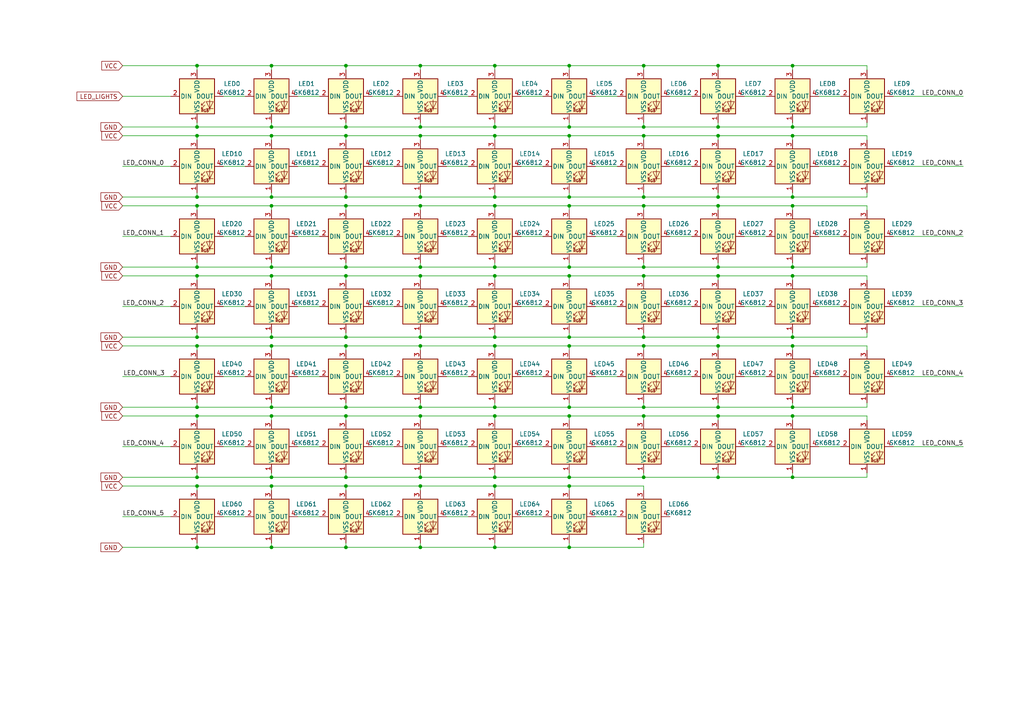
<source format=kicad_sch>
(kicad_sch
	(version 20231120)
	(generator "eeschema")
	(generator_version "8.0")
	(uuid "c7639fa6-a646-4565-8162-a1675181ad9f")
	(paper "A4")
	(lib_symbols
		(symbol "LED:SK6812"
			(pin_names
				(offset 0.254)
			)
			(exclude_from_sim no)
			(in_bom yes)
			(on_board yes)
			(property "Reference" "D"
				(at 5.08 5.715 0)
				(effects
					(font
						(size 1.27 1.27)
					)
					(justify right bottom)
				)
			)
			(property "Value" "SK6812"
				(at 1.27 -5.715 0)
				(effects
					(font
						(size 1.27 1.27)
					)
					(justify left top)
				)
			)
			(property "Footprint" "LED_SMD:LED_SK6812_PLCC4_5.0x5.0mm_P3.2mm"
				(at 1.27 -7.62 0)
				(effects
					(font
						(size 1.27 1.27)
					)
					(justify left top)
					(hide yes)
				)
			)
			(property "Datasheet" "https://cdn-shop.adafruit.com/product-files/1138/SK6812+LED+datasheet+.pdf"
				(at 2.54 -9.525 0)
				(effects
					(font
						(size 1.27 1.27)
					)
					(justify left top)
					(hide yes)
				)
			)
			(property "Description" "RGB LED with integrated controller"
				(at 0 0 0)
				(effects
					(font
						(size 1.27 1.27)
					)
					(hide yes)
				)
			)
			(property "ki_keywords" "RGB LED NeoPixel addressable"
				(at 0 0 0)
				(effects
					(font
						(size 1.27 1.27)
					)
					(hide yes)
				)
			)
			(property "ki_fp_filters" "LED*SK6812*PLCC*5.0x5.0mm*P3.2mm*"
				(at 0 0 0)
				(effects
					(font
						(size 1.27 1.27)
					)
					(hide yes)
				)
			)
			(symbol "SK6812_0_0"
				(text "RGB"
					(at 2.286 -4.191 0)
					(effects
						(font
							(size 0.762 0.762)
						)
					)
				)
			)
			(symbol "SK6812_0_1"
				(polyline
					(pts
						(xy 1.27 -3.556) (xy 1.778 -3.556)
					)
					(stroke
						(width 0)
						(type default)
					)
					(fill
						(type none)
					)
				)
				(polyline
					(pts
						(xy 1.27 -2.54) (xy 1.778 -2.54)
					)
					(stroke
						(width 0)
						(type default)
					)
					(fill
						(type none)
					)
				)
				(polyline
					(pts
						(xy 4.699 -3.556) (xy 2.667 -3.556)
					)
					(stroke
						(width 0)
						(type default)
					)
					(fill
						(type none)
					)
				)
				(polyline
					(pts
						(xy 2.286 -2.54) (xy 1.27 -3.556) (xy 1.27 -3.048)
					)
					(stroke
						(width 0)
						(type default)
					)
					(fill
						(type none)
					)
				)
				(polyline
					(pts
						(xy 2.286 -1.524) (xy 1.27 -2.54) (xy 1.27 -2.032)
					)
					(stroke
						(width 0)
						(type default)
					)
					(fill
						(type none)
					)
				)
				(polyline
					(pts
						(xy 3.683 -1.016) (xy 3.683 -3.556) (xy 3.683 -4.064)
					)
					(stroke
						(width 0)
						(type default)
					)
					(fill
						(type none)
					)
				)
				(polyline
					(pts
						(xy 4.699 -1.524) (xy 2.667 -1.524) (xy 3.683 -3.556) (xy 4.699 -1.524)
					)
					(stroke
						(width 0)
						(type default)
					)
					(fill
						(type none)
					)
				)
				(rectangle
					(start 5.08 5.08)
					(end -5.08 -5.08)
					(stroke
						(width 0.254)
						(type default)
					)
					(fill
						(type background)
					)
				)
			)
			(symbol "SK6812_1_1"
				(pin power_in line
					(at 0 -7.62 90)
					(length 2.54)
					(name "VSS"
						(effects
							(font
								(size 1.27 1.27)
							)
						)
					)
					(number "1"
						(effects
							(font
								(size 1.27 1.27)
							)
						)
					)
				)
				(pin input line
					(at -7.62 0 0)
					(length 2.54)
					(name "DIN"
						(effects
							(font
								(size 1.27 1.27)
							)
						)
					)
					(number "2"
						(effects
							(font
								(size 1.27 1.27)
							)
						)
					)
				)
				(pin power_in line
					(at 0 7.62 270)
					(length 2.54)
					(name "VDD"
						(effects
							(font
								(size 1.27 1.27)
							)
						)
					)
					(number "3"
						(effects
							(font
								(size 1.27 1.27)
							)
						)
					)
				)
				(pin output line
					(at 7.62 0 180)
					(length 2.54)
					(name "DOUT"
						(effects
							(font
								(size 1.27 1.27)
							)
						)
					)
					(number "4"
						(effects
							(font
								(size 1.27 1.27)
							)
						)
					)
				)
			)
		)
	)
	(junction
		(at 57.15 118.11)
		(diameter 0)
		(color 0 0 0 0)
		(uuid "00cea753-39df-4698-ba3b-002080e740b5")
	)
	(junction
		(at 186.69 100.33)
		(diameter 0)
		(color 0 0 0 0)
		(uuid "03def2c2-675d-48a4-9d18-cb8da3c8cdd2")
	)
	(junction
		(at 229.87 39.37)
		(diameter 0)
		(color 0 0 0 0)
		(uuid "07bdd45a-4b80-4eab-9b3e-d03c9d0ba95d")
	)
	(junction
		(at 121.92 59.69)
		(diameter 0)
		(color 0 0 0 0)
		(uuid "0c4d0146-0405-4319-a044-607be2843c8e")
	)
	(junction
		(at 78.74 120.65)
		(diameter 0)
		(color 0 0 0 0)
		(uuid "0e8b01b1-afa1-42f2-9623-6e48c19576d0")
	)
	(junction
		(at 229.87 59.69)
		(diameter 0)
		(color 0 0 0 0)
		(uuid "101a4ee8-71b4-46d1-9809-4fdfbdc2265c")
	)
	(junction
		(at 143.51 36.83)
		(diameter 0)
		(color 0 0 0 0)
		(uuid "14b782c1-e675-478c-84a8-40ef8082c36c")
	)
	(junction
		(at 78.74 77.47)
		(diameter 0)
		(color 0 0 0 0)
		(uuid "17abf4c7-e4d5-436f-b9e0-1f34fe916759")
	)
	(junction
		(at 78.74 59.69)
		(diameter 0)
		(color 0 0 0 0)
		(uuid "1b5500b8-7201-4a48-a63e-b81c8b0feee5")
	)
	(junction
		(at 186.69 59.69)
		(diameter 0)
		(color 0 0 0 0)
		(uuid "251de110-46de-4d6f-825f-eadc72efc1b8")
	)
	(junction
		(at 208.28 36.83)
		(diameter 0)
		(color 0 0 0 0)
		(uuid "253b89bd-4abf-427e-8688-2c39e6e500d4")
	)
	(junction
		(at 57.15 100.33)
		(diameter 0)
		(color 0 0 0 0)
		(uuid "25fb249b-dc45-4afb-8f1b-0902bdd4a42d")
	)
	(junction
		(at 57.15 57.15)
		(diameter 0)
		(color 0 0 0 0)
		(uuid "275e692c-ed32-4c98-a451-b39c6152b541")
	)
	(junction
		(at 143.51 118.11)
		(diameter 0)
		(color 0 0 0 0)
		(uuid "28f71874-7184-44c6-b2a1-0e480b39989a")
	)
	(junction
		(at 78.74 19.05)
		(diameter 0)
		(color 0 0 0 0)
		(uuid "29257177-dfff-4959-9d2d-2c552c371b80")
	)
	(junction
		(at 78.74 100.33)
		(diameter 0)
		(color 0 0 0 0)
		(uuid "2b306fbb-37ef-4ca4-982f-dab2ff1317e3")
	)
	(junction
		(at 121.92 80.01)
		(diameter 0)
		(color 0 0 0 0)
		(uuid "2c56ac36-2aa1-4f70-b502-94c005fb968b")
	)
	(junction
		(at 208.28 120.65)
		(diameter 0)
		(color 0 0 0 0)
		(uuid "2f33e798-fb69-4033-8983-0cb1f70cb1d1")
	)
	(junction
		(at 78.74 138.43)
		(diameter 0)
		(color 0 0 0 0)
		(uuid "30b1d256-a815-433d-a22b-d24391bfbd30")
	)
	(junction
		(at 121.92 19.05)
		(diameter 0)
		(color 0 0 0 0)
		(uuid "313c3443-1985-4d16-a0de-8d4f12c39711")
	)
	(junction
		(at 78.74 118.11)
		(diameter 0)
		(color 0 0 0 0)
		(uuid "315f2cec-3815-43bb-8ee4-5a9b219c30bb")
	)
	(junction
		(at 229.87 120.65)
		(diameter 0)
		(color 0 0 0 0)
		(uuid "33a1defd-7902-4fe7-8163-8b53def63df2")
	)
	(junction
		(at 100.33 120.65)
		(diameter 0)
		(color 0 0 0 0)
		(uuid "377ce435-9f95-4ea6-a2e6-3846dd13fdfb")
	)
	(junction
		(at 143.51 80.01)
		(diameter 0)
		(color 0 0 0 0)
		(uuid "39611543-d11b-4261-9fff-08b463dbb234")
	)
	(junction
		(at 121.92 36.83)
		(diameter 0)
		(color 0 0 0 0)
		(uuid "41f25873-08ad-48ad-b152-871d3ce04c2c")
	)
	(junction
		(at 121.92 39.37)
		(diameter 0)
		(color 0 0 0 0)
		(uuid "4218c3fe-340d-4bf6-821e-b81cad452a1a")
	)
	(junction
		(at 100.33 158.75)
		(diameter 0)
		(color 0 0 0 0)
		(uuid "4497b841-f503-4df9-afa3-9e0419c4620e")
	)
	(junction
		(at 100.33 57.15)
		(diameter 0)
		(color 0 0 0 0)
		(uuid "44a8c570-2e66-486a-9971-8cbe5010f82a")
	)
	(junction
		(at 165.1 100.33)
		(diameter 0)
		(color 0 0 0 0)
		(uuid "4545300d-8f1a-4f7c-9bfa-1b81118893ac")
	)
	(junction
		(at 208.28 57.15)
		(diameter 0)
		(color 0 0 0 0)
		(uuid "45b7f128-64ca-45dc-b47a-75e2bed94cee")
	)
	(junction
		(at 57.15 19.05)
		(diameter 0)
		(color 0 0 0 0)
		(uuid "46651b25-2dbc-4dc9-8726-1e0c33574549")
	)
	(junction
		(at 57.15 138.43)
		(diameter 0)
		(color 0 0 0 0)
		(uuid "4e4fe3ef-082c-4a89-b2c6-09eabec9ae5d")
	)
	(junction
		(at 78.74 39.37)
		(diameter 0)
		(color 0 0 0 0)
		(uuid "4e69efd2-b166-4c25-b93b-7f5d45a257b2")
	)
	(junction
		(at 78.74 158.75)
		(diameter 0)
		(color 0 0 0 0)
		(uuid "4ea83bec-a779-4ece-aaec-a312e06334bb")
	)
	(junction
		(at 208.28 19.05)
		(diameter 0)
		(color 0 0 0 0)
		(uuid "4f86901a-0517-4702-8ce7-704d9b33eb57")
	)
	(junction
		(at 100.33 140.97)
		(diameter 0)
		(color 0 0 0 0)
		(uuid "5254925e-b642-4e38-a2e3-68046680da69")
	)
	(junction
		(at 57.15 158.75)
		(diameter 0)
		(color 0 0 0 0)
		(uuid "53976baa-187a-4ee7-93f3-831f176405da")
	)
	(junction
		(at 229.87 118.11)
		(diameter 0)
		(color 0 0 0 0)
		(uuid "53ac14aa-417d-4ab3-92a5-2f760dc5f9bf")
	)
	(junction
		(at 165.1 138.43)
		(diameter 0)
		(color 0 0 0 0)
		(uuid "540c1686-f037-45ff-9791-3bd51391df1f")
	)
	(junction
		(at 186.69 19.05)
		(diameter 0)
		(color 0 0 0 0)
		(uuid "55f6889d-e048-4485-b0f6-9bb3e4c947b3")
	)
	(junction
		(at 208.28 118.11)
		(diameter 0)
		(color 0 0 0 0)
		(uuid "588499fe-8485-4aa7-a74b-a99d1934209e")
	)
	(junction
		(at 143.51 77.47)
		(diameter 0)
		(color 0 0 0 0)
		(uuid "5b5862e7-521a-45d8-ac6d-ed569769e8b0")
	)
	(junction
		(at 100.33 19.05)
		(diameter 0)
		(color 0 0 0 0)
		(uuid "5f1b9778-f8e2-431a-8869-a92c47f1cdbc")
	)
	(junction
		(at 57.15 97.79)
		(diameter 0)
		(color 0 0 0 0)
		(uuid "6008f125-8b09-446f-8448-f4d9d679c14e")
	)
	(junction
		(at 186.69 97.79)
		(diameter 0)
		(color 0 0 0 0)
		(uuid "60bc10d2-ea09-4005-9ade-036ffa64b64d")
	)
	(junction
		(at 121.92 140.97)
		(diameter 0)
		(color 0 0 0 0)
		(uuid "613154e7-bfb8-44da-af98-0f1f64b7a0e2")
	)
	(junction
		(at 208.28 100.33)
		(diameter 0)
		(color 0 0 0 0)
		(uuid "62576e99-f84d-4cf5-bc7a-63a1384791da")
	)
	(junction
		(at 78.74 80.01)
		(diameter 0)
		(color 0 0 0 0)
		(uuid "641628d7-7fdf-4fc3-8fc8-0f7bb0bb31e8")
	)
	(junction
		(at 229.87 57.15)
		(diameter 0)
		(color 0 0 0 0)
		(uuid "6607c905-071d-4495-9aa0-333209885732")
	)
	(junction
		(at 143.51 39.37)
		(diameter 0)
		(color 0 0 0 0)
		(uuid "6a4a0b80-97d3-433a-a36b-5d86f587843e")
	)
	(junction
		(at 186.69 39.37)
		(diameter 0)
		(color 0 0 0 0)
		(uuid "6ce5e43f-901e-4867-858b-0bba88624ff8")
	)
	(junction
		(at 208.28 80.01)
		(diameter 0)
		(color 0 0 0 0)
		(uuid "6e56971a-2c61-4464-b053-7a01838a886a")
	)
	(junction
		(at 78.74 57.15)
		(diameter 0)
		(color 0 0 0 0)
		(uuid "6faa41e9-ed75-4cca-8ada-6ad5d441fa23")
	)
	(junction
		(at 143.51 19.05)
		(diameter 0)
		(color 0 0 0 0)
		(uuid "6fccb13c-ee0f-4b64-b68f-ff4394ca93c3")
	)
	(junction
		(at 100.33 59.69)
		(diameter 0)
		(color 0 0 0 0)
		(uuid "70841135-bf99-4303-aa30-5e77bd83fee2")
	)
	(junction
		(at 208.28 97.79)
		(diameter 0)
		(color 0 0 0 0)
		(uuid "70c463e7-2872-4b4e-9dd0-cbca0a27681e")
	)
	(junction
		(at 208.28 138.43)
		(diameter 0)
		(color 0 0 0 0)
		(uuid "70fab5cd-41c5-4d16-9c58-82ad1ef640be")
	)
	(junction
		(at 100.33 118.11)
		(diameter 0)
		(color 0 0 0 0)
		(uuid "73fcc70c-e022-40e5-bfae-1713d4bfa9d0")
	)
	(junction
		(at 121.92 57.15)
		(diameter 0)
		(color 0 0 0 0)
		(uuid "757f6a07-7584-4920-b533-3ebd2daee03f")
	)
	(junction
		(at 78.74 97.79)
		(diameter 0)
		(color 0 0 0 0)
		(uuid "7819e5ea-ce8b-49d8-9e46-4ae927b90629")
	)
	(junction
		(at 143.51 57.15)
		(diameter 0)
		(color 0 0 0 0)
		(uuid "7d8a3f11-a180-4aba-8170-03b399999b6f")
	)
	(junction
		(at 57.15 80.01)
		(diameter 0)
		(color 0 0 0 0)
		(uuid "7db1bcaf-23b5-4761-b10c-24207953d7d6")
	)
	(junction
		(at 100.33 36.83)
		(diameter 0)
		(color 0 0 0 0)
		(uuid "7e38fcdf-9ad1-4a35-9ef4-6a825cdaf6d7")
	)
	(junction
		(at 143.51 59.69)
		(diameter 0)
		(color 0 0 0 0)
		(uuid "80f7e87c-d1c6-4a20-bf50-81bc4bb8a421")
	)
	(junction
		(at 121.92 118.11)
		(diameter 0)
		(color 0 0 0 0)
		(uuid "8262fbb9-0c4a-4ae8-ae76-a7ed0c2103cd")
	)
	(junction
		(at 121.92 120.65)
		(diameter 0)
		(color 0 0 0 0)
		(uuid "85930f8e-4c2b-4f5d-ab5b-528b6f11f34d")
	)
	(junction
		(at 186.69 57.15)
		(diameter 0)
		(color 0 0 0 0)
		(uuid "86cf0921-e40a-4055-b2e5-ec0183d7b78c")
	)
	(junction
		(at 208.28 77.47)
		(diameter 0)
		(color 0 0 0 0)
		(uuid "8b3877df-feba-4d91-baad-28bc6033d7e5")
	)
	(junction
		(at 100.33 77.47)
		(diameter 0)
		(color 0 0 0 0)
		(uuid "8e6f75a2-436b-4612-ae6c-f6cd9e09d6b4")
	)
	(junction
		(at 100.33 138.43)
		(diameter 0)
		(color 0 0 0 0)
		(uuid "91983245-5990-4825-a863-c91b9311c964")
	)
	(junction
		(at 121.92 158.75)
		(diameter 0)
		(color 0 0 0 0)
		(uuid "924a3904-ab04-4645-aaf5-2f450094a44d")
	)
	(junction
		(at 186.69 77.47)
		(diameter 0)
		(color 0 0 0 0)
		(uuid "93c6bd51-c7f5-47fa-98af-232169461891")
	)
	(junction
		(at 165.1 140.97)
		(diameter 0)
		(color 0 0 0 0)
		(uuid "94ef188c-483b-4800-adfe-962ace4114fa")
	)
	(junction
		(at 165.1 97.79)
		(diameter 0)
		(color 0 0 0 0)
		(uuid "96302d81-c4dd-4be0-8f32-c424688d240d")
	)
	(junction
		(at 143.51 158.75)
		(diameter 0)
		(color 0 0 0 0)
		(uuid "965ffae9-6ef4-4359-81a1-2482c78b8c1f")
	)
	(junction
		(at 186.69 36.83)
		(diameter 0)
		(color 0 0 0 0)
		(uuid "9854243a-30f0-4ed9-8cc5-8baf5c27df24")
	)
	(junction
		(at 165.1 57.15)
		(diameter 0)
		(color 0 0 0 0)
		(uuid "9aebf5df-d536-4999-bfe5-19c6ac69eaee")
	)
	(junction
		(at 165.1 59.69)
		(diameter 0)
		(color 0 0 0 0)
		(uuid "a040a3c7-1374-46b0-96bf-35c73cf24531")
	)
	(junction
		(at 100.33 97.79)
		(diameter 0)
		(color 0 0 0 0)
		(uuid "a7782493-55b8-4e8e-a9d7-ff85b946de17")
	)
	(junction
		(at 165.1 118.11)
		(diameter 0)
		(color 0 0 0 0)
		(uuid "abc1152b-5615-48c8-be4b-7bd9c31784a6")
	)
	(junction
		(at 229.87 100.33)
		(diameter 0)
		(color 0 0 0 0)
		(uuid "b07e8eb6-5901-4b0f-8041-92d80bca5bbe")
	)
	(junction
		(at 143.51 138.43)
		(diameter 0)
		(color 0 0 0 0)
		(uuid "b206abd5-7ea5-434b-8d6b-75289c6ac019")
	)
	(junction
		(at 57.15 36.83)
		(diameter 0)
		(color 0 0 0 0)
		(uuid "b3bdc8c4-6102-4b09-bfa6-6b2ac5e80874")
	)
	(junction
		(at 57.15 39.37)
		(diameter 0)
		(color 0 0 0 0)
		(uuid "b7383ae7-f805-41c8-87a2-9c221fc80394")
	)
	(junction
		(at 229.87 19.05)
		(diameter 0)
		(color 0 0 0 0)
		(uuid "b77049ab-7e6a-48b3-a796-613d6d30e856")
	)
	(junction
		(at 57.15 120.65)
		(diameter 0)
		(color 0 0 0 0)
		(uuid "b9dc488f-cd59-495f-9bd3-c5ffd261f345")
	)
	(junction
		(at 100.33 39.37)
		(diameter 0)
		(color 0 0 0 0)
		(uuid "c0031b11-7fc1-440f-ac2a-e12961c651f3")
	)
	(junction
		(at 78.74 140.97)
		(diameter 0)
		(color 0 0 0 0)
		(uuid "c1cc3dc2-da99-40df-8943-01c145339dee")
	)
	(junction
		(at 165.1 19.05)
		(diameter 0)
		(color 0 0 0 0)
		(uuid "c236dda3-2701-4755-991d-706616a11b51")
	)
	(junction
		(at 165.1 77.47)
		(diameter 0)
		(color 0 0 0 0)
		(uuid "c39db030-e597-4c4a-9471-2b9ae75b266a")
	)
	(junction
		(at 78.74 36.83)
		(diameter 0)
		(color 0 0 0 0)
		(uuid "c3fffe8d-3b26-4580-89e4-acb3115d42f4")
	)
	(junction
		(at 165.1 36.83)
		(diameter 0)
		(color 0 0 0 0)
		(uuid "c66090ae-170e-4f10-85b5-d836d560f3f0")
	)
	(junction
		(at 186.69 118.11)
		(diameter 0)
		(color 0 0 0 0)
		(uuid "c7b4a015-5ca6-4b6c-b79c-a2e8ddb686f1")
	)
	(junction
		(at 121.92 138.43)
		(diameter 0)
		(color 0 0 0 0)
		(uuid "caaf5229-d052-48fd-a9fc-cfd4827e1100")
	)
	(junction
		(at 100.33 80.01)
		(diameter 0)
		(color 0 0 0 0)
		(uuid "cc6407b0-887a-4f2a-a1aa-fb3692e76750")
	)
	(junction
		(at 229.87 80.01)
		(diameter 0)
		(color 0 0 0 0)
		(uuid "cdb878c4-8a27-4e31-bc13-dcba08d5da26")
	)
	(junction
		(at 229.87 97.79)
		(diameter 0)
		(color 0 0 0 0)
		(uuid "d051e3b5-9bfd-41cf-b691-da192b7ac951")
	)
	(junction
		(at 208.28 39.37)
		(diameter 0)
		(color 0 0 0 0)
		(uuid "d763113d-474d-48a0-acf2-fcb19f93a148")
	)
	(junction
		(at 143.51 97.79)
		(diameter 0)
		(color 0 0 0 0)
		(uuid "d786eca7-f8d7-4c7b-a382-7efe6d8e338a")
	)
	(junction
		(at 121.92 77.47)
		(diameter 0)
		(color 0 0 0 0)
		(uuid "d7eb874f-41c3-45bd-b580-41af13183b3f")
	)
	(junction
		(at 57.15 59.69)
		(diameter 0)
		(color 0 0 0 0)
		(uuid "d845146a-638b-4516-9083-c45a9934d5c3")
	)
	(junction
		(at 57.15 140.97)
		(diameter 0)
		(color 0 0 0 0)
		(uuid "d8462947-3af8-450d-b3fa-39e91c465654")
	)
	(junction
		(at 186.69 80.01)
		(diameter 0)
		(color 0 0 0 0)
		(uuid "d9431f87-c6b4-4838-9643-3a5d2aa72f70")
	)
	(junction
		(at 208.28 59.69)
		(diameter 0)
		(color 0 0 0 0)
		(uuid "daa958c2-f5bd-4e29-8065-03e23fb9963f")
	)
	(junction
		(at 121.92 100.33)
		(diameter 0)
		(color 0 0 0 0)
		(uuid "db76ce81-be73-4657-a899-0cff63a29eec")
	)
	(junction
		(at 143.51 140.97)
		(diameter 0)
		(color 0 0 0 0)
		(uuid "e21e85c8-47af-4d9c-8630-7affb28733f9")
	)
	(junction
		(at 165.1 39.37)
		(diameter 0)
		(color 0 0 0 0)
		(uuid "e307b35b-6753-4bc2-b830-44a77fee8d43")
	)
	(junction
		(at 186.69 120.65)
		(diameter 0)
		(color 0 0 0 0)
		(uuid "e4bd7d43-aba0-4750-a91e-4dcec8f7c0ee")
	)
	(junction
		(at 165.1 120.65)
		(diameter 0)
		(color 0 0 0 0)
		(uuid "e561ac6a-efe1-40a2-985c-4d90ee91d663")
	)
	(junction
		(at 165.1 80.01)
		(diameter 0)
		(color 0 0 0 0)
		(uuid "e5708372-a99f-46eb-bac3-957701ff3a63")
	)
	(junction
		(at 229.87 138.43)
		(diameter 0)
		(color 0 0 0 0)
		(uuid "e6c43dc0-7072-41f0-a788-4cc7bd33e346")
	)
	(junction
		(at 186.69 138.43)
		(diameter 0)
		(color 0 0 0 0)
		(uuid "e6e2bc97-5798-4ecd-933a-3f4bbab926c5")
	)
	(junction
		(at 57.15 77.47)
		(diameter 0)
		(color 0 0 0 0)
		(uuid "e796fb80-b9f0-46d0-a1d5-00b01c3dcb3a")
	)
	(junction
		(at 165.1 158.75)
		(diameter 0)
		(color 0 0 0 0)
		(uuid "eaec98ca-7cfa-4d9b-91a8-db55205fb96c")
	)
	(junction
		(at 121.92 97.79)
		(diameter 0)
		(color 0 0 0 0)
		(uuid "efece998-2158-4002-b7af-92e8cf41538c")
	)
	(junction
		(at 229.87 36.83)
		(diameter 0)
		(color 0 0 0 0)
		(uuid "f1d52470-f4fc-494f-81e6-ed7a95764943")
	)
	(junction
		(at 100.33 100.33)
		(diameter 0)
		(color 0 0 0 0)
		(uuid "f5442025-54bd-4254-8514-16a5be383661")
	)
	(junction
		(at 229.87 77.47)
		(diameter 0)
		(color 0 0 0 0)
		(uuid "f8be31dd-4763-4125-9b2e-0f99f929d98d")
	)
	(junction
		(at 143.51 120.65)
		(diameter 0)
		(color 0 0 0 0)
		(uuid "f9d70a81-5a1c-4935-b8ae-7478c7c838e4")
	)
	(junction
		(at 143.51 100.33)
		(diameter 0)
		(color 0 0 0 0)
		(uuid "ffc32973-4a82-4d79-89c1-297fcbe3daea")
	)
	(wire
		(pts
			(xy 64.77 27.94) (xy 71.12 27.94)
		)
		(stroke
			(width 0)
			(type default)
		)
		(uuid "0001ccfa-1161-4a54-8727-0b3e450d5ac5")
	)
	(wire
		(pts
			(xy 186.69 57.15) (xy 186.69 55.88)
		)
		(stroke
			(width 0)
			(type default)
		)
		(uuid "00e27a64-cd44-42a1-a580-385961f114ae")
	)
	(wire
		(pts
			(xy 186.69 19.05) (xy 208.28 19.05)
		)
		(stroke
			(width 0)
			(type default)
		)
		(uuid "01ceeadd-12e1-4b1f-bf7d-77963023c073")
	)
	(wire
		(pts
			(xy 121.92 77.47) (xy 121.92 76.2)
		)
		(stroke
			(width 0)
			(type default)
		)
		(uuid "01dea8e0-6e29-4b70-b0dd-089e3469be01")
	)
	(wire
		(pts
			(xy 151.13 129.54) (xy 157.48 129.54)
		)
		(stroke
			(width 0)
			(type default)
		)
		(uuid "0282fac0-3e5f-4d1a-80d0-427af82eb3da")
	)
	(wire
		(pts
			(xy 35.56 19.05) (xy 57.15 19.05)
		)
		(stroke
			(width 0)
			(type default)
		)
		(uuid "028f6d54-25b4-41cb-a093-e0a23513ead7")
	)
	(wire
		(pts
			(xy 107.95 109.22) (xy 114.3 109.22)
		)
		(stroke
			(width 0)
			(type default)
		)
		(uuid "05443426-a0f5-4434-9bc0-920f0b9a4839")
	)
	(wire
		(pts
			(xy 78.74 39.37) (xy 100.33 39.37)
		)
		(stroke
			(width 0)
			(type default)
		)
		(uuid "059dc363-3f4d-4d57-9b71-fd4d06671207")
	)
	(wire
		(pts
			(xy 78.74 140.97) (xy 78.74 142.24)
		)
		(stroke
			(width 0)
			(type default)
		)
		(uuid "0677f1d8-eec0-4307-a7c4-115e3c96cd00")
	)
	(wire
		(pts
			(xy 143.51 36.83) (xy 143.51 35.56)
		)
		(stroke
			(width 0)
			(type default)
		)
		(uuid "067b0c01-6f42-4757-aa2e-6096dbc5802a")
	)
	(wire
		(pts
			(xy 78.74 158.75) (xy 100.33 158.75)
		)
		(stroke
			(width 0)
			(type default)
		)
		(uuid "06f9d2d2-ef9b-41f9-b2df-ea16a86dcb65")
	)
	(wire
		(pts
			(xy 143.51 120.65) (xy 165.1 120.65)
		)
		(stroke
			(width 0)
			(type default)
		)
		(uuid "07b5bac8-34de-4d71-ae98-fa305d88176e")
	)
	(wire
		(pts
			(xy 78.74 77.47) (xy 78.74 76.2)
		)
		(stroke
			(width 0)
			(type default)
		)
		(uuid "08598c67-5893-4167-800b-5c3fb71b18d3")
	)
	(wire
		(pts
			(xy 186.69 39.37) (xy 208.28 39.37)
		)
		(stroke
			(width 0)
			(type default)
		)
		(uuid "086521ab-3e21-4ebd-9bdf-5c41735f6d6b")
	)
	(wire
		(pts
			(xy 35.56 36.83) (xy 57.15 36.83)
		)
		(stroke
			(width 0)
			(type default)
		)
		(uuid "0b1c336b-4ebd-4f2c-8f2d-4a51dd31c900")
	)
	(wire
		(pts
			(xy 129.54 109.22) (xy 135.89 109.22)
		)
		(stroke
			(width 0)
			(type default)
		)
		(uuid "0b7cfb81-5c94-4ad5-a1db-ac4ccb15c1df")
	)
	(wire
		(pts
			(xy 57.15 140.97) (xy 57.15 142.24)
		)
		(stroke
			(width 0)
			(type default)
		)
		(uuid "0c636643-87ee-4e08-b574-464980be42a5")
	)
	(wire
		(pts
			(xy 143.51 118.11) (xy 143.51 116.84)
		)
		(stroke
			(width 0)
			(type default)
		)
		(uuid "0d3bb42c-9ae9-4fb2-a032-c55884df7856")
	)
	(wire
		(pts
			(xy 251.46 80.01) (xy 251.46 81.28)
		)
		(stroke
			(width 0)
			(type default)
		)
		(uuid "0e0999bf-c125-4714-84e7-59052f382c55")
	)
	(wire
		(pts
			(xy 107.95 129.54) (xy 114.3 129.54)
		)
		(stroke
			(width 0)
			(type default)
		)
		(uuid "0e793b50-182f-45d4-a7fa-e0d61e8d3371")
	)
	(wire
		(pts
			(xy 143.51 97.79) (xy 143.51 96.52)
		)
		(stroke
			(width 0)
			(type default)
		)
		(uuid "0f040232-3c85-4d68-a659-4e7ea8cac661")
	)
	(wire
		(pts
			(xy 57.15 97.79) (xy 78.74 97.79)
		)
		(stroke
			(width 0)
			(type default)
		)
		(uuid "0f2ffb7c-efc3-4871-91d3-27f3e4c48bf5")
	)
	(wire
		(pts
			(xy 57.15 158.75) (xy 78.74 158.75)
		)
		(stroke
			(width 0)
			(type default)
		)
		(uuid "0f8c8b1e-bf90-4c50-ac96-97d32bec2781")
	)
	(wire
		(pts
			(xy 186.69 77.47) (xy 186.69 76.2)
		)
		(stroke
			(width 0)
			(type default)
		)
		(uuid "10bc74fd-9b2d-4d9d-b58a-817e8401cc3d")
	)
	(wire
		(pts
			(xy 251.46 97.79) (xy 251.46 96.52)
		)
		(stroke
			(width 0)
			(type default)
		)
		(uuid "113d7c21-1ed7-4ef1-bbe2-7d258f91912c")
	)
	(wire
		(pts
			(xy 165.1 77.47) (xy 165.1 76.2)
		)
		(stroke
			(width 0)
			(type default)
		)
		(uuid "116fe09c-12fa-4220-8a2f-3cd416d4ab35")
	)
	(wire
		(pts
			(xy 143.51 59.69) (xy 143.51 60.96)
		)
		(stroke
			(width 0)
			(type default)
		)
		(uuid "11e07d6e-fa48-48af-8bb8-b5d5fcf0e577")
	)
	(wire
		(pts
			(xy 229.87 77.47) (xy 251.46 77.47)
		)
		(stroke
			(width 0)
			(type default)
		)
		(uuid "12b9f882-d0ea-46a5-bb57-56bc78d51b4c")
	)
	(wire
		(pts
			(xy 57.15 39.37) (xy 57.15 40.64)
		)
		(stroke
			(width 0)
			(type default)
		)
		(uuid "13f2a3dc-a96a-47a0-8e3a-90e6efb844ba")
	)
	(wire
		(pts
			(xy 57.15 120.65) (xy 78.74 120.65)
		)
		(stroke
			(width 0)
			(type default)
		)
		(uuid "15ba0f49-9a06-4a47-b1be-1305d81d2809")
	)
	(wire
		(pts
			(xy 121.92 39.37) (xy 143.51 39.37)
		)
		(stroke
			(width 0)
			(type default)
		)
		(uuid "16320f0e-40ae-4a02-94f8-003075eb9a8c")
	)
	(wire
		(pts
			(xy 57.15 39.37) (xy 78.74 39.37)
		)
		(stroke
			(width 0)
			(type default)
		)
		(uuid "17938945-6bd1-41f8-bf6e-440da7b14b2f")
	)
	(wire
		(pts
			(xy 151.13 27.94) (xy 157.48 27.94)
		)
		(stroke
			(width 0)
			(type default)
		)
		(uuid "17fe8a06-9784-409a-bd3c-3435bfa25c89")
	)
	(wire
		(pts
			(xy 57.15 19.05) (xy 57.15 20.32)
		)
		(stroke
			(width 0)
			(type default)
		)
		(uuid "194a7ee9-bb14-4b06-b223-bd19309fb001")
	)
	(wire
		(pts
			(xy 186.69 77.47) (xy 208.28 77.47)
		)
		(stroke
			(width 0)
			(type default)
		)
		(uuid "195425c8-1e2d-4cf5-9392-3cd869893ee5")
	)
	(wire
		(pts
			(xy 165.1 140.97) (xy 165.1 142.24)
		)
		(stroke
			(width 0)
			(type default)
		)
		(uuid "19988da6-13c5-4bc9-b26a-30b8f8562d2c")
	)
	(wire
		(pts
			(xy 208.28 138.43) (xy 208.28 137.16)
		)
		(stroke
			(width 0)
			(type default)
		)
		(uuid "19d1862a-d22e-4cfb-8d3b-73c27aed941a")
	)
	(wire
		(pts
			(xy 129.54 48.26) (xy 135.89 48.26)
		)
		(stroke
			(width 0)
			(type default)
		)
		(uuid "1b01245b-4549-49a2-a717-7b49ae8d0549")
	)
	(wire
		(pts
			(xy 100.33 100.33) (xy 121.92 100.33)
		)
		(stroke
			(width 0)
			(type default)
		)
		(uuid "1b5689d6-fa42-44f8-b63c-5eb6fa565338")
	)
	(wire
		(pts
			(xy 121.92 100.33) (xy 121.92 101.6)
		)
		(stroke
			(width 0)
			(type default)
		)
		(uuid "1c802f70-5372-40b5-bd43-97cc9d648093")
	)
	(wire
		(pts
			(xy 78.74 120.65) (xy 78.74 121.92)
		)
		(stroke
			(width 0)
			(type default)
		)
		(uuid "1e2c0128-f960-495e-bef6-0821e1de668f")
	)
	(wire
		(pts
			(xy 208.28 77.47) (xy 229.87 77.47)
		)
		(stroke
			(width 0)
			(type default)
		)
		(uuid "1f677136-e6ff-4f19-acf6-2cbcd47a88e0")
	)
	(wire
		(pts
			(xy 208.28 97.79) (xy 229.87 97.79)
		)
		(stroke
			(width 0)
			(type default)
		)
		(uuid "200d0178-5969-476b-a047-c7b9c60e7cc4")
	)
	(wire
		(pts
			(xy 165.1 118.11) (xy 165.1 116.84)
		)
		(stroke
			(width 0)
			(type default)
		)
		(uuid "203dc6eb-dc98-4615-9e67-a5b1aa8b9ab7")
	)
	(wire
		(pts
			(xy 165.1 39.37) (xy 165.1 40.64)
		)
		(stroke
			(width 0)
			(type default)
		)
		(uuid "20a5051f-06dd-46bb-a114-0d1dcb8741d6")
	)
	(wire
		(pts
			(xy 143.51 97.79) (xy 165.1 97.79)
		)
		(stroke
			(width 0)
			(type default)
		)
		(uuid "20d49dce-75c8-45bd-b51b-80eae02e0512")
	)
	(wire
		(pts
			(xy 237.49 88.9) (xy 243.84 88.9)
		)
		(stroke
			(width 0)
			(type default)
		)
		(uuid "22359d97-44d5-481b-bd18-b55d8b9f30df")
	)
	(wire
		(pts
			(xy 251.46 100.33) (xy 251.46 101.6)
		)
		(stroke
			(width 0)
			(type default)
		)
		(uuid "227da278-6236-42a6-ae82-8c526b064811")
	)
	(wire
		(pts
			(xy 165.1 120.65) (xy 165.1 121.92)
		)
		(stroke
			(width 0)
			(type default)
		)
		(uuid "23054b0e-17e7-426b-b932-273b330dc6a9")
	)
	(wire
		(pts
			(xy 237.49 109.22) (xy 243.84 109.22)
		)
		(stroke
			(width 0)
			(type default)
		)
		(uuid "2311f22c-c000-4b39-9bad-17d27ac986f2")
	)
	(wire
		(pts
			(xy 151.13 68.58) (xy 157.48 68.58)
		)
		(stroke
			(width 0)
			(type default)
		)
		(uuid "236719c6-bf4f-4f0d-adb1-13054c579260")
	)
	(wire
		(pts
			(xy 121.92 77.47) (xy 143.51 77.47)
		)
		(stroke
			(width 0)
			(type default)
		)
		(uuid "238c8eba-55fc-4932-9f95-4cc70786350d")
	)
	(wire
		(pts
			(xy 107.95 27.94) (xy 114.3 27.94)
		)
		(stroke
			(width 0)
			(type default)
		)
		(uuid "23cb8d79-e67d-43de-9527-1132f50432a1")
	)
	(wire
		(pts
			(xy 259.08 27.94) (xy 279.4 27.94)
		)
		(stroke
			(width 0)
			(type default)
		)
		(uuid "24f3fcc6-c84f-4ea1-8e46-5469ffd6bb70")
	)
	(wire
		(pts
			(xy 259.08 48.26) (xy 279.4 48.26)
		)
		(stroke
			(width 0)
			(type default)
		)
		(uuid "25caca93-af40-44c7-8434-6e94e0a287c9")
	)
	(wire
		(pts
			(xy 100.33 97.79) (xy 121.92 97.79)
		)
		(stroke
			(width 0)
			(type default)
		)
		(uuid "25d87674-4bfe-4d8c-b3c9-38ef9d43a564")
	)
	(wire
		(pts
			(xy 229.87 138.43) (xy 229.87 137.16)
		)
		(stroke
			(width 0)
			(type default)
		)
		(uuid "26a3c7f2-daf5-46b7-abb0-db9dc0f8aed4")
	)
	(wire
		(pts
			(xy 259.08 109.22) (xy 279.4 109.22)
		)
		(stroke
			(width 0)
			(type default)
		)
		(uuid "273d2ffa-def8-4af6-9280-ff97c773f839")
	)
	(wire
		(pts
			(xy 229.87 120.65) (xy 251.46 120.65)
		)
		(stroke
			(width 0)
			(type default)
		)
		(uuid "27e1c2a9-4480-465d-abb9-7a5dd1a1de0f")
	)
	(wire
		(pts
			(xy 251.46 120.65) (xy 251.46 121.92)
		)
		(stroke
			(width 0)
			(type default)
		)
		(uuid "28165102-960c-4fd8-a548-f61671fa2c7b")
	)
	(wire
		(pts
			(xy 121.92 39.37) (xy 121.92 40.64)
		)
		(stroke
			(width 0)
			(type default)
		)
		(uuid "29558607-4e7c-4657-88d1-ec3ca274c4f4")
	)
	(wire
		(pts
			(xy 143.51 138.43) (xy 143.51 137.16)
		)
		(stroke
			(width 0)
			(type default)
		)
		(uuid "29924144-7db2-40ff-90f0-b4eda3bc26b0")
	)
	(wire
		(pts
			(xy 35.56 88.9) (xy 49.53 88.9)
		)
		(stroke
			(width 0)
			(type default)
		)
		(uuid "2ac12938-1ca8-4b68-95c0-e2e5feec1700")
	)
	(wire
		(pts
			(xy 78.74 39.37) (xy 78.74 40.64)
		)
		(stroke
			(width 0)
			(type default)
		)
		(uuid "2b3d4cb3-cf8e-4bd7-bd76-07b5c131da80")
	)
	(wire
		(pts
			(xy 165.1 97.79) (xy 186.69 97.79)
		)
		(stroke
			(width 0)
			(type default)
		)
		(uuid "2d345ee3-a13e-4e19-9a46-547166c4b534")
	)
	(wire
		(pts
			(xy 143.51 158.75) (xy 165.1 158.75)
		)
		(stroke
			(width 0)
			(type default)
		)
		(uuid "2e56229d-cd10-4cb2-845d-0e61b5d22a51")
	)
	(wire
		(pts
			(xy 165.1 97.79) (xy 165.1 96.52)
		)
		(stroke
			(width 0)
			(type default)
		)
		(uuid "2f8b6e0f-88fd-4e16-8fac-7d54c62a085c")
	)
	(wire
		(pts
			(xy 121.92 140.97) (xy 143.51 140.97)
		)
		(stroke
			(width 0)
			(type default)
		)
		(uuid "30bc6c6a-e600-4bec-ab9a-636e8e53d611")
	)
	(wire
		(pts
			(xy 100.33 118.11) (xy 121.92 118.11)
		)
		(stroke
			(width 0)
			(type default)
		)
		(uuid "30e6ff0c-5948-4c6e-b7c4-76725e006708")
	)
	(wire
		(pts
			(xy 129.54 27.94) (xy 135.89 27.94)
		)
		(stroke
			(width 0)
			(type default)
		)
		(uuid "31c4daaf-4d7a-4c08-bf24-30e8d452b213")
	)
	(wire
		(pts
			(xy 121.92 158.75) (xy 121.92 157.48)
		)
		(stroke
			(width 0)
			(type default)
		)
		(uuid "32851af8-e5d1-43ec-883a-1c9fe55e5a01")
	)
	(wire
		(pts
			(xy 215.9 88.9) (xy 222.25 88.9)
		)
		(stroke
			(width 0)
			(type default)
		)
		(uuid "3329e404-73ad-4bd7-a39e-1833009afab8")
	)
	(wire
		(pts
			(xy 165.1 77.47) (xy 186.69 77.47)
		)
		(stroke
			(width 0)
			(type default)
		)
		(uuid "3332ca07-ac03-4805-8e15-1f69c622b83e")
	)
	(wire
		(pts
			(xy 100.33 80.01) (xy 100.33 81.28)
		)
		(stroke
			(width 0)
			(type default)
		)
		(uuid "34095685-5b32-4308-a747-62b2f5e0b103")
	)
	(wire
		(pts
			(xy 100.33 36.83) (xy 121.92 36.83)
		)
		(stroke
			(width 0)
			(type default)
		)
		(uuid "349f9082-1458-4a82-a2a5-29d65aef4910")
	)
	(wire
		(pts
			(xy 186.69 138.43) (xy 186.69 137.16)
		)
		(stroke
			(width 0)
			(type default)
		)
		(uuid "35565de8-11d2-4330-9627-150920ec4c45")
	)
	(wire
		(pts
			(xy 186.69 80.01) (xy 186.69 81.28)
		)
		(stroke
			(width 0)
			(type default)
		)
		(uuid "358c9554-1755-4188-984c-4216451b81ae")
	)
	(wire
		(pts
			(xy 259.08 68.58) (xy 279.4 68.58)
		)
		(stroke
			(width 0)
			(type default)
		)
		(uuid "362a4ec8-b994-4c7f-ac43-dc510f48527e")
	)
	(wire
		(pts
			(xy 151.13 109.22) (xy 157.48 109.22)
		)
		(stroke
			(width 0)
			(type default)
		)
		(uuid "36a49fee-1072-4346-815d-afabee64774c")
	)
	(wire
		(pts
			(xy 251.46 57.15) (xy 251.46 55.88)
		)
		(stroke
			(width 0)
			(type default)
		)
		(uuid "36e5bdb4-9255-4e72-8a3c-e1ea1273a3a2")
	)
	(wire
		(pts
			(xy 165.1 120.65) (xy 186.69 120.65)
		)
		(stroke
			(width 0)
			(type default)
		)
		(uuid "374dac21-92e7-491c-822e-a74104307bf0")
	)
	(wire
		(pts
			(xy 143.51 57.15) (xy 165.1 57.15)
		)
		(stroke
			(width 0)
			(type default)
		)
		(uuid "386e2680-7e91-49e1-ac91-d608c5e7e054")
	)
	(wire
		(pts
			(xy 186.69 138.43) (xy 208.28 138.43)
		)
		(stroke
			(width 0)
			(type default)
		)
		(uuid "38aa3f58-b826-4913-a12b-d14184933f36")
	)
	(wire
		(pts
			(xy 186.69 57.15) (xy 208.28 57.15)
		)
		(stroke
			(width 0)
			(type default)
		)
		(uuid "3979132a-62e8-49d4-9b64-69e6382b4298")
	)
	(wire
		(pts
			(xy 57.15 77.47) (xy 78.74 77.47)
		)
		(stroke
			(width 0)
			(type default)
		)
		(uuid "39af9b7c-a9ea-427d-bee5-efa7755bbde9")
	)
	(wire
		(pts
			(xy 229.87 59.69) (xy 251.46 59.69)
		)
		(stroke
			(width 0)
			(type default)
		)
		(uuid "3ace603c-4e60-4ee3-97d5-8fc3445aae46")
	)
	(wire
		(pts
			(xy 64.77 129.54) (xy 71.12 129.54)
		)
		(stroke
			(width 0)
			(type default)
		)
		(uuid "3afe2853-3ce5-4923-85b9-3fd79b871197")
	)
	(wire
		(pts
			(xy 100.33 59.69) (xy 121.92 59.69)
		)
		(stroke
			(width 0)
			(type default)
		)
		(uuid "3b5349e7-3169-4d3f-b762-c624352bdb9d")
	)
	(wire
		(pts
			(xy 208.28 57.15) (xy 229.87 57.15)
		)
		(stroke
			(width 0)
			(type default)
		)
		(uuid "3b8aad81-ab45-4bf0-a7af-7bbea26e899a")
	)
	(wire
		(pts
			(xy 143.51 138.43) (xy 165.1 138.43)
		)
		(stroke
			(width 0)
			(type default)
		)
		(uuid "3b911eb7-7b96-4e06-b8f7-bded13abd3e0")
	)
	(wire
		(pts
			(xy 100.33 77.47) (xy 100.33 76.2)
		)
		(stroke
			(width 0)
			(type default)
		)
		(uuid "3bf06065-f6a4-46bd-8651-9e95d6744722")
	)
	(wire
		(pts
			(xy 165.1 140.97) (xy 186.69 140.97)
		)
		(stroke
			(width 0)
			(type default)
		)
		(uuid "3c954d32-3fb0-45c9-b9af-da95848078fe")
	)
	(wire
		(pts
			(xy 215.9 27.94) (xy 222.25 27.94)
		)
		(stroke
			(width 0)
			(type default)
		)
		(uuid "3d302c4b-a497-434e-9f74-6b06e2e23521")
	)
	(wire
		(pts
			(xy 165.1 36.83) (xy 165.1 35.56)
		)
		(stroke
			(width 0)
			(type default)
		)
		(uuid "3deecd1e-fa10-41bf-9793-5558dcbb2b3a")
	)
	(wire
		(pts
			(xy 229.87 80.01) (xy 251.46 80.01)
		)
		(stroke
			(width 0)
			(type default)
		)
		(uuid "3eb21dbc-8a6e-441e-82d6-916acd4dd326")
	)
	(wire
		(pts
			(xy 208.28 118.11) (xy 229.87 118.11)
		)
		(stroke
			(width 0)
			(type default)
		)
		(uuid "3f7e0050-7301-4fbd-9372-2a0bdc10cf90")
	)
	(wire
		(pts
			(xy 78.74 80.01) (xy 100.33 80.01)
		)
		(stroke
			(width 0)
			(type default)
		)
		(uuid "40624a1b-ef50-41e0-a768-cacfaf6770e0")
	)
	(wire
		(pts
			(xy 143.51 36.83) (xy 165.1 36.83)
		)
		(stroke
			(width 0)
			(type default)
		)
		(uuid "41363b77-d002-476c-9527-525a6766bf9d")
	)
	(wire
		(pts
			(xy 143.51 120.65) (xy 143.51 121.92)
		)
		(stroke
			(width 0)
			(type default)
		)
		(uuid "4190f2a6-5c46-4873-be23-cf8621863909")
	)
	(wire
		(pts
			(xy 78.74 120.65) (xy 100.33 120.65)
		)
		(stroke
			(width 0)
			(type default)
		)
		(uuid "41934be3-2a3f-4d93-abe1-15e200fecd13")
	)
	(wire
		(pts
			(xy 208.28 36.83) (xy 229.87 36.83)
		)
		(stroke
			(width 0)
			(type default)
		)
		(uuid "41ca420e-14f9-4dcc-853f-c2e8d287f0e8")
	)
	(wire
		(pts
			(xy 186.69 97.79) (xy 208.28 97.79)
		)
		(stroke
			(width 0)
			(type default)
		)
		(uuid "42402068-5565-4758-8ab6-879085ffc6fa")
	)
	(wire
		(pts
			(xy 35.56 138.43) (xy 57.15 138.43)
		)
		(stroke
			(width 0)
			(type default)
		)
		(uuid "430bd785-f784-4bcb-9961-ea6af7598b7f")
	)
	(wire
		(pts
			(xy 100.33 120.65) (xy 100.33 121.92)
		)
		(stroke
			(width 0)
			(type default)
		)
		(uuid "440a4ba2-d584-4033-9883-5a25965bd569")
	)
	(wire
		(pts
			(xy 121.92 59.69) (xy 143.51 59.69)
		)
		(stroke
			(width 0)
			(type default)
		)
		(uuid "448c615b-b1d8-4bf9-96f6-4f22ad4a28db")
	)
	(wire
		(pts
			(xy 57.15 118.11) (xy 78.74 118.11)
		)
		(stroke
			(width 0)
			(type default)
		)
		(uuid "45157d0e-7827-4ff0-b591-c17ca2c9090a")
	)
	(wire
		(pts
			(xy 57.15 80.01) (xy 78.74 80.01)
		)
		(stroke
			(width 0)
			(type default)
		)
		(uuid "45c25e09-2a3f-4958-a06a-319553acb6ab")
	)
	(wire
		(pts
			(xy 229.87 59.69) (xy 229.87 60.96)
		)
		(stroke
			(width 0)
			(type default)
		)
		(uuid "45f1a083-5a09-4ab5-a112-aedc9604bdd1")
	)
	(wire
		(pts
			(xy 78.74 100.33) (xy 100.33 100.33)
		)
		(stroke
			(width 0)
			(type default)
		)
		(uuid "462854c9-ce4b-44a9-ae75-f64fb513af9a")
	)
	(wire
		(pts
			(xy 121.92 140.97) (xy 121.92 142.24)
		)
		(stroke
			(width 0)
			(type default)
		)
		(uuid "4720f1e4-83f5-4c43-a5a0-4a9cd24d5332")
	)
	(wire
		(pts
			(xy 78.74 57.15) (xy 78.74 55.88)
		)
		(stroke
			(width 0)
			(type default)
		)
		(uuid "473aeb1c-7144-458b-8601-6e6bd26aeba6")
	)
	(wire
		(pts
			(xy 100.33 158.75) (xy 121.92 158.75)
		)
		(stroke
			(width 0)
			(type default)
		)
		(uuid "4750b83b-7ff8-4364-8e08-b65154f84197")
	)
	(wire
		(pts
			(xy 64.77 68.58) (xy 71.12 68.58)
		)
		(stroke
			(width 0)
			(type default)
		)
		(uuid "48ff7ae8-1033-4d63-9a5e-47c4365d2ff6")
	)
	(wire
		(pts
			(xy 100.33 120.65) (xy 121.92 120.65)
		)
		(stroke
			(width 0)
			(type default)
		)
		(uuid "4a37e71c-5e85-4870-b387-1a787fa170a8")
	)
	(wire
		(pts
			(xy 35.56 140.97) (xy 57.15 140.97)
		)
		(stroke
			(width 0)
			(type default)
		)
		(uuid "4b00d3d8-218f-4bba-8158-80bf05078260")
	)
	(wire
		(pts
			(xy 35.56 77.47) (xy 57.15 77.47)
		)
		(stroke
			(width 0)
			(type default)
		)
		(uuid "4bcbf2dc-9dfc-4159-b227-5847f1087027")
	)
	(wire
		(pts
			(xy 151.13 48.26) (xy 157.48 48.26)
		)
		(stroke
			(width 0)
			(type default)
		)
		(uuid "4cda2d9a-6b0a-423c-8055-00159fc29110")
	)
	(wire
		(pts
			(xy 165.1 80.01) (xy 165.1 81.28)
		)
		(stroke
			(width 0)
			(type default)
		)
		(uuid "4dbe050b-1964-4d02-a35b-7934b1d96644")
	)
	(wire
		(pts
			(xy 143.51 57.15) (xy 143.51 55.88)
		)
		(stroke
			(width 0)
			(type default)
		)
		(uuid "4e30aa1c-aad1-40b4-a190-c960ec7eeb31")
	)
	(wire
		(pts
			(xy 78.74 19.05) (xy 78.74 20.32)
		)
		(stroke
			(width 0)
			(type default)
		)
		(uuid "4ee9cc9d-dce8-4c8a-81de-633fc454c46e")
	)
	(wire
		(pts
			(xy 57.15 36.83) (xy 78.74 36.83)
		)
		(stroke
			(width 0)
			(type default)
		)
		(uuid "4f0a492a-b74f-42bb-ac04-79f1dfd24d6b")
	)
	(wire
		(pts
			(xy 229.87 118.11) (xy 251.46 118.11)
		)
		(stroke
			(width 0)
			(type default)
		)
		(uuid "5033561e-837d-4a0f-8f16-b37fd73f0641")
	)
	(wire
		(pts
			(xy 229.87 138.43) (xy 251.46 138.43)
		)
		(stroke
			(width 0)
			(type default)
		)
		(uuid "513ef36e-85a0-4453-9bfa-f5a904e57ef8")
	)
	(wire
		(pts
			(xy 251.46 39.37) (xy 251.46 40.64)
		)
		(stroke
			(width 0)
			(type default)
		)
		(uuid "51a93470-1cd8-4390-8051-1a651c69c620")
	)
	(wire
		(pts
			(xy 100.33 77.47) (xy 121.92 77.47)
		)
		(stroke
			(width 0)
			(type default)
		)
		(uuid "51bd54b8-796d-4ef1-a35a-0bc6e7a8c877")
	)
	(wire
		(pts
			(xy 186.69 118.11) (xy 208.28 118.11)
		)
		(stroke
			(width 0)
			(type default)
		)
		(uuid "53346864-d23f-468b-b96f-3bf6e51acd9c")
	)
	(wire
		(pts
			(xy 251.46 19.05) (xy 251.46 20.32)
		)
		(stroke
			(width 0)
			(type default)
		)
		(uuid "536b6ade-c764-41e5-a078-b09bf4ef6a4c")
	)
	(wire
		(pts
			(xy 129.54 129.54) (xy 135.89 129.54)
		)
		(stroke
			(width 0)
			(type default)
		)
		(uuid "54ae8be3-c076-490b-8200-29a8823e9594")
	)
	(wire
		(pts
			(xy 121.92 97.79) (xy 121.92 96.52)
		)
		(stroke
			(width 0)
			(type default)
		)
		(uuid "554b60c2-1a99-4b4c-b083-1db3923b7552")
	)
	(wire
		(pts
			(xy 57.15 138.43) (xy 78.74 138.43)
		)
		(stroke
			(width 0)
			(type default)
		)
		(uuid "55b93cad-e543-4fca-9aa4-cfd2e4986e0f")
	)
	(wire
		(pts
			(xy 57.15 138.43) (xy 57.15 137.16)
		)
		(stroke
			(width 0)
			(type default)
		)
		(uuid "5650e6cc-0663-4022-b403-9ad04152a5b6")
	)
	(wire
		(pts
			(xy 186.69 120.65) (xy 186.69 121.92)
		)
		(stroke
			(width 0)
			(type default)
		)
		(uuid "574765cc-ff52-4a87-8960-ff38d8f75ee3")
	)
	(wire
		(pts
			(xy 100.33 19.05) (xy 121.92 19.05)
		)
		(stroke
			(width 0)
			(type default)
		)
		(uuid "57741f88-d928-4f1f-896c-9c21944c9ffe")
	)
	(wire
		(pts
			(xy 143.51 140.97) (xy 165.1 140.97)
		)
		(stroke
			(width 0)
			(type default)
		)
		(uuid "57bbf2c8-059b-4c0f-8558-b0a94bdaf729")
	)
	(wire
		(pts
			(xy 165.1 19.05) (xy 165.1 20.32)
		)
		(stroke
			(width 0)
			(type default)
		)
		(uuid "58954c36-4c24-40fd-aebf-63fbb8dc5ef0")
	)
	(wire
		(pts
			(xy 165.1 57.15) (xy 186.69 57.15)
		)
		(stroke
			(width 0)
			(type default)
		)
		(uuid "5a6b5a33-9eb8-43c1-9026-1c3ea747c6dc")
	)
	(wire
		(pts
			(xy 172.72 68.58) (xy 179.07 68.58)
		)
		(stroke
			(width 0)
			(type default)
		)
		(uuid "5ab69d06-157b-4a7d-915d-d64a6d539470")
	)
	(wire
		(pts
			(xy 229.87 57.15) (xy 229.87 55.88)
		)
		(stroke
			(width 0)
			(type default)
		)
		(uuid "5b32093d-5323-4d9d-944a-44a8b2818df1")
	)
	(wire
		(pts
			(xy 107.95 149.86) (xy 114.3 149.86)
		)
		(stroke
			(width 0)
			(type default)
		)
		(uuid "5b6b1481-540c-4953-ab91-75c5ed9dc9d0")
	)
	(wire
		(pts
			(xy 237.49 27.94) (xy 243.84 27.94)
		)
		(stroke
			(width 0)
			(type default)
		)
		(uuid "5c1efb87-4f7b-486c-8f56-94c06618f47a")
	)
	(wire
		(pts
			(xy 208.28 39.37) (xy 208.28 40.64)
		)
		(stroke
			(width 0)
			(type default)
		)
		(uuid "5c779787-1b26-49a9-959e-7f26ea7f5f2d")
	)
	(wire
		(pts
			(xy 78.74 118.11) (xy 78.74 116.84)
		)
		(stroke
			(width 0)
			(type default)
		)
		(uuid "5d41c767-1f74-49dc-9a37-2cd8c5bdcc3d")
	)
	(wire
		(pts
			(xy 165.1 100.33) (xy 186.69 100.33)
		)
		(stroke
			(width 0)
			(type default)
		)
		(uuid "5d6f2328-eeba-4a2e-ba4e-3f06dfac23f0")
	)
	(wire
		(pts
			(xy 151.13 149.86) (xy 157.48 149.86)
		)
		(stroke
			(width 0)
			(type default)
		)
		(uuid "61e9e540-86b5-4b2a-a7fc-ccfc9ca67ca4")
	)
	(wire
		(pts
			(xy 186.69 158.75) (xy 186.69 157.48)
		)
		(stroke
			(width 0)
			(type default)
		)
		(uuid "64907001-8e5c-445d-952e-d7a53833597c")
	)
	(wire
		(pts
			(xy 64.77 48.26) (xy 71.12 48.26)
		)
		(stroke
			(width 0)
			(type default)
		)
		(uuid "666b179b-a48a-422c-a0f4-cc38574fa236")
	)
	(wire
		(pts
			(xy 165.1 158.75) (xy 165.1 157.48)
		)
		(stroke
			(width 0)
			(type default)
		)
		(uuid "66f49ef7-4dd3-4efe-96cc-ee531020cc24")
	)
	(wire
		(pts
			(xy 229.87 39.37) (xy 251.46 39.37)
		)
		(stroke
			(width 0)
			(type default)
		)
		(uuid "673b02e6-c1b9-458d-bdaa-0a20f6175338")
	)
	(wire
		(pts
			(xy 143.51 80.01) (xy 165.1 80.01)
		)
		(stroke
			(width 0)
			(type default)
		)
		(uuid "693ee897-d5be-4060-be1e-155e7c984aba")
	)
	(wire
		(pts
			(xy 186.69 118.11) (xy 186.69 116.84)
		)
		(stroke
			(width 0)
			(type default)
		)
		(uuid "69db52ea-8444-4bf5-94aa-59073eae4d6d")
	)
	(wire
		(pts
			(xy 100.33 36.83) (xy 100.33 35.56)
		)
		(stroke
			(width 0)
			(type default)
		)
		(uuid "6bfc5c01-d691-4838-9908-2e5819a011f4")
	)
	(wire
		(pts
			(xy 100.33 80.01) (xy 121.92 80.01)
		)
		(stroke
			(width 0)
			(type default)
		)
		(uuid "6c93bded-ec45-4627-a21c-0193a0166228")
	)
	(wire
		(pts
			(xy 251.46 138.43) (xy 251.46 137.16)
		)
		(stroke
			(width 0)
			(type default)
		)
		(uuid "6cab3b4e-9777-489d-b812-0943cf71678e")
	)
	(wire
		(pts
			(xy 143.51 39.37) (xy 143.51 40.64)
		)
		(stroke
			(width 0)
			(type default)
		)
		(uuid "6dab9a2b-dfcb-4caa-8e3a-08fd5e4c2f15")
	)
	(wire
		(pts
			(xy 208.28 19.05) (xy 208.28 20.32)
		)
		(stroke
			(width 0)
			(type default)
		)
		(uuid "6dc2828e-6fb6-4037-85cd-f4500509f015")
	)
	(wire
		(pts
			(xy 86.36 109.22) (xy 92.71 109.22)
		)
		(stroke
			(width 0)
			(type default)
		)
		(uuid "6df0b360-2b8b-44a3-8a64-9daa41d7c5d0")
	)
	(wire
		(pts
			(xy 121.92 118.11) (xy 121.92 116.84)
		)
		(stroke
			(width 0)
			(type default)
		)
		(uuid "6e9efc00-8168-4614-bf41-abea32f0ffa3")
	)
	(wire
		(pts
			(xy 143.51 59.69) (xy 165.1 59.69)
		)
		(stroke
			(width 0)
			(type default)
		)
		(uuid "6fad83b1-44e0-49ff-a5b6-f30692c9cedf")
	)
	(wire
		(pts
			(xy 229.87 36.83) (xy 251.46 36.83)
		)
		(stroke
			(width 0)
			(type default)
		)
		(uuid "6fb1fc02-4309-460b-9dd2-3649fac37530")
	)
	(wire
		(pts
			(xy 143.51 80.01) (xy 143.51 81.28)
		)
		(stroke
			(width 0)
			(type default)
		)
		(uuid "708a60ed-827f-48f5-b017-3f6aeacd404a")
	)
	(wire
		(pts
			(xy 57.15 118.11) (xy 57.15 116.84)
		)
		(stroke
			(width 0)
			(type default)
		)
		(uuid "71c74a9d-e5eb-4b4d-a33c-42d14e7a5c95")
	)
	(wire
		(pts
			(xy 100.33 19.05) (xy 100.33 20.32)
		)
		(stroke
			(width 0)
			(type default)
		)
		(uuid "7270377d-c873-4a46-9467-b52b8eec2846")
	)
	(wire
		(pts
			(xy 100.33 59.69) (xy 100.33 60.96)
		)
		(stroke
			(width 0)
			(type default)
		)
		(uuid "72ea1017-b13d-4979-ae18-9cef9f2d83b0")
	)
	(wire
		(pts
			(xy 229.87 39.37) (xy 229.87 40.64)
		)
		(stroke
			(width 0)
			(type default)
		)
		(uuid "72eec0cb-df36-4714-a2b1-884a588e35d9")
	)
	(wire
		(pts
			(xy 57.15 80.01) (xy 57.15 81.28)
		)
		(stroke
			(width 0)
			(type default)
		)
		(uuid "7373c735-691a-4852-9122-518b79f5f499")
	)
	(wire
		(pts
			(xy 129.54 68.58) (xy 135.89 68.58)
		)
		(stroke
			(width 0)
			(type default)
		)
		(uuid "740bd5ec-9085-4e4f-a29a-ece752730a2a")
	)
	(wire
		(pts
			(xy 35.56 149.86) (xy 49.53 149.86)
		)
		(stroke
			(width 0)
			(type default)
		)
		(uuid "747f3ee9-8083-4604-9113-57ebd4437d94")
	)
	(wire
		(pts
			(xy 186.69 36.83) (xy 208.28 36.83)
		)
		(stroke
			(width 0)
			(type default)
		)
		(uuid "75714822-5d90-4ade-aa51-cfb0708b4784")
	)
	(wire
		(pts
			(xy 100.33 100.33) (xy 100.33 101.6)
		)
		(stroke
			(width 0)
			(type default)
		)
		(uuid "77e59e71-6692-4fa4-bfaf-6172fcdfccb8")
	)
	(wire
		(pts
			(xy 229.87 57.15) (xy 251.46 57.15)
		)
		(stroke
			(width 0)
			(type default)
		)
		(uuid "783a3653-86c9-4feb-b533-200a3b1201ba")
	)
	(wire
		(pts
			(xy 121.92 36.83) (xy 121.92 35.56)
		)
		(stroke
			(width 0)
			(type default)
		)
		(uuid "78e32a96-60fd-49f5-adc0-ca0f70c00a2c")
	)
	(wire
		(pts
			(xy 57.15 158.75) (xy 57.15 157.48)
		)
		(stroke
			(width 0)
			(type default)
		)
		(uuid "79df67f1-3034-49fa-9d19-36b80f8c8ad9")
	)
	(wire
		(pts
			(xy 86.36 129.54) (xy 92.71 129.54)
		)
		(stroke
			(width 0)
			(type default)
		)
		(uuid "7a3f8070-faf9-4d92-9bff-4a1ca72d4085")
	)
	(wire
		(pts
			(xy 229.87 36.83) (xy 229.87 35.56)
		)
		(stroke
			(width 0)
			(type default)
		)
		(uuid "7c0a870b-995d-409a-8d74-efe25a508ab4")
	)
	(wire
		(pts
			(xy 121.92 100.33) (xy 143.51 100.33)
		)
		(stroke
			(width 0)
			(type default)
		)
		(uuid "7d3d6b05-dee4-45dc-a6cf-0f7e52f4051f")
	)
	(wire
		(pts
			(xy 78.74 59.69) (xy 100.33 59.69)
		)
		(stroke
			(width 0)
			(type default)
		)
		(uuid "7d9a3356-bc44-4a02-916a-c69846029187")
	)
	(wire
		(pts
			(xy 229.87 97.79) (xy 251.46 97.79)
		)
		(stroke
			(width 0)
			(type default)
		)
		(uuid "7e38654a-9db5-4b8d-96a0-04604e54efcb")
	)
	(wire
		(pts
			(xy 35.56 118.11) (xy 57.15 118.11)
		)
		(stroke
			(width 0)
			(type default)
		)
		(uuid "7eb83914-9329-48bb-b868-ebf7091ae9dd")
	)
	(wire
		(pts
			(xy 143.51 77.47) (xy 165.1 77.47)
		)
		(stroke
			(width 0)
			(type default)
		)
		(uuid "800f7586-1238-45fe-9461-81d8a999a41b")
	)
	(wire
		(pts
			(xy 143.51 158.75) (xy 143.51 157.48)
		)
		(stroke
			(width 0)
			(type default)
		)
		(uuid "802dc05e-7b77-4b49-a37a-490941e56003")
	)
	(wire
		(pts
			(xy 121.92 138.43) (xy 121.92 137.16)
		)
		(stroke
			(width 0)
			(type default)
		)
		(uuid "81615b22-f2ab-499a-a845-16d691cd2232")
	)
	(wire
		(pts
			(xy 208.28 80.01) (xy 229.87 80.01)
		)
		(stroke
			(width 0)
			(type default)
		)
		(uuid "82cd7cf2-6ea8-476d-bc4c-c0d809f29e8f")
	)
	(wire
		(pts
			(xy 208.28 97.79) (xy 208.28 96.52)
		)
		(stroke
			(width 0)
			(type default)
		)
		(uuid "82fb6f1e-873f-4615-810d-fff607e72189")
	)
	(wire
		(pts
			(xy 186.69 100.33) (xy 186.69 101.6)
		)
		(stroke
			(width 0)
			(type default)
		)
		(uuid "8304d921-c890-457e-9372-dab0f664ebbf")
	)
	(wire
		(pts
			(xy 107.95 68.58) (xy 114.3 68.58)
		)
		(stroke
			(width 0)
			(type default)
		)
		(uuid "83e0d6ed-0e77-447e-bc1d-9c289604dda1")
	)
	(wire
		(pts
			(xy 121.92 80.01) (xy 143.51 80.01)
		)
		(stroke
			(width 0)
			(type default)
		)
		(uuid "848be408-5d6c-4986-898d-2cbdff452873")
	)
	(wire
		(pts
			(xy 78.74 118.11) (xy 100.33 118.11)
		)
		(stroke
			(width 0)
			(type default)
		)
		(uuid "84b4e739-aded-4ad5-9855-c12e0445b02a")
	)
	(wire
		(pts
			(xy 64.77 149.86) (xy 71.12 149.86)
		)
		(stroke
			(width 0)
			(type default)
		)
		(uuid "84b6e17e-0fa2-48d8-ad50-3e5843588d54")
	)
	(wire
		(pts
			(xy 165.1 158.75) (xy 186.69 158.75)
		)
		(stroke
			(width 0)
			(type default)
		)
		(uuid "84f61ab9-7b6a-492f-b09e-9ecd7dd4d0c1")
	)
	(wire
		(pts
			(xy 251.46 77.47) (xy 251.46 76.2)
		)
		(stroke
			(width 0)
			(type default)
		)
		(uuid "85add9a5-23e2-4092-b4e6-d73e826e6697")
	)
	(wire
		(pts
			(xy 100.33 39.37) (xy 121.92 39.37)
		)
		(stroke
			(width 0)
			(type default)
		)
		(uuid "85ebf6af-30a7-446d-84eb-9f1e7deb4f05")
	)
	(wire
		(pts
			(xy 208.28 138.43) (xy 229.87 138.43)
		)
		(stroke
			(width 0)
			(type default)
		)
		(uuid "874eaf05-edfc-4e08-b56f-883e2da81f3c")
	)
	(wire
		(pts
			(xy 100.33 57.15) (xy 100.33 55.88)
		)
		(stroke
			(width 0)
			(type default)
		)
		(uuid "884cd3f9-1c50-49a7-bbb8-f6d06ed6a8d9")
	)
	(wire
		(pts
			(xy 100.33 118.11) (xy 100.33 116.84)
		)
		(stroke
			(width 0)
			(type default)
		)
		(uuid "8874aa7d-3e61-4a8e-ac8b-1fc255bbdde1")
	)
	(wire
		(pts
			(xy 208.28 80.01) (xy 208.28 81.28)
		)
		(stroke
			(width 0)
			(type default)
		)
		(uuid "8876e500-a24d-4456-b22f-a09df3f6b6b1")
	)
	(wire
		(pts
			(xy 35.56 97.79) (xy 57.15 97.79)
		)
		(stroke
			(width 0)
			(type default)
		)
		(uuid "8a799dd0-e31e-44e0-ad36-551969a09bac")
	)
	(wire
		(pts
			(xy 251.46 59.69) (xy 251.46 60.96)
		)
		(stroke
			(width 0)
			(type default)
		)
		(uuid "8ac7a948-a838-43fa-bace-87a788a4fb05")
	)
	(wire
		(pts
			(xy 165.1 57.15) (xy 165.1 55.88)
		)
		(stroke
			(width 0)
			(type default)
		)
		(uuid "8f010402-8bcb-4fc6-a913-8ae46af7ed6b")
	)
	(wire
		(pts
			(xy 78.74 138.43) (xy 78.74 137.16)
		)
		(stroke
			(width 0)
			(type default)
		)
		(uuid "8f346ee4-bf34-45d8-8133-368e11e61d76")
	)
	(wire
		(pts
			(xy 100.33 39.37) (xy 100.33 40.64)
		)
		(stroke
			(width 0)
			(type default)
		)
		(uuid "92ad1890-0ed3-433c-99ed-0c9499687ff5")
	)
	(wire
		(pts
			(xy 57.15 120.65) (xy 57.15 121.92)
		)
		(stroke
			(width 0)
			(type default)
		)
		(uuid "943deba5-8e76-4601-b04d-8e7509ca2c02")
	)
	(wire
		(pts
			(xy 186.69 80.01) (xy 208.28 80.01)
		)
		(stroke
			(width 0)
			(type default)
		)
		(uuid "96ef611d-82fb-47d9-ae18-28a0d5736e9c")
	)
	(wire
		(pts
			(xy 143.51 100.33) (xy 165.1 100.33)
		)
		(stroke
			(width 0)
			(type default)
		)
		(uuid "9828ea69-0146-43cf-a0a3-20c181455a55")
	)
	(wire
		(pts
			(xy 86.36 68.58) (xy 92.71 68.58)
		)
		(stroke
			(width 0)
			(type default)
		)
		(uuid "9860adf5-1393-4208-9c82-081a4670b9df")
	)
	(wire
		(pts
			(xy 165.1 19.05) (xy 186.69 19.05)
		)
		(stroke
			(width 0)
			(type default)
		)
		(uuid "98d52294-8666-4029-a20b-05d6f90ed3d7")
	)
	(wire
		(pts
			(xy 151.13 88.9) (xy 157.48 88.9)
		)
		(stroke
			(width 0)
			(type default)
		)
		(uuid "9c64db52-b24d-453b-a2bb-276505a77726")
	)
	(wire
		(pts
			(xy 57.15 97.79) (xy 57.15 96.52)
		)
		(stroke
			(width 0)
			(type default)
		)
		(uuid "9e1149d7-acd0-4a63-b26a-80a9df1f49b5")
	)
	(wire
		(pts
			(xy 194.31 27.94) (xy 200.66 27.94)
		)
		(stroke
			(width 0)
			(type default)
		)
		(uuid "9e3fd120-f8eb-4d22-9278-8007f6d3281d")
	)
	(wire
		(pts
			(xy 165.1 80.01) (xy 186.69 80.01)
		)
		(stroke
			(width 0)
			(type default)
		)
		(uuid "9ee573df-ea17-4e57-babc-a48733dbb90b")
	)
	(wire
		(pts
			(xy 100.33 140.97) (xy 121.92 140.97)
		)
		(stroke
			(width 0)
			(type default)
		)
		(uuid "9eef240f-32e2-439f-9a55-1e8650bc9d67")
	)
	(wire
		(pts
			(xy 86.36 48.26) (xy 92.71 48.26)
		)
		(stroke
			(width 0)
			(type default)
		)
		(uuid "9f8afe55-105a-46d0-ab44-7e24b303c156")
	)
	(wire
		(pts
			(xy 86.36 27.94) (xy 92.71 27.94)
		)
		(stroke
			(width 0)
			(type default)
		)
		(uuid "9ffa5cef-2738-4bd4-8895-95bc62a49736")
	)
	(wire
		(pts
			(xy 121.92 57.15) (xy 143.51 57.15)
		)
		(stroke
			(width 0)
			(type default)
		)
		(uuid "a06ec478-fe43-48e2-a074-640210d73b19")
	)
	(wire
		(pts
			(xy 129.54 88.9) (xy 135.89 88.9)
		)
		(stroke
			(width 0)
			(type default)
		)
		(uuid "a135d78d-e261-4722-8262-db19816de0db")
	)
	(wire
		(pts
			(xy 78.74 19.05) (xy 100.33 19.05)
		)
		(stroke
			(width 0)
			(type default)
		)
		(uuid "a18e2143-bbac-426e-b46d-5d9f55833032")
	)
	(wire
		(pts
			(xy 259.08 88.9) (xy 279.4 88.9)
		)
		(stroke
			(width 0)
			(type default)
		)
		(uuid "a1fcb00f-d535-4606-96bf-33ce1f060372")
	)
	(wire
		(pts
			(xy 208.28 118.11) (xy 208.28 116.84)
		)
		(stroke
			(width 0)
			(type default)
		)
		(uuid "a231939e-5c74-404c-ada2-44cce3db8f59")
	)
	(wire
		(pts
			(xy 143.51 100.33) (xy 143.51 101.6)
		)
		(stroke
			(width 0)
			(type default)
		)
		(uuid "a2a0876e-e97f-4898-812c-9b16f89d2783")
	)
	(wire
		(pts
			(xy 100.33 140.97) (xy 100.33 142.24)
		)
		(stroke
			(width 0)
			(type default)
		)
		(uuid "a314fc0a-b5db-4e8d-8ff8-9e4a02954878")
	)
	(wire
		(pts
			(xy 78.74 97.79) (xy 78.74 96.52)
		)
		(stroke
			(width 0)
			(type default)
		)
		(uuid "a3509fa2-22a8-43e2-b311-bc06ba18b00d")
	)
	(wire
		(pts
			(xy 86.36 88.9) (xy 92.71 88.9)
		)
		(stroke
			(width 0)
			(type default)
		)
		(uuid "a35d40cb-faaa-4d47-9c89-b43bb2ab793d")
	)
	(wire
		(pts
			(xy 78.74 138.43) (xy 100.33 138.43)
		)
		(stroke
			(width 0)
			(type default)
		)
		(uuid "a37637cb-ce22-4b68-b23e-4c06da9a446c")
	)
	(wire
		(pts
			(xy 57.15 59.69) (xy 78.74 59.69)
		)
		(stroke
			(width 0)
			(type default)
		)
		(uuid "a386113f-0d7b-446d-813a-ce77a90f4882")
	)
	(wire
		(pts
			(xy 35.56 68.58) (xy 49.53 68.58)
		)
		(stroke
			(width 0)
			(type default)
		)
		(uuid "a483bbbc-34b5-408c-b9b7-992400283c82")
	)
	(wire
		(pts
			(xy 35.56 39.37) (xy 57.15 39.37)
		)
		(stroke
			(width 0)
			(type default)
		)
		(uuid "a4b49baf-b1fe-4ee9-ac30-5f28c245da5d")
	)
	(wire
		(pts
			(xy 78.74 158.75) (xy 78.74 157.48)
		)
		(stroke
			(width 0)
			(type default)
		)
		(uuid "a4cc14a9-d36b-456e-bd76-3285b11e38f5")
	)
	(wire
		(pts
			(xy 208.28 120.65) (xy 208.28 121.92)
		)
		(stroke
			(width 0)
			(type default)
		)
		(uuid "a579b35e-2670-41f5-8e7a-767c537df3c1")
	)
	(wire
		(pts
			(xy 186.69 59.69) (xy 186.69 60.96)
		)
		(stroke
			(width 0)
			(type default)
		)
		(uuid "a63273c3-bb83-4191-a1a9-ba887b4cdf43")
	)
	(wire
		(pts
			(xy 251.46 118.11) (xy 251.46 116.84)
		)
		(stroke
			(width 0)
			(type default)
		)
		(uuid "a6e01688-5119-4343-a166-bc1aef93187c")
	)
	(wire
		(pts
			(xy 208.28 59.69) (xy 229.87 59.69)
		)
		(stroke
			(width 0)
			(type default)
		)
		(uuid "a783915a-df35-4fa3-a949-54e278917541")
	)
	(wire
		(pts
			(xy 78.74 77.47) (xy 100.33 77.47)
		)
		(stroke
			(width 0)
			(type default)
		)
		(uuid "a7cdd025-5755-4521-a3b1-9aefd9a0e2f7")
	)
	(wire
		(pts
			(xy 208.28 39.37) (xy 229.87 39.37)
		)
		(stroke
			(width 0)
			(type default)
		)
		(uuid "a903ab5c-5c4e-456f-92a9-f80b063185c4")
	)
	(wire
		(pts
			(xy 100.33 158.75) (xy 100.33 157.48)
		)
		(stroke
			(width 0)
			(type default)
		)
		(uuid "aaefd816-852b-4871-ac13-744068653fa3")
	)
	(wire
		(pts
			(xy 107.95 48.26) (xy 114.3 48.26)
		)
		(stroke
			(width 0)
			(type default)
		)
		(uuid "ab2569a3-33ea-48bc-b1d3-6b760661c026")
	)
	(wire
		(pts
			(xy 78.74 36.83) (xy 78.74 35.56)
		)
		(stroke
			(width 0)
			(type default)
		)
		(uuid "ad1f8aec-353b-43da-9949-db4f0235bd7f")
	)
	(wire
		(pts
			(xy 107.95 88.9) (xy 114.3 88.9)
		)
		(stroke
			(width 0)
			(type default)
		)
		(uuid "aec3145a-2deb-4b71-89a4-c60a4c56121d")
	)
	(wire
		(pts
			(xy 229.87 120.65) (xy 229.87 121.92)
		)
		(stroke
			(width 0)
			(type default)
		)
		(uuid "aec8e468-326d-49b6-b855-b43691e3d94d")
	)
	(wire
		(pts
			(xy 194.31 48.26) (xy 200.66 48.26)
		)
		(stroke
			(width 0)
			(type default)
		)
		(uuid "af01bd23-4a21-48a0-a859-09ec65daebb0")
	)
	(wire
		(pts
			(xy 121.92 19.05) (xy 143.51 19.05)
		)
		(stroke
			(width 0)
			(type default)
		)
		(uuid "af189a77-bb98-4711-8a56-4933282d3512")
	)
	(wire
		(pts
			(xy 186.69 120.65) (xy 208.28 120.65)
		)
		(stroke
			(width 0)
			(type default)
		)
		(uuid "af8c11ac-a850-43fa-ab51-4734d67900d0")
	)
	(wire
		(pts
			(xy 121.92 57.15) (xy 121.92 55.88)
		)
		(stroke
			(width 0)
			(type default)
		)
		(uuid "afc01b6e-e256-43d5-a85c-3aa0238777c5")
	)
	(wire
		(pts
			(xy 64.77 109.22) (xy 71.12 109.22)
		)
		(stroke
			(width 0)
			(type default)
		)
		(uuid "b19b5265-8ba5-4b3e-b932-db02d3df4b54")
	)
	(wire
		(pts
			(xy 165.1 138.43) (xy 165.1 137.16)
		)
		(stroke
			(width 0)
			(type default)
		)
		(uuid "b1f71d54-7f6c-4017-80ab-ee23f34b8296")
	)
	(wire
		(pts
			(xy 78.74 57.15) (xy 100.33 57.15)
		)
		(stroke
			(width 0)
			(type default)
		)
		(uuid "b27bb316-f024-4a95-bd19-b4cfe6f27d9e")
	)
	(wire
		(pts
			(xy 121.92 118.11) (xy 143.51 118.11)
		)
		(stroke
			(width 0)
			(type default)
		)
		(uuid "b30866e3-3475-4081-b793-5e77355a7d27")
	)
	(wire
		(pts
			(xy 100.33 57.15) (xy 121.92 57.15)
		)
		(stroke
			(width 0)
			(type default)
		)
		(uuid "b33408ac-573d-4743-902b-d1d461f70032")
	)
	(wire
		(pts
			(xy 208.28 19.05) (xy 229.87 19.05)
		)
		(stroke
			(width 0)
			(type default)
		)
		(uuid "b3459095-9bce-4e15-9aa1-325572b4059d")
	)
	(wire
		(pts
			(xy 208.28 59.69) (xy 208.28 60.96)
		)
		(stroke
			(width 0)
			(type default)
		)
		(uuid "b5ca6210-d3f5-4e80-9e44-3fdceacef07b")
	)
	(wire
		(pts
			(xy 194.31 129.54) (xy 200.66 129.54)
		)
		(stroke
			(width 0)
			(type default)
		)
		(uuid "b63298d8-badc-4e21-836d-f980867490c3")
	)
	(wire
		(pts
			(xy 172.72 109.22) (xy 179.07 109.22)
		)
		(stroke
			(width 0)
			(type default)
		)
		(uuid "b84983e3-0ed8-4b0a-9e64-23ae87fd52f1")
	)
	(wire
		(pts
			(xy 121.92 19.05) (xy 121.92 20.32)
		)
		(stroke
			(width 0)
			(type default)
		)
		(uuid "b8a4d76a-6eda-4c94-8063-fb4ad1774ec8")
	)
	(wire
		(pts
			(xy 186.69 97.79) (xy 186.69 96.52)
		)
		(stroke
			(width 0)
			(type default)
		)
		(uuid "b8a87a60-81fc-4b11-874b-8d8a440a48c9")
	)
	(wire
		(pts
			(xy 100.33 97.79) (xy 100.33 96.52)
		)
		(stroke
			(width 0)
			(type default)
		)
		(uuid "b8b7f958-e17b-45ba-a776-7a89411acc96")
	)
	(wire
		(pts
			(xy 165.1 138.43) (xy 186.69 138.43)
		)
		(stroke
			(width 0)
			(type default)
		)
		(uuid "b9526a16-d3d0-4886-a5e9-da20e50c4c0b")
	)
	(wire
		(pts
			(xy 208.28 120.65) (xy 229.87 120.65)
		)
		(stroke
			(width 0)
			(type default)
		)
		(uuid "ba80e82e-b506-4b5d-a104-7496c43460fc")
	)
	(wire
		(pts
			(xy 57.15 19.05) (xy 78.74 19.05)
		)
		(stroke
			(width 0)
			(type default)
		)
		(uuid "bb58c24e-5199-4a7a-8bf2-0cbe630ebabe")
	)
	(wire
		(pts
			(xy 57.15 59.69) (xy 57.15 60.96)
		)
		(stroke
			(width 0)
			(type default)
		)
		(uuid "bc3dbc91-f23d-4de7-908b-18911c5aa886")
	)
	(wire
		(pts
			(xy 215.9 68.58) (xy 222.25 68.58)
		)
		(stroke
			(width 0)
			(type default)
		)
		(uuid "bc84c604-a5fe-451d-ac66-b3af76602fca")
	)
	(wire
		(pts
			(xy 100.33 138.43) (xy 121.92 138.43)
		)
		(stroke
			(width 0)
			(type default)
		)
		(uuid "bd47a186-32bf-4149-afc8-4989b712d433")
	)
	(wire
		(pts
			(xy 121.92 59.69) (xy 121.92 60.96)
		)
		(stroke
			(width 0)
			(type default)
		)
		(uuid "bef47698-4c80-4015-b53a-ee26f5b08c23")
	)
	(wire
		(pts
			(xy 215.9 129.54) (xy 222.25 129.54)
		)
		(stroke
			(width 0)
			(type default)
		)
		(uuid "bf135e8a-c58d-4f10-9acf-beccfa0e77bc")
	)
	(wire
		(pts
			(xy 208.28 100.33) (xy 208.28 101.6)
		)
		(stroke
			(width 0)
			(type default)
		)
		(uuid "bfe09bb5-5bc1-4e79-8e0b-f4704aa98756")
	)
	(wire
		(pts
			(xy 165.1 39.37) (xy 186.69 39.37)
		)
		(stroke
			(width 0)
			(type default)
		)
		(uuid "c000ecec-0a42-4c49-9b10-495a7d5da902")
	)
	(wire
		(pts
			(xy 129.54 149.86) (xy 135.89 149.86)
		)
		(stroke
			(width 0)
			(type default)
		)
		(uuid "c0dc6665-5438-40bc-8413-4b7690a24840")
	)
	(wire
		(pts
			(xy 186.69 19.05) (xy 186.69 20.32)
		)
		(stroke
			(width 0)
			(type default)
		)
		(uuid "c0fd093a-4d82-4427-8a20-202482fabe6d")
	)
	(wire
		(pts
			(xy 194.31 68.58) (xy 200.66 68.58)
		)
		(stroke
			(width 0)
			(type default)
		)
		(uuid "c1643787-b8ca-4935-82a9-461a24d71dc5")
	)
	(wire
		(pts
			(xy 165.1 59.69) (xy 186.69 59.69)
		)
		(stroke
			(width 0)
			(type default)
		)
		(uuid "c1b8d89d-9ef1-4bee-b51f-0e7df514d394")
	)
	(wire
		(pts
			(xy 121.92 120.65) (xy 143.51 120.65)
		)
		(stroke
			(width 0)
			(type default)
		)
		(uuid "c3b3155a-8add-45ce-85f2-a4307248736e")
	)
	(wire
		(pts
			(xy 172.72 129.54) (xy 179.07 129.54)
		)
		(stroke
			(width 0)
			(type default)
		)
		(uuid "c3bf717c-f8cf-437a-970f-a909fdd6b653")
	)
	(wire
		(pts
			(xy 78.74 36.83) (xy 100.33 36.83)
		)
		(stroke
			(width 0)
			(type default)
		)
		(uuid "c6ba1018-b7cd-4f2b-988d-215a0614e2a6")
	)
	(wire
		(pts
			(xy 229.87 97.79) (xy 229.87 96.52)
		)
		(stroke
			(width 0)
			(type default)
		)
		(uuid "c789f861-8188-4ad1-810e-9c3895c40296")
	)
	(wire
		(pts
			(xy 35.56 100.33) (xy 57.15 100.33)
		)
		(stroke
			(width 0)
			(type default)
		)
		(uuid "c79ac7fc-83d5-4eb9-a165-97158155210a")
	)
	(wire
		(pts
			(xy 229.87 19.05) (xy 229.87 20.32)
		)
		(stroke
			(width 0)
			(type default)
		)
		(uuid "c7d89002-5146-4e74-8dc7-dc70826e46b7")
	)
	(wire
		(pts
			(xy 78.74 140.97) (xy 100.33 140.97)
		)
		(stroke
			(width 0)
			(type default)
		)
		(uuid "c7dd13e6-ac5c-47b1-9280-48a146c941de")
	)
	(wire
		(pts
			(xy 143.51 19.05) (xy 143.51 20.32)
		)
		(stroke
			(width 0)
			(type default)
		)
		(uuid "c983c78d-424d-4382-8c92-cae954e2176b")
	)
	(wire
		(pts
			(xy 100.33 138.43) (xy 100.33 137.16)
		)
		(stroke
			(width 0)
			(type default)
		)
		(uuid "caabc3f7-63dc-45c1-b18b-0d6e1b492e66")
	)
	(wire
		(pts
			(xy 35.56 57.15) (xy 57.15 57.15)
		)
		(stroke
			(width 0)
			(type default)
		)
		(uuid "cb867398-1f8a-4637-80a9-a809430ce690")
	)
	(wire
		(pts
			(xy 57.15 100.33) (xy 57.15 101.6)
		)
		(stroke
			(width 0)
			(type default)
		)
		(uuid "cbb5f18a-c0c9-49b6-ae14-eafb5a94edae")
	)
	(wire
		(pts
			(xy 259.08 129.54) (xy 279.4 129.54)
		)
		(stroke
			(width 0)
			(type default)
		)
		(uuid "cd245237-6503-4c78-a983-9ec8cdc1a6b9")
	)
	(wire
		(pts
			(xy 57.15 100.33) (xy 78.74 100.33)
		)
		(stroke
			(width 0)
			(type default)
		)
		(uuid "cd7eb3bc-a934-4bd6-a5c7-5c9bee629e27")
	)
	(wire
		(pts
			(xy 172.72 149.86) (xy 179.07 149.86)
		)
		(stroke
			(width 0)
			(type default)
		)
		(uuid "cf675b85-1a0d-4b97-99b4-55e59ed0c40c")
	)
	(wire
		(pts
			(xy 186.69 100.33) (xy 208.28 100.33)
		)
		(stroke
			(width 0)
			(type default)
		)
		(uuid "cf7213e1-5f5c-4a26-97e1-468016d5f855")
	)
	(wire
		(pts
			(xy 121.92 120.65) (xy 121.92 121.92)
		)
		(stroke
			(width 0)
			(type default)
		)
		(uuid "cfa52438-62ba-4fc3-91fd-c1655529bee4")
	)
	(wire
		(pts
			(xy 86.36 149.86) (xy 92.71 149.86)
		)
		(stroke
			(width 0)
			(type default)
		)
		(uuid "d0b8ceb5-11e8-4760-9cbc-a9e864478457")
	)
	(wire
		(pts
			(xy 208.28 36.83) (xy 208.28 35.56)
		)
		(stroke
			(width 0)
			(type default)
		)
		(uuid "d0ebbd2e-485e-4fe9-9d1c-d4e4fbe7d80f")
	)
	(wire
		(pts
			(xy 165.1 100.33) (xy 165.1 101.6)
		)
		(stroke
			(width 0)
			(type default)
		)
		(uuid "d1a2565b-5512-42f0-a79e-4e4fc96e29bb")
	)
	(wire
		(pts
			(xy 57.15 140.97) (xy 78.74 140.97)
		)
		(stroke
			(width 0)
			(type default)
		)
		(uuid "d1e127ae-a199-4621-b5ca-ef1788230013")
	)
	(wire
		(pts
			(xy 78.74 97.79) (xy 100.33 97.79)
		)
		(stroke
			(width 0)
			(type default)
		)
		(uuid "d4c99ccd-293e-4863-bcae-d45076f3be8e")
	)
	(wire
		(pts
			(xy 35.56 129.54) (xy 49.53 129.54)
		)
		(stroke
			(width 0)
			(type default)
		)
		(uuid "d58814d0-cbb2-4c52-8dc8-ba1f6eed9d67")
	)
	(wire
		(pts
			(xy 165.1 118.11) (xy 186.69 118.11)
		)
		(stroke
			(width 0)
			(type default)
		)
		(uuid "d5d011ec-f354-4915-a8a7-6cc29edaaf4c")
	)
	(wire
		(pts
			(xy 143.51 39.37) (xy 165.1 39.37)
		)
		(stroke
			(width 0)
			(type default)
		)
		(uuid "d6ea1ab4-c6c0-4819-8470-02454567045a")
	)
	(wire
		(pts
			(xy 186.69 36.83) (xy 186.69 35.56)
		)
		(stroke
			(width 0)
			(type default)
		)
		(uuid "d8420577-bf54-4d71-a091-8c77378df04b")
	)
	(wire
		(pts
			(xy 35.56 48.26) (xy 49.53 48.26)
		)
		(stroke
			(width 0)
			(type default)
		)
		(uuid "d84ac23d-2741-4347-95da-b57da4c5fdba")
	)
	(wire
		(pts
			(xy 215.9 109.22) (xy 222.25 109.22)
		)
		(stroke
			(width 0)
			(type default)
		)
		(uuid "d9761ca0-65c1-4aef-a7ba-38e894c735ed")
	)
	(wire
		(pts
			(xy 186.69 59.69) (xy 208.28 59.69)
		)
		(stroke
			(width 0)
			(type default)
		)
		(uuid "d9bb2e67-97f5-4089-a2ce-3fdb4b2051c2")
	)
	(wire
		(pts
			(xy 165.1 36.83) (xy 186.69 36.83)
		)
		(stroke
			(width 0)
			(type default)
		)
		(uuid "da81a633-a2b4-4fac-968b-ac5238c16f8c")
	)
	(wire
		(pts
			(xy 121.92 97.79) (xy 143.51 97.79)
		)
		(stroke
			(width 0)
			(type default)
		)
		(uuid "db45820c-89d2-45e9-a249-8df8c445bc88")
	)
	(wire
		(pts
			(xy 78.74 80.01) (xy 78.74 81.28)
		)
		(stroke
			(width 0)
			(type default)
		)
		(uuid "db557b29-eb0a-4140-9503-b2ef69f29cb9")
	)
	(wire
		(pts
			(xy 121.92 158.75) (xy 143.51 158.75)
		)
		(stroke
			(width 0)
			(type default)
		)
		(uuid "dbb73471-8a97-4b15-9fc8-a14dc406a376")
	)
	(wire
		(pts
			(xy 35.56 27.94) (xy 49.53 27.94)
		)
		(stroke
			(width 0)
			(type default)
		)
		(uuid "ddb069e0-dcbd-49a5-92c0-13d6a22ee0e8")
	)
	(wire
		(pts
			(xy 35.56 120.65) (xy 57.15 120.65)
		)
		(stroke
			(width 0)
			(type default)
		)
		(uuid "de779cdb-ae5f-4320-acc7-079fc889d1d6")
	)
	(wire
		(pts
			(xy 143.51 19.05) (xy 165.1 19.05)
		)
		(stroke
			(width 0)
			(type default)
		)
		(uuid "df14c945-315e-4d46-b2fb-379ae59a9496")
	)
	(wire
		(pts
			(xy 121.92 36.83) (xy 143.51 36.83)
		)
		(stroke
			(width 0)
			(type default)
		)
		(uuid "df1b739b-0455-4a7a-83a8-d2b966f5f1b2")
	)
	(wire
		(pts
			(xy 143.51 118.11) (xy 165.1 118.11)
		)
		(stroke
			(width 0)
			(type default)
		)
		(uuid "df64cba4-78fd-4972-aa6a-0a66c9313c6b")
	)
	(wire
		(pts
			(xy 172.72 88.9) (xy 179.07 88.9)
		)
		(stroke
			(width 0)
			(type default)
		)
		(uuid "e01f6bcc-4620-47c0-a555-ca4926055768")
	)
	(wire
		(pts
			(xy 186.69 140.97) (xy 186.69 142.24)
		)
		(stroke
			(width 0)
			(type default)
		)
		(uuid "e145fd05-cc17-4fc3-897e-714aab2205f4")
	)
	(wire
		(pts
			(xy 35.56 158.75) (xy 57.15 158.75)
		)
		(stroke
			(width 0)
			(type default)
		)
		(uuid "e1f87cff-4b21-4579-a1b1-add1a85dbb06")
	)
	(wire
		(pts
			(xy 229.87 77.47) (xy 229.87 76.2)
		)
		(stroke
			(width 0)
			(type default)
		)
		(uuid "e2b23f62-61c6-4312-adbf-d47e5011b1f5")
	)
	(wire
		(pts
			(xy 165.1 59.69) (xy 165.1 60.96)
		)
		(stroke
			(width 0)
			(type default)
		)
		(uuid "e2de9578-9d3c-4f41-8d97-d743ff57b12d")
	)
	(wire
		(pts
			(xy 194.31 109.22) (xy 200.66 109.22)
		)
		(stroke
			(width 0)
			(type default)
		)
		(uuid "e381ef76-0109-468b-b08d-d3aa7a62aa7c")
	)
	(wire
		(pts
			(xy 186.69 39.37) (xy 186.69 40.64)
		)
		(stroke
			(width 0)
			(type default)
		)
		(uuid "e3b799d6-ff1b-420c-8b74-7d48cd11eea4")
	)
	(wire
		(pts
			(xy 143.51 77.47) (xy 143.51 76.2)
		)
		(stroke
			(width 0)
			(type default)
		)
		(uuid "e83cc385-0269-4958-b1eb-97a0c54e6da7")
	)
	(wire
		(pts
			(xy 208.28 77.47) (xy 208.28 76.2)
		)
		(stroke
			(width 0)
			(type default)
		)
		(uuid "e892e0cd-918f-4e95-8477-f35e6660ce69")
	)
	(wire
		(pts
			(xy 57.15 57.15) (xy 78.74 57.15)
		)
		(stroke
			(width 0)
			(type default)
		)
		(uuid "e9185e3f-e010-4068-865e-2ae75193d925")
	)
	(wire
		(pts
			(xy 64.77 88.9) (xy 71.12 88.9)
		)
		(stroke
			(width 0)
			(type default)
		)
		(uuid "e9388dd9-7cf5-4f00-b29c-5d340e8f8613")
	)
	(wire
		(pts
			(xy 57.15 57.15) (xy 57.15 55.88)
		)
		(stroke
			(width 0)
			(type default)
		)
		(uuid "e949feeb-6efd-4ec9-9d26-313dec13702c")
	)
	(wire
		(pts
			(xy 143.51 140.97) (xy 143.51 142.24)
		)
		(stroke
			(width 0)
			(type default)
		)
		(uuid "e965137c-23e0-4c65-9ee1-a9988157a529")
	)
	(wire
		(pts
			(xy 229.87 19.05) (xy 251.46 19.05)
		)
		(stroke
			(width 0)
			(type default)
		)
		(uuid "ecb66fc2-196d-4374-bdd1-df55d2057305")
	)
	(wire
		(pts
			(xy 35.56 109.22) (xy 49.53 109.22)
		)
		(stroke
			(width 0)
			(type default)
		)
		(uuid "ee2a2d9d-f49f-461f-b931-91a370dc6c5e")
	)
	(wire
		(pts
			(xy 35.56 80.01) (xy 57.15 80.01)
		)
		(stroke
			(width 0)
			(type default)
		)
		(uuid "ef0a7c28-cd97-4055-9590-58a997e5d836")
	)
	(wire
		(pts
			(xy 237.49 129.54) (xy 243.84 129.54)
		)
		(stroke
			(width 0)
			(type default)
		)
		(uuid "ef961e2d-5bb7-4b31-a296-fe4b23cb9a7f")
	)
	(wire
		(pts
			(xy 57.15 77.47) (xy 57.15 76.2)
		)
		(stroke
			(width 0)
			(type default)
		)
		(uuid "eff4be47-468a-4491-b381-3e1f50449f10")
	)
	(wire
		(pts
			(xy 35.56 59.69) (xy 57.15 59.69)
		)
		(stroke
			(width 0)
			(type default)
		)
		(uuid "f19ac571-8642-45ee-9570-8f24666c95aa")
	)
	(wire
		(pts
			(xy 78.74 59.69) (xy 78.74 60.96)
		)
		(stroke
			(width 0)
			(type default)
		)
		(uuid "f30318d9-a03b-4204-a659-63dc30a90dd3")
	)
	(wire
		(pts
			(xy 78.74 100.33) (xy 78.74 101.6)
		)
		(stroke
			(width 0)
			(type default)
		)
		(uuid "f33e68a2-b392-4563-9048-9c81f3539203")
	)
	(wire
		(pts
			(xy 57.15 36.83) (xy 57.15 35.56)
		)
		(stroke
			(width 0)
			(type default)
		)
		(uuid "f41de368-4d16-4859-9976-bb1fd4165021")
	)
	(wire
		(pts
			(xy 194.31 88.9) (xy 200.66 88.9)
		)
		(stroke
			(width 0)
			(type default)
		)
		(uuid "f59f5f7d-305d-458a-bcb5-cbdd9670ecc6")
	)
	(wire
		(pts
			(xy 121.92 138.43) (xy 143.51 138.43)
		)
		(stroke
			(width 0)
			(type default)
		)
		(uuid "f747a537-65c2-46ec-964b-151fb6ed374a")
	)
	(wire
		(pts
			(xy 237.49 68.58) (xy 243.84 68.58)
		)
		(stroke
			(width 0)
			(type default)
		)
		(uuid "f75a8c24-deb9-4edb-9176-0e3cf8d37b28")
	)
	(wire
		(pts
			(xy 229.87 118.11) (xy 229.87 116.84)
		)
		(stroke
			(width 0)
			(type default)
		)
		(uuid "f76a1502-e3ad-4b10-a6da-4ac6b9c02171")
	)
	(wire
		(pts
			(xy 208.28 57.15) (xy 208.28 55.88)
		)
		(stroke
			(width 0)
			(type default)
		)
		(uuid "f796d25c-3f0a-453a-9823-3ce056596ee6")
	)
	(wire
		(pts
			(xy 251.46 36.83) (xy 251.46 35.56)
		)
		(stroke
			(width 0)
			(type default)
		)
		(uuid "f80a18d5-eea2-47b3-803f-541cf0e0a7b0")
	)
	(wire
		(pts
			(xy 215.9 48.26) (xy 222.25 48.26)
		)
		(stroke
			(width 0)
			(type default)
		)
		(uuid "f8264e90-aab5-4c24-a7de-bae7ed741fa1")
	)
	(wire
		(pts
			(xy 229.87 100.33) (xy 229.87 101.6)
		)
		(stroke
			(width 0)
			(type default)
		)
		(uuid "f833a702-f4d0-4ba8-982f-a3e000b65834")
	)
	(wire
		(pts
			(xy 208.28 100.33) (xy 229.87 100.33)
		)
		(stroke
			(width 0)
			(type default)
		)
		(uuid "f8f12d59-f844-4586-9f3f-ab94475dd0c8")
	)
	(wire
		(pts
			(xy 121.92 80.01) (xy 121.92 81.28)
		)
		(stroke
			(width 0)
			(type default)
		)
		(uuid "f98fa7aa-5f26-4cfd-90c9-05b9f66b6521")
	)
	(wire
		(pts
			(xy 229.87 80.01) (xy 229.87 81.28)
		)
		(stroke
			(width 0)
			(type default)
		)
		(uuid "f98ffea3-7b2e-406f-91db-d7879d75b55e")
	)
	(wire
		(pts
			(xy 172.72 48.26) (xy 179.07 48.26)
		)
		(stroke
			(width 0)
			(type default)
		)
		(uuid "fa2de3b6-d6d7-4ccc-8ad8-66edf617ce2b")
	)
	(wire
		(pts
			(xy 172.72 27.94) (xy 179.07 27.94)
		)
		(stroke
			(width 0)
			(type default)
		)
		(uuid "fab0d582-770c-41d0-bf43-838ba5400c60")
	)
	(wire
		(pts
			(xy 229.87 100.33) (xy 251.46 100.33)
		)
		(stroke
			(width 0)
			(type default)
		)
		(uuid "fba5a8b6-9740-4f33-bd3c-fd06f7d954ff")
	)
	(wire
		(pts
			(xy 237.49 48.26) (xy 243.84 48.26)
		)
		(stroke
			(width 0)
			(type default)
		)
		(uuid "fe689021-04e6-4a2d-a5b9-0bfc58272a3f")
	)
	(label "LED_CONN_5"
		(at 35.56 149.86 0)
		(fields_autoplaced yes)
		(effects
			(font
				(size 1.27 1.27)
			)
			(justify left bottom)
		)
		(uuid "0d9da8e1-8c86-47d7-840a-04a5099a775c")
	)
	(label "LED_CONN_5"
		(at 279.4 129.54 180)
		(fields_autoplaced yes)
		(effects
			(font
				(size 1.27 1.27)
			)
			(justify right bottom)
		)
		(uuid "0ddd1597-a487-4eab-ad62-8b7391997546")
	)
	(label "LED_CONN_1"
		(at 35.56 68.58 0)
		(fields_autoplaced yes)
		(effects
			(font
				(size 1.27 1.27)
			)
			(justify left bottom)
		)
		(uuid "1870fc40-8d33-4632-9617-819f1d9ca697")
	)
	(label "LED_CONN_0"
		(at 279.4 27.94 180)
		(fields_autoplaced yes)
		(effects
			(font
				(size 1.27 1.27)
			)
			(justify right bottom)
		)
		(uuid "1ffeb89e-9b21-4bc4-9277-cd4e95d86fbc")
	)
	(label "LED_CONN_2"
		(at 279.4 68.58 180)
		(fields_autoplaced yes)
		(effects
			(font
				(size 1.27 1.27)
			)
			(justify right bottom)
		)
		(uuid "4460bf99-e0cd-4a6a-af04-5bff8e7f8216")
	)
	(label "LED_CONN_4"
		(at 35.56 129.54 0)
		(fields_autoplaced yes)
		(effects
			(font
				(size 1.27 1.27)
			)
			(justify left bottom)
		)
		(uuid "6db5ad6e-73ff-4bac-856e-5f425be76a64")
	)
	(label "LED_CONN_3"
		(at 279.4 88.9 180)
		(fields_autoplaced yes)
		(effects
			(font
				(size 1.27 1.27)
			)
			(justify right bottom)
		)
		(uuid "7308642c-88a2-4389-9d2f-07e3a0d80412")
	)
	(label "LED_CONN_4"
		(at 279.4 109.22 180)
		(fields_autoplaced yes)
		(effects
			(font
				(size 1.27 1.27)
			)
			(justify right bottom)
		)
		(uuid "9eccc622-ba06-4bc6-95a4-43a31a314a06")
	)
	(label "LED_CONN_1"
		(at 279.4 48.26 180)
		(fields_autoplaced yes)
		(effects
			(font
				(size 1.27 1.27)
			)
			(justify right bottom)
		)
		(uuid "ab6274dc-c828-4655-b405-4a5af722c333")
	)
	(label "LED_CONN_0"
		(at 35.56 48.26 0)
		(fields_autoplaced yes)
		(effects
			(font
				(size 1.27 1.27)
			)
			(justify left bottom)
		)
		(uuid "b894a23a-9a45-46ff-a545-f154c9af2e0f")
	)
	(label "LED_CONN_3"
		(at 35.7447 109.22 0)
		(fields_autoplaced yes)
		(effects
			(font
				(size 1.27 1.27)
			)
			(justify left bottom)
		)
		(uuid "c4e70314-933e-4a6f-8142-918de7b8e8d8")
	)
	(label "LED_CONN_2"
		(at 35.56 88.9 0)
		(fields_autoplaced yes)
		(effects
			(font
				(size 1.27 1.27)
			)
			(justify left bottom)
		)
		(uuid "ed272407-c986-4a5d-9905-c8c9a3c59ba5")
	)
	(global_label "LED_LIGHTS"
		(shape input)
		(at 35.56 27.94 180)
		(fields_autoplaced yes)
		(effects
			(font
				(size 1.27 1.27)
			)
			(justify right)
		)
		(uuid "07679a39-7bf4-4ba2-ab78-5d210b207bde")
		(property "Intersheetrefs" "${INTERSHEET_REFS}"
			(at 21.7496 27.94 0)
			(effects
				(font
					(size 1.27 1.27)
				)
				(justify right)
				(hide yes)
			)
		)
	)
	(global_label "GND"
		(shape input)
		(at 35.56 97.79 180)
		(fields_autoplaced yes)
		(effects
			(font
				(size 1.27 1.27)
			)
			(justify right)
		)
		(uuid "0daf32e4-0c7b-41cd-a91d-5ed229e06cb1")
		(property "Intersheetrefs" "${INTERSHEET_REFS}"
			(at 28.7043 97.79 0)
			(effects
				(font
					(size 1.27 1.27)
				)
				(justify right)
				(hide yes)
			)
		)
	)
	(global_label "GND"
		(shape input)
		(at 35.56 158.75 180)
		(fields_autoplaced yes)
		(effects
			(font
				(size 1.27 1.27)
			)
			(justify right)
		)
		(uuid "1009cf8c-f55c-41ae-b3aa-08c3ac7efd87")
		(property "Intersheetrefs" "${INTERSHEET_REFS}"
			(at 28.7043 158.75 0)
			(effects
				(font
					(size 1.27 1.27)
				)
				(justify right)
				(hide yes)
			)
		)
	)
	(global_label "VCC"
		(shape input)
		(at 35.56 120.65 180)
		(fields_autoplaced yes)
		(effects
			(font
				(size 1.27 1.27)
			)
			(justify right)
		)
		(uuid "2baf442d-d0fd-4979-8416-f2347dd14873")
		(property "Intersheetrefs" "${INTERSHEET_REFS}"
			(at 28.9462 120.65 0)
			(effects
				(font
					(size 1.27 1.27)
				)
				(justify right)
				(hide yes)
			)
		)
	)
	(global_label "GND"
		(shape input)
		(at 35.56 36.83 180)
		(fields_autoplaced yes)
		(effects
			(font
				(size 1.27 1.27)
			)
			(justify right)
		)
		(uuid "34c362a2-9fce-468f-ba21-b685999bbc7e")
		(property "Intersheetrefs" "${INTERSHEET_REFS}"
			(at 28.7043 36.83 0)
			(effects
				(font
					(size 1.27 1.27)
				)
				(justify right)
				(hide yes)
			)
		)
	)
	(global_label "GND"
		(shape input)
		(at 35.56 138.43 180)
		(fields_autoplaced yes)
		(effects
			(font
				(size 1.27 1.27)
			)
			(justify right)
		)
		(uuid "487b9f3b-0b24-4f9e-9c95-ea063e6a9e26")
		(property "Intersheetrefs" "${INTERSHEET_REFS}"
			(at 28.7043 138.43 0)
			(effects
				(font
					(size 1.27 1.27)
				)
				(justify right)
				(hide yes)
			)
		)
	)
	(global_label "VCC"
		(shape input)
		(at 35.56 59.69 180)
		(fields_autoplaced yes)
		(effects
			(font
				(size 1.27 1.27)
			)
			(justify right)
		)
		(uuid "51e84d23-743c-4ba2-8d1a-54d50de702b2")
		(property "Intersheetrefs" "${INTERSHEET_REFS}"
			(at 28.9462 59.69 0)
			(effects
				(font
					(size 1.27 1.27)
				)
				(justify right)
				(hide yes)
			)
		)
	)
	(global_label "VCC"
		(shape input)
		(at 35.56 100.33 180)
		(fields_autoplaced yes)
		(effects
			(font
				(size 1.27 1.27)
			)
			(justify right)
		)
		(uuid "54a24437-d040-468f-b94e-16bc66bc53e5")
		(property "Intersheetrefs" "${INTERSHEET_REFS}"
			(at 28.9462 100.33 0)
			(effects
				(font
					(size 1.27 1.27)
				)
				(justify right)
				(hide yes)
			)
		)
	)
	(global_label "VCC"
		(shape input)
		(at 35.56 140.97 180)
		(fields_autoplaced yes)
		(effects
			(font
				(size 1.27 1.27)
			)
			(justify right)
		)
		(uuid "57d60d36-4b5c-4ce4-bcf0-3148c63a7cc3")
		(property "Intersheetrefs" "${INTERSHEET_REFS}"
			(at 28.9462 140.97 0)
			(effects
				(font
					(size 1.27 1.27)
				)
				(justify right)
				(hide yes)
			)
		)
	)
	(global_label "GND"
		(shape input)
		(at 35.56 118.11 180)
		(fields_autoplaced yes)
		(effects
			(font
				(size 1.27 1.27)
			)
			(justify right)
		)
		(uuid "690cff26-50fd-4451-ba8e-fbabd34d733c")
		(property "Intersheetrefs" "${INTERSHEET_REFS}"
			(at 28.7043 118.11 0)
			(effects
				(font
					(size 1.27 1.27)
				)
				(justify right)
				(hide yes)
			)
		)
	)
	(global_label "VCC"
		(shape input)
		(at 35.56 19.05 180)
		(fields_autoplaced yes)
		(effects
			(font
				(size 1.27 1.27)
			)
			(justify right)
		)
		(uuid "92ce54aa-2580-4d34-93ac-4766165add49")
		(property "Intersheetrefs" "${INTERSHEET_REFS}"
			(at 28.9462 19.05 0)
			(effects
				(font
					(size 1.27 1.27)
				)
				(justify right)
				(hide yes)
			)
		)
	)
	(global_label "GND"
		(shape input)
		(at 35.56 57.15 180)
		(fields_autoplaced yes)
		(effects
			(font
				(size 1.27 1.27)
			)
			(justify right)
		)
		(uuid "a486841e-22ea-4950-ba40-7bb52a26e01b")
		(property "Intersheetrefs" "${INTERSHEET_REFS}"
			(at 28.7043 57.15 0)
			(effects
				(font
					(size 1.27 1.27)
				)
				(justify right)
				(hide yes)
			)
		)
	)
	(global_label "GND"
		(shape input)
		(at 35.56 77.47 180)
		(fields_autoplaced yes)
		(effects
			(font
				(size 1.27 1.27)
			)
			(justify right)
		)
		(uuid "e2363d47-56bd-4ac3-aa14-9292f20dc6f8")
		(property "Intersheetrefs" "${INTERSHEET_REFS}"
			(at 28.7043 77.47 0)
			(effects
				(font
					(size 1.27 1.27)
				)
				(justify right)
				(hide yes)
			)
		)
	)
	(global_label "VCC"
		(shape input)
		(at 35.56 39.37 180)
		(fields_autoplaced yes)
		(effects
			(font
				(size 1.27 1.27)
			)
			(justify right)
		)
		(uuid "f9b079ae-0b53-41da-ba77-b10287f71e17")
		(property "Intersheetrefs" "${INTERSHEET_REFS}"
			(at 28.9462 39.37 0)
			(effects
				(font
					(size 1.27 1.27)
				)
				(justify right)
				(hide yes)
			)
		)
	)
	(global_label "VCC"
		(shape input)
		(at 35.56 80.01 180)
		(fields_autoplaced yes)
		(effects
			(font
				(size 1.27 1.27)
			)
			(justify right)
		)
		(uuid "fee7b909-76b7-4cf8-8109-17076b8adfa9")
		(property "Intersheetrefs" "${INTERSHEET_REFS}"
			(at 28.9462 80.01 0)
			(effects
				(font
					(size 1.27 1.27)
				)
				(justify right)
				(hide yes)
			)
		)
	)
	(symbol
		(lib_id "LED:SK6812")
		(at 78.74 27.94 0)
		(unit 1)
		(exclude_from_sim no)
		(in_bom yes)
		(on_board yes)
		(dnp no)
		(uuid "05c5f9ce-8e58-47de-ae06-cbb9d3a2343b")
		(property "Reference" "LED1"
			(at 88.9 24.292 0)
			(effects
				(font
					(size 1.27 1.27)
				)
			)
		)
		(property "Value" "SK6812"
			(at 88.9 26.832 0)
			(effects
				(font
					(size 1.27 1.27)
				)
			)
		)
		(property "Footprint" "LED_SMD:LED_SK6812_PLCC4_5.0x5.0mm_P3.2mm"
			(at 80.01 35.56 0)
			(effects
				(font
					(size 1.27 1.27)
				)
				(justify left top)
				(hide yes)
			)
		)
		(property "Datasheet" "https://cdn-shop.adafruit.com/product-files/1138/SK6812+LED+datasheet+.pdf"
			(at 81.28 37.465 0)
			(effects
				(font
					(size 1.27 1.27)
				)
				(justify left top)
				(hide yes)
			)
		)
		(property "Description" "RGB LED with integrated controller"
			(at 78.74 27.94 0)
			(effects
				(font
					(size 1.27 1.27)
				)
				(hide yes)
			)
		)
		(pin "1"
			(uuid "186d9a3f-dee6-4a24-872b-8fc6722d5ae1")
		)
		(pin "3"
			(uuid "3ce7ffd7-a61f-444c-934f-27c8fc72a25d")
		)
		(pin "2"
			(uuid "60659563-9aac-439e-93fd-9f053d40da71")
		)
		(pin "4"
			(uuid "8e765a7d-2318-4a1d-8d62-96e76586b749")
		)
		(instances
			(project "keyboard"
				(path "/ba343d94-601d-44c5-b848-a7d9121c7be9/8c7018e1-6ad5-4010-92a6-b47fd89ed910"
					(reference "LED1")
					(unit 1)
				)
			)
		)
	)
	(symbol
		(lib_id "LED:SK6812")
		(at 208.28 68.58 0)
		(unit 1)
		(exclude_from_sim no)
		(in_bom yes)
		(on_board yes)
		(dnp no)
		(uuid "05d6d828-eb0d-46fe-b324-5676ed64ce44")
		(property "Reference" "LED27"
			(at 218.44 64.932 0)
			(effects
				(font
					(size 1.27 1.27)
				)
			)
		)
		(property "Value" "SK6812"
			(at 218.44 67.472 0)
			(effects
				(font
					(size 1.27 1.27)
				)
			)
		)
		(property "Footprint" "LED_SMD:LED_SK6812_PLCC4_5.0x5.0mm_P3.2mm"
			(at 209.55 76.2 0)
			(effects
				(font
					(size 1.27 1.27)
				)
				(justify left top)
				(hide yes)
			)
		)
		(property "Datasheet" "https://cdn-shop.adafruit.com/product-files/1138/SK6812+LED+datasheet+.pdf"
			(at 210.82 78.105 0)
			(effects
				(font
					(size 1.27 1.27)
				)
				(justify left top)
				(hide yes)
			)
		)
		(property "Description" "RGB LED with integrated controller"
			(at 208.28 68.58 0)
			(effects
				(font
					(size 1.27 1.27)
				)
				(hide yes)
			)
		)
		(pin "1"
			(uuid "e82fdee7-fb0e-4d50-9b4f-b3c5394dc5d0")
		)
		(pin "3"
			(uuid "ba9a332c-545c-4230-966d-acc57b8e4375")
		)
		(pin "2"
			(uuid "c1a52beb-5ca9-4972-ac0c-a65e94483877")
		)
		(pin "4"
			(uuid "ba88aba6-f2cb-42a6-9802-c30f2f4d304b")
		)
		(instances
			(project "keyboard"
				(path "/ba343d94-601d-44c5-b848-a7d9121c7be9/8c7018e1-6ad5-4010-92a6-b47fd89ed910"
					(reference "LED27")
					(unit 1)
				)
			)
		)
	)
	(symbol
		(lib_id "LED:SK6812")
		(at 186.69 88.9 0)
		(unit 1)
		(exclude_from_sim no)
		(in_bom yes)
		(on_board yes)
		(dnp no)
		(uuid "0ab32549-cb9b-4895-982c-5b9c58cee8de")
		(property "Reference" "LED36"
			(at 196.85 85.252 0)
			(effects
				(font
					(size 1.27 1.27)
				)
			)
		)
		(property "Value" "SK6812"
			(at 196.85 87.792 0)
			(effects
				(font
					(size 1.27 1.27)
				)
			)
		)
		(property "Footprint" "LED_SMD:LED_SK6812_PLCC4_5.0x5.0mm_P3.2mm"
			(at 187.96 96.52 0)
			(effects
				(font
					(size 1.27 1.27)
				)
				(justify left top)
				(hide yes)
			)
		)
		(property "Datasheet" "https://cdn-shop.adafruit.com/product-files/1138/SK6812+LED+datasheet+.pdf"
			(at 189.23 98.425 0)
			(effects
				(font
					(size 1.27 1.27)
				)
				(justify left top)
				(hide yes)
			)
		)
		(property "Description" "RGB LED with integrated controller"
			(at 186.69 88.9 0)
			(effects
				(font
					(size 1.27 1.27)
				)
				(hide yes)
			)
		)
		(pin "1"
			(uuid "a106bc96-fa71-4ed6-85e3-5ad3063ae53a")
		)
		(pin "3"
			(uuid "2aaa9476-e6e0-4f48-a2fd-ff8d43f4ebf4")
		)
		(pin "2"
			(uuid "8a7844b9-3488-4e1a-9c75-13f33d243e82")
		)
		(pin "4"
			(uuid "0d5083d5-fbb4-43f9-bc0b-5ecb8e22b796")
		)
		(instances
			(project "keyboard"
				(path "/ba343d94-601d-44c5-b848-a7d9121c7be9/8c7018e1-6ad5-4010-92a6-b47fd89ed910"
					(reference "LED36")
					(unit 1)
				)
			)
		)
	)
	(symbol
		(lib_id "LED:SK6812")
		(at 121.92 27.94 0)
		(unit 1)
		(exclude_from_sim no)
		(in_bom yes)
		(on_board yes)
		(dnp no)
		(uuid "0d58b6a5-920c-4dc4-8983-16645b7d8130")
		(property "Reference" "LED3"
			(at 132.08 24.292 0)
			(effects
				(font
					(size 1.27 1.27)
				)
			)
		)
		(property "Value" "SK6812"
			(at 132.08 26.832 0)
			(effects
				(font
					(size 1.27 1.27)
				)
			)
		)
		(property "Footprint" "LED_SMD:LED_SK6812_PLCC4_5.0x5.0mm_P3.2mm"
			(at 123.19 35.56 0)
			(effects
				(font
					(size 1.27 1.27)
				)
				(justify left top)
				(hide yes)
			)
		)
		(property "Datasheet" "https://cdn-shop.adafruit.com/product-files/1138/SK6812+LED+datasheet+.pdf"
			(at 124.46 37.465 0)
			(effects
				(font
					(size 1.27 1.27)
				)
				(justify left top)
				(hide yes)
			)
		)
		(property "Description" "RGB LED with integrated controller"
			(at 121.92 27.94 0)
			(effects
				(font
					(size 1.27 1.27)
				)
				(hide yes)
			)
		)
		(pin "1"
			(uuid "a8fda914-9668-43ff-9971-ac61faa5c5d5")
		)
		(pin "3"
			(uuid "98d995ff-7986-43c7-be48-a2ebb177a282")
		)
		(pin "2"
			(uuid "850ed406-f432-4bf5-a53f-f77efd04d0ad")
		)
		(pin "4"
			(uuid "5ac54e3f-55a9-4d16-b8e5-c6f11eaa7742")
		)
		(instances
			(project "keyboard"
				(path "/ba343d94-601d-44c5-b848-a7d9121c7be9/8c7018e1-6ad5-4010-92a6-b47fd89ed910"
					(reference "LED3")
					(unit 1)
				)
			)
		)
	)
	(symbol
		(lib_id "LED:SK6812")
		(at 186.69 149.86 0)
		(unit 1)
		(exclude_from_sim no)
		(in_bom yes)
		(on_board yes)
		(dnp no)
		(uuid "0fcc0bf1-351e-48a0-bbaa-1e054b93d07e")
		(property "Reference" "LED66"
			(at 196.85 146.212 0)
			(effects
				(font
					(size 1.27 1.27)
				)
			)
		)
		(property "Value" "SK6812"
			(at 196.85 148.752 0)
			(effects
				(font
					(size 1.27 1.27)
				)
			)
		)
		(property "Footprint" "LED_SMD:LED_SK6812_PLCC4_5.0x5.0mm_P3.2mm"
			(at 187.96 157.48 0)
			(effects
				(font
					(size 1.27 1.27)
				)
				(justify left top)
				(hide yes)
			)
		)
		(property "Datasheet" "https://cdn-shop.adafruit.com/product-files/1138/SK6812+LED+datasheet+.pdf"
			(at 189.23 159.385 0)
			(effects
				(font
					(size 1.27 1.27)
				)
				(justify left top)
				(hide yes)
			)
		)
		(property "Description" "RGB LED with integrated controller"
			(at 186.69 149.86 0)
			(effects
				(font
					(size 1.27 1.27)
				)
				(hide yes)
			)
		)
		(pin "1"
			(uuid "57cb6dbd-0819-4ede-819e-7fd41f212178")
		)
		(pin "3"
			(uuid "bb98adaa-4e55-4829-a0ba-214d1fab3cfb")
		)
		(pin "2"
			(uuid "79c002b3-9a80-4306-8271-3b08da645488")
		)
		(pin "4"
			(uuid "72ab0006-3b57-4494-a87d-47b6dc61f85f")
		)
		(instances
			(project "keyboard"
				(path "/ba343d94-601d-44c5-b848-a7d9121c7be9/8c7018e1-6ad5-4010-92a6-b47fd89ed910"
					(reference "LED66")
					(unit 1)
				)
			)
		)
	)
	(symbol
		(lib_id "LED:SK6812")
		(at 100.33 48.26 0)
		(unit 1)
		(exclude_from_sim no)
		(in_bom yes)
		(on_board yes)
		(dnp no)
		(uuid "0ffa3ae6-0b44-414a-a2a7-2dc0d32377d6")
		(property "Reference" "LED12"
			(at 110.49 44.612 0)
			(effects
				(font
					(size 1.27 1.27)
				)
			)
		)
		(property "Value" "SK6812"
			(at 110.49 47.152 0)
			(effects
				(font
					(size 1.27 1.27)
				)
			)
		)
		(property "Footprint" "LED_SMD:LED_SK6812_PLCC4_5.0x5.0mm_P3.2mm"
			(at 101.6 55.88 0)
			(effects
				(font
					(size 1.27 1.27)
				)
				(justify left top)
				(hide yes)
			)
		)
		(property "Datasheet" "https://cdn-shop.adafruit.com/product-files/1138/SK6812+LED+datasheet+.pdf"
			(at 102.87 57.785 0)
			(effects
				(font
					(size 1.27 1.27)
				)
				(justify left top)
				(hide yes)
			)
		)
		(property "Description" "RGB LED with integrated controller"
			(at 100.33 48.26 0)
			(effects
				(font
					(size 1.27 1.27)
				)
				(hide yes)
			)
		)
		(pin "1"
			(uuid "9a933b9b-073b-4c3d-9970-e08b3aaa903f")
		)
		(pin "3"
			(uuid "e74528b1-0310-4a53-84bf-616b18cfec07")
		)
		(pin "2"
			(uuid "6970f96b-74bd-4c3d-9e4b-28423891a1df")
		)
		(pin "4"
			(uuid "6a3382df-831b-47d3-a03f-2348dbbf1380")
		)
		(instances
			(project "keyboard"
				(path "/ba343d94-601d-44c5-b848-a7d9121c7be9/8c7018e1-6ad5-4010-92a6-b47fd89ed910"
					(reference "LED12")
					(unit 1)
				)
			)
		)
	)
	(symbol
		(lib_id "LED:SK6812")
		(at 57.15 149.86 0)
		(unit 1)
		(exclude_from_sim no)
		(in_bom yes)
		(on_board yes)
		(dnp no)
		(uuid "114c5d33-fe11-4c04-8fe9-ce568b2ee1e4")
		(property "Reference" "LED60"
			(at 67.31 146.212 0)
			(effects
				(font
					(size 1.27 1.27)
				)
			)
		)
		(property "Value" "SK6812"
			(at 67.31 148.752 0)
			(effects
				(font
					(size 1.27 1.27)
				)
			)
		)
		(property "Footprint" "LED_SMD:LED_SK6812_PLCC4_5.0x5.0mm_P3.2mm"
			(at 58.42 157.48 0)
			(effects
				(font
					(size 1.27 1.27)
				)
				(justify left top)
				(hide yes)
			)
		)
		(property "Datasheet" "https://cdn-shop.adafruit.com/product-files/1138/SK6812+LED+datasheet+.pdf"
			(at 59.69 159.385 0)
			(effects
				(font
					(size 1.27 1.27)
				)
				(justify left top)
				(hide yes)
			)
		)
		(property "Description" "RGB LED with integrated controller"
			(at 57.15 149.86 0)
			(effects
				(font
					(size 1.27 1.27)
				)
				(hide yes)
			)
		)
		(pin "1"
			(uuid "5016c468-b3df-4111-9284-3681f1257630")
		)
		(pin "3"
			(uuid "59aacb0b-975e-49ca-b0bf-604f1269bb94")
		)
		(pin "2"
			(uuid "cb14b376-653c-47c2-acb4-a7f587a718f6")
		)
		(pin "4"
			(uuid "6c55c31b-39e1-4279-9146-dd32ca619b2b")
		)
		(instances
			(project "keyboard"
				(path "/ba343d94-601d-44c5-b848-a7d9121c7be9/8c7018e1-6ad5-4010-92a6-b47fd89ed910"
					(reference "LED60")
					(unit 1)
				)
			)
		)
	)
	(symbol
		(lib_id "LED:SK6812")
		(at 100.33 88.9 0)
		(unit 1)
		(exclude_from_sim no)
		(in_bom yes)
		(on_board yes)
		(dnp no)
		(uuid "1219383e-5769-4870-9587-c4fc18b18c91")
		(property "Reference" "LED32"
			(at 110.49 85.252 0)
			(effects
				(font
					(size 1.27 1.27)
				)
			)
		)
		(property "Value" "SK6812"
			(at 110.49 87.792 0)
			(effects
				(font
					(size 1.27 1.27)
				)
			)
		)
		(property "Footprint" "LED_SMD:LED_SK6812_PLCC4_5.0x5.0mm_P3.2mm"
			(at 101.6 96.52 0)
			(effects
				(font
					(size 1.27 1.27)
				)
				(justify left top)
				(hide yes)
			)
		)
		(property "Datasheet" "https://cdn-shop.adafruit.com/product-files/1138/SK6812+LED+datasheet+.pdf"
			(at 102.87 98.425 0)
			(effects
				(font
					(size 1.27 1.27)
				)
				(justify left top)
				(hide yes)
			)
		)
		(property "Description" "RGB LED with integrated controller"
			(at 100.33 88.9 0)
			(effects
				(font
					(size 1.27 1.27)
				)
				(hide yes)
			)
		)
		(pin "1"
			(uuid "2b47d213-344c-4270-92a3-032ad7676208")
		)
		(pin "3"
			(uuid "acda1b57-891e-4b27-bb41-cb1d4f73e93c")
		)
		(pin "2"
			(uuid "54c7bbcd-8f37-474f-bf2c-6e562ef5986a")
		)
		(pin "4"
			(uuid "54d1041d-227a-499a-a888-0bc4bcec71e5")
		)
		(instances
			(project "keyboard"
				(path "/ba343d94-601d-44c5-b848-a7d9121c7be9/8c7018e1-6ad5-4010-92a6-b47fd89ed910"
					(reference "LED32")
					(unit 1)
				)
			)
		)
	)
	(symbol
		(lib_id "LED:SK6812")
		(at 57.15 129.54 0)
		(unit 1)
		(exclude_from_sim no)
		(in_bom yes)
		(on_board yes)
		(dnp no)
		(uuid "165bf54a-be2c-4663-8582-07a93ecd48da")
		(property "Reference" "LED50"
			(at 67.31 125.892 0)
			(effects
				(font
					(size 1.27 1.27)
				)
			)
		)
		(property "Value" "SK6812"
			(at 67.31 128.432 0)
			(effects
				(font
					(size 1.27 1.27)
				)
			)
		)
		(property "Footprint" "LED_SMD:LED_SK6812_PLCC4_5.0x5.0mm_P3.2mm"
			(at 58.42 137.16 0)
			(effects
				(font
					(size 1.27 1.27)
				)
				(justify left top)
				(hide yes)
			)
		)
		(property "Datasheet" "https://cdn-shop.adafruit.com/product-files/1138/SK6812+LED+datasheet+.pdf"
			(at 59.69 139.065 0)
			(effects
				(font
					(size 1.27 1.27)
				)
				(justify left top)
				(hide yes)
			)
		)
		(property "Description" "RGB LED with integrated controller"
			(at 57.15 129.54 0)
			(effects
				(font
					(size 1.27 1.27)
				)
				(hide yes)
			)
		)
		(pin "1"
			(uuid "5983150f-3ba6-427d-b75a-b1b7baf2004b")
		)
		(pin "3"
			(uuid "e50a80c8-e4c8-46eb-b3f8-5834e85039b8")
		)
		(pin "2"
			(uuid "4fc60b8f-3d4d-4d60-89f9-0e623cb321a8")
		)
		(pin "4"
			(uuid "aba9bd32-d50a-4662-8e0d-242daa859871")
		)
		(instances
			(project "keyboard"
				(path "/ba343d94-601d-44c5-b848-a7d9121c7be9/8c7018e1-6ad5-4010-92a6-b47fd89ed910"
					(reference "LED50")
					(unit 1)
				)
			)
		)
	)
	(symbol
		(lib_id "LED:SK6812")
		(at 229.87 88.9 0)
		(unit 1)
		(exclude_from_sim no)
		(in_bom yes)
		(on_board yes)
		(dnp no)
		(uuid "19ebd70f-a7ee-4eba-bfcb-2c59bde9db5f")
		(property "Reference" "LED38"
			(at 240.03 85.252 0)
			(effects
				(font
					(size 1.27 1.27)
				)
			)
		)
		(property "Value" "SK6812"
			(at 240.03 87.792 0)
			(effects
				(font
					(size 1.27 1.27)
				)
			)
		)
		(property "Footprint" "LED_SMD:LED_SK6812_PLCC4_5.0x5.0mm_P3.2mm"
			(at 231.14 96.52 0)
			(effects
				(font
					(size 1.27 1.27)
				)
				(justify left top)
				(hide yes)
			)
		)
		(property "Datasheet" "https://cdn-shop.adafruit.com/product-files/1138/SK6812+LED+datasheet+.pdf"
			(at 232.41 98.425 0)
			(effects
				(font
					(size 1.27 1.27)
				)
				(justify left top)
				(hide yes)
			)
		)
		(property "Description" "RGB LED with integrated controller"
			(at 229.87 88.9 0)
			(effects
				(font
					(size 1.27 1.27)
				)
				(hide yes)
			)
		)
		(pin "1"
			(uuid "b566b3ae-59d2-4ae0-a8a0-9a11c653c827")
		)
		(pin "3"
			(uuid "f8ef9058-5f85-4979-a213-e73b5694e8aa")
		)
		(pin "2"
			(uuid "ccd3cb35-5ba7-4655-9e20-61cb31b3975b")
		)
		(pin "4"
			(uuid "bdc58e17-130b-4950-b7ac-bee4f4cdff63")
		)
		(instances
			(project "keyboard"
				(path "/ba343d94-601d-44c5-b848-a7d9121c7be9/8c7018e1-6ad5-4010-92a6-b47fd89ed910"
					(reference "LED38")
					(unit 1)
				)
			)
		)
	)
	(symbol
		(lib_id "LED:SK6812")
		(at 100.33 68.58 0)
		(unit 1)
		(exclude_from_sim no)
		(in_bom yes)
		(on_board yes)
		(dnp no)
		(uuid "1b7ea08d-6bfd-4a93-bf75-a1fd2a7ca3dc")
		(property "Reference" "LED22"
			(at 110.49 64.932 0)
			(effects
				(font
					(size 1.27 1.27)
				)
			)
		)
		(property "Value" "SK6812"
			(at 110.49 67.472 0)
			(effects
				(font
					(size 1.27 1.27)
				)
			)
		)
		(property "Footprint" "LED_SMD:LED_SK6812_PLCC4_5.0x5.0mm_P3.2mm"
			(at 101.6 76.2 0)
			(effects
				(font
					(size 1.27 1.27)
				)
				(justify left top)
				(hide yes)
			)
		)
		(property "Datasheet" "https://cdn-shop.adafruit.com/product-files/1138/SK6812+LED+datasheet+.pdf"
			(at 102.87 78.105 0)
			(effects
				(font
					(size 1.27 1.27)
				)
				(justify left top)
				(hide yes)
			)
		)
		(property "Description" "RGB LED with integrated controller"
			(at 100.33 68.58 0)
			(effects
				(font
					(size 1.27 1.27)
				)
				(hide yes)
			)
		)
		(pin "1"
			(uuid "16b705fc-0842-4880-b39b-978102839226")
		)
		(pin "3"
			(uuid "ccc7ceb4-59ed-47b1-be93-f8eac30ddce7")
		)
		(pin "2"
			(uuid "110b44dc-2b01-4b44-bce7-0f115f95c430")
		)
		(pin "4"
			(uuid "b8a82875-4aea-482e-aa43-ad718dca896e")
		)
		(instances
			(project "keyboard"
				(path "/ba343d94-601d-44c5-b848-a7d9121c7be9/8c7018e1-6ad5-4010-92a6-b47fd89ed910"
					(reference "LED22")
					(unit 1)
				)
			)
		)
	)
	(symbol
		(lib_id "LED:SK6812")
		(at 78.74 109.22 0)
		(unit 1)
		(exclude_from_sim no)
		(in_bom yes)
		(on_board yes)
		(dnp no)
		(uuid "1bfa7007-9e78-43b9-ab54-999bb67ce9e1")
		(property "Reference" "LED41"
			(at 88.9 105.572 0)
			(effects
				(font
					(size 1.27 1.27)
				)
			)
		)
		(property "Value" "SK6812"
			(at 88.9 108.112 0)
			(effects
				(font
					(size 1.27 1.27)
				)
			)
		)
		(property "Footprint" "LED_SMD:LED_SK6812_PLCC4_5.0x5.0mm_P3.2mm"
			(at 80.01 116.84 0)
			(effects
				(font
					(size 1.27 1.27)
				)
				(justify left top)
				(hide yes)
			)
		)
		(property "Datasheet" "https://cdn-shop.adafruit.com/product-files/1138/SK6812+LED+datasheet+.pdf"
			(at 81.28 118.745 0)
			(effects
				(font
					(size 1.27 1.27)
				)
				(justify left top)
				(hide yes)
			)
		)
		(property "Description" "RGB LED with integrated controller"
			(at 78.74 109.22 0)
			(effects
				(font
					(size 1.27 1.27)
				)
				(hide yes)
			)
		)
		(pin "1"
			(uuid "49867756-13f3-4cc4-8a98-ceb91c754fa0")
		)
		(pin "3"
			(uuid "cfc1e067-04c3-4c8e-b931-5879e7285e90")
		)
		(pin "2"
			(uuid "331e6122-a5b2-47f2-b1d4-7cb247ba57dd")
		)
		(pin "4"
			(uuid "8faa9c67-9f53-4b61-9f95-b87e13f8a6ef")
		)
		(instances
			(project "keyboard"
				(path "/ba343d94-601d-44c5-b848-a7d9121c7be9/8c7018e1-6ad5-4010-92a6-b47fd89ed910"
					(reference "LED41")
					(unit 1)
				)
			)
		)
	)
	(symbol
		(lib_id "LED:SK6812")
		(at 165.1 109.22 0)
		(unit 1)
		(exclude_from_sim no)
		(in_bom yes)
		(on_board yes)
		(dnp no)
		(uuid "1f204394-95d2-45e4-a4af-0b1d49ddde4d")
		(property "Reference" "LED45"
			(at 175.26 105.572 0)
			(effects
				(font
					(size 1.27 1.27)
				)
			)
		)
		(property "Value" "SK6812"
			(at 175.26 108.112 0)
			(effects
				(font
					(size 1.27 1.27)
				)
			)
		)
		(property "Footprint" "LED_SMD:LED_SK6812_PLCC4_5.0x5.0mm_P3.2mm"
			(at 166.37 116.84 0)
			(effects
				(font
					(size 1.27 1.27)
				)
				(justify left top)
				(hide yes)
			)
		)
		(property "Datasheet" "https://cdn-shop.adafruit.com/product-files/1138/SK6812+LED+datasheet+.pdf"
			(at 167.64 118.745 0)
			(effects
				(font
					(size 1.27 1.27)
				)
				(justify left top)
				(hide yes)
			)
		)
		(property "Description" "RGB LED with integrated controller"
			(at 165.1 109.22 0)
			(effects
				(font
					(size 1.27 1.27)
				)
				(hide yes)
			)
		)
		(pin "1"
			(uuid "d83e0abf-9a23-481c-b7c1-f0bff214df0d")
		)
		(pin "3"
			(uuid "a674abc9-55d9-4a62-b9d1-183290babdc0")
		)
		(pin "2"
			(uuid "36f4a811-97fc-4ab3-acca-d9efbbbd094c")
		)
		(pin "4"
			(uuid "65183d68-a914-484d-a427-c9e0bf0b8d76")
		)
		(instances
			(project "keyboard"
				(path "/ba343d94-601d-44c5-b848-a7d9121c7be9/8c7018e1-6ad5-4010-92a6-b47fd89ed910"
					(reference "LED45")
					(unit 1)
				)
			)
		)
	)
	(symbol
		(lib_id "LED:SK6812")
		(at 143.51 88.9 0)
		(unit 1)
		(exclude_from_sim no)
		(in_bom yes)
		(on_board yes)
		(dnp no)
		(uuid "2d0ac14e-4a5c-4b4d-9bbf-ef6ef9760b7e")
		(property "Reference" "LED34"
			(at 153.67 85.252 0)
			(effects
				(font
					(size 1.27 1.27)
				)
			)
		)
		(property "Value" "SK6812"
			(at 153.67 87.792 0)
			(effects
				(font
					(size 1.27 1.27)
				)
			)
		)
		(property "Footprint" "LED_SMD:LED_SK6812_PLCC4_5.0x5.0mm_P3.2mm"
			(at 144.78 96.52 0)
			(effects
				(font
					(size 1.27 1.27)
				)
				(justify left top)
				(hide yes)
			)
		)
		(property "Datasheet" "https://cdn-shop.adafruit.com/product-files/1138/SK6812+LED+datasheet+.pdf"
			(at 146.05 98.425 0)
			(effects
				(font
					(size 1.27 1.27)
				)
				(justify left top)
				(hide yes)
			)
		)
		(property "Description" "RGB LED with integrated controller"
			(at 143.51 88.9 0)
			(effects
				(font
					(size 1.27 1.27)
				)
				(hide yes)
			)
		)
		(pin "1"
			(uuid "ea8a600e-12ef-4ff7-9db4-65c7276f5318")
		)
		(pin "3"
			(uuid "84ce3ad1-d592-4e9d-8450-c3fcab3d4444")
		)
		(pin "2"
			(uuid "bf7ad6b7-09bd-4828-b87e-30e671cbfd65")
		)
		(pin "4"
			(uuid "69067451-ad9b-4337-b019-64fa5a387537")
		)
		(instances
			(project "keyboard"
				(path "/ba343d94-601d-44c5-b848-a7d9121c7be9/8c7018e1-6ad5-4010-92a6-b47fd89ed910"
					(reference "LED34")
					(unit 1)
				)
			)
		)
	)
	(symbol
		(lib_id "LED:SK6812")
		(at 251.46 68.58 0)
		(unit 1)
		(exclude_from_sim no)
		(in_bom yes)
		(on_board yes)
		(dnp no)
		(uuid "33d2bce7-c534-4284-b45a-93e63e8e93cb")
		(property "Reference" "LED29"
			(at 261.62 64.932 0)
			(effects
				(font
					(size 1.27 1.27)
				)
			)
		)
		(property "Value" "SK6812"
			(at 261.62 67.472 0)
			(effects
				(font
					(size 1.27 1.27)
				)
			)
		)
		(property "Footprint" "LED_SMD:LED_SK6812_PLCC4_5.0x5.0mm_P3.2mm"
			(at 252.73 76.2 0)
			(effects
				(font
					(size 1.27 1.27)
				)
				(justify left top)
				(hide yes)
			)
		)
		(property "Datasheet" "https://cdn-shop.adafruit.com/product-files/1138/SK6812+LED+datasheet+.pdf"
			(at 254 78.105 0)
			(effects
				(font
					(size 1.27 1.27)
				)
				(justify left top)
				(hide yes)
			)
		)
		(property "Description" "RGB LED with integrated controller"
			(at 251.46 68.58 0)
			(effects
				(font
					(size 1.27 1.27)
				)
				(hide yes)
			)
		)
		(pin "1"
			(uuid "ae1eef3b-e540-4283-8ce4-63e05c8046fc")
		)
		(pin "3"
			(uuid "c262a5d4-eaee-4caf-8618-35f89c975d53")
		)
		(pin "2"
			(uuid "453d124a-fe5c-4819-8cd7-668914325f5c")
		)
		(pin "4"
			(uuid "79725aa1-da86-4afb-a011-2f4c624eed55")
		)
		(instances
			(project "keyboard"
				(path "/ba343d94-601d-44c5-b848-a7d9121c7be9/8c7018e1-6ad5-4010-92a6-b47fd89ed910"
					(reference "LED29")
					(unit 1)
				)
			)
		)
	)
	(symbol
		(lib_id "LED:SK6812")
		(at 121.92 149.86 0)
		(unit 1)
		(exclude_from_sim no)
		(in_bom yes)
		(on_board yes)
		(dnp no)
		(uuid "34909a6d-d62c-4dfc-af7f-1e34e8553591")
		(property "Reference" "LED63"
			(at 132.08 146.212 0)
			(effects
				(font
					(size 1.27 1.27)
				)
			)
		)
		(property "Value" "SK6812"
			(at 132.08 148.752 0)
			(effects
				(font
					(size 1.27 1.27)
				)
			)
		)
		(property "Footprint" "LED_SMD:LED_SK6812_PLCC4_5.0x5.0mm_P3.2mm"
			(at 123.19 157.48 0)
			(effects
				(font
					(size 1.27 1.27)
				)
				(justify left top)
				(hide yes)
			)
		)
		(property "Datasheet" "https://cdn-shop.adafruit.com/product-files/1138/SK6812+LED+datasheet+.pdf"
			(at 124.46 159.385 0)
			(effects
				(font
					(size 1.27 1.27)
				)
				(justify left top)
				(hide yes)
			)
		)
		(property "Description" "RGB LED with integrated controller"
			(at 121.92 149.86 0)
			(effects
				(font
					(size 1.27 1.27)
				)
				(hide yes)
			)
		)
		(pin "1"
			(uuid "b2686799-2682-4ed4-a9a4-fa96c2567574")
		)
		(pin "3"
			(uuid "f33c76fc-37a7-4259-82e0-92bff2e9b89e")
		)
		(pin "2"
			(uuid "adf206cb-786f-4002-be99-f8f02aab0c16")
		)
		(pin "4"
			(uuid "62098744-398d-46e1-aec4-b93851049e61")
		)
		(instances
			(project "keyboard"
				(path "/ba343d94-601d-44c5-b848-a7d9121c7be9/8c7018e1-6ad5-4010-92a6-b47fd89ed910"
					(reference "LED63")
					(unit 1)
				)
			)
		)
	)
	(symbol
		(lib_id "LED:SK6812")
		(at 143.51 129.54 0)
		(unit 1)
		(exclude_from_sim no)
		(in_bom yes)
		(on_board yes)
		(dnp no)
		(uuid "3542ee8b-4662-4754-9376-7a52c5f216b4")
		(property "Reference" "LED54"
			(at 153.67 125.892 0)
			(effects
				(font
					(size 1.27 1.27)
				)
			)
		)
		(property "Value" "SK6812"
			(at 153.67 128.432 0)
			(effects
				(font
					(size 1.27 1.27)
				)
			)
		)
		(property "Footprint" "LED_SMD:LED_SK6812_PLCC4_5.0x5.0mm_P3.2mm"
			(at 144.78 137.16 0)
			(effects
				(font
					(size 1.27 1.27)
				)
				(justify left top)
				(hide yes)
			)
		)
		(property "Datasheet" "https://cdn-shop.adafruit.com/product-files/1138/SK6812+LED+datasheet+.pdf"
			(at 146.05 139.065 0)
			(effects
				(font
					(size 1.27 1.27)
				)
				(justify left top)
				(hide yes)
			)
		)
		(property "Description" "RGB LED with integrated controller"
			(at 143.51 129.54 0)
			(effects
				(font
					(size 1.27 1.27)
				)
				(hide yes)
			)
		)
		(pin "1"
			(uuid "789734e6-5533-4a3e-982e-cb2c7bff2652")
		)
		(pin "3"
			(uuid "0d517044-026f-4ebf-82f6-533c9bccc8b9")
		)
		(pin "2"
			(uuid "a7861e51-8a6c-4345-8b24-4f16c723c443")
		)
		(pin "4"
			(uuid "2bdb73b2-c29c-462c-b9d1-70e25bcc6667")
		)
		(instances
			(project "keyboard"
				(path "/ba343d94-601d-44c5-b848-a7d9121c7be9/8c7018e1-6ad5-4010-92a6-b47fd89ed910"
					(reference "LED54")
					(unit 1)
				)
			)
		)
	)
	(symbol
		(lib_id "LED:SK6812")
		(at 165.1 129.54 0)
		(unit 1)
		(exclude_from_sim no)
		(in_bom yes)
		(on_board yes)
		(dnp no)
		(uuid "35e984ca-d894-42db-89c5-3c971d2612aa")
		(property "Reference" "LED55"
			(at 175.26 125.892 0)
			(effects
				(font
					(size 1.27 1.27)
				)
			)
		)
		(property "Value" "SK6812"
			(at 175.26 128.432 0)
			(effects
				(font
					(size 1.27 1.27)
				)
			)
		)
		(property "Footprint" "LED_SMD:LED_SK6812_PLCC4_5.0x5.0mm_P3.2mm"
			(at 166.37 137.16 0)
			(effects
				(font
					(size 1.27 1.27)
				)
				(justify left top)
				(hide yes)
			)
		)
		(property "Datasheet" "https://cdn-shop.adafruit.com/product-files/1138/SK6812+LED+datasheet+.pdf"
			(at 167.64 139.065 0)
			(effects
				(font
					(size 1.27 1.27)
				)
				(justify left top)
				(hide yes)
			)
		)
		(property "Description" "RGB LED with integrated controller"
			(at 165.1 129.54 0)
			(effects
				(font
					(size 1.27 1.27)
				)
				(hide yes)
			)
		)
		(pin "1"
			(uuid "02cae7eb-c80e-4af1-adba-c5dae1fc506c")
		)
		(pin "3"
			(uuid "066980c6-8a3f-48ca-86ad-02088538098c")
		)
		(pin "2"
			(uuid "c4a4af1f-ef20-469a-926a-9c9a414978c1")
		)
		(pin "4"
			(uuid "3fdace51-9c1b-4cae-aee4-803be5027c1e")
		)
		(instances
			(project "keyboard"
				(path "/ba343d94-601d-44c5-b848-a7d9121c7be9/8c7018e1-6ad5-4010-92a6-b47fd89ed910"
					(reference "LED55")
					(unit 1)
				)
			)
		)
	)
	(symbol
		(lib_id "LED:SK6812")
		(at 78.74 48.26 0)
		(unit 1)
		(exclude_from_sim no)
		(in_bom yes)
		(on_board yes)
		(dnp no)
		(uuid "367d45ad-8adf-4ba0-a230-8df587375677")
		(property "Reference" "LED11"
			(at 88.9 44.612 0)
			(effects
				(font
					(size 1.27 1.27)
				)
			)
		)
		(property "Value" "SK6812"
			(at 88.9 47.152 0)
			(effects
				(font
					(size 1.27 1.27)
				)
			)
		)
		(property "Footprint" "LED_SMD:LED_SK6812_PLCC4_5.0x5.0mm_P3.2mm"
			(at 80.01 55.88 0)
			(effects
				(font
					(size 1.27 1.27)
				)
				(justify left top)
				(hide yes)
			)
		)
		(property "Datasheet" "https://cdn-shop.adafruit.com/product-files/1138/SK6812+LED+datasheet+.pdf"
			(at 81.28 57.785 0)
			(effects
				(font
					(size 1.27 1.27)
				)
				(justify left top)
				(hide yes)
			)
		)
		(property "Description" "RGB LED with integrated controller"
			(at 78.74 48.26 0)
			(effects
				(font
					(size 1.27 1.27)
				)
				(hide yes)
			)
		)
		(pin "1"
			(uuid "f7f53692-5cff-4fe6-a069-94cc5ba96596")
		)
		(pin "3"
			(uuid "c806e2b1-6f92-47f1-903d-58559ec96c18")
		)
		(pin "2"
			(uuid "8a300c3d-8b0e-4926-b20c-419e7a141785")
		)
		(pin "4"
			(uuid "02d2b73a-e36b-4919-bdd5-87facc23a268")
		)
		(instances
			(project "keyboard"
				(path "/ba343d94-601d-44c5-b848-a7d9121c7be9/8c7018e1-6ad5-4010-92a6-b47fd89ed910"
					(reference "LED11")
					(unit 1)
				)
			)
		)
	)
	(symbol
		(lib_id "LED:SK6812")
		(at 57.15 109.22 0)
		(unit 1)
		(exclude_from_sim no)
		(in_bom yes)
		(on_board yes)
		(dnp no)
		(uuid "377d7814-bfaf-426c-8934-7dc2788fdf93")
		(property "Reference" "LED40"
			(at 67.31 105.572 0)
			(effects
				(font
					(size 1.27 1.27)
				)
			)
		)
		(property "Value" "SK6812"
			(at 67.31 108.112 0)
			(effects
				(font
					(size 1.27 1.27)
				)
			)
		)
		(property "Footprint" "LED_SMD:LED_SK6812_PLCC4_5.0x5.0mm_P3.2mm"
			(at 58.42 116.84 0)
			(effects
				(font
					(size 1.27 1.27)
				)
				(justify left top)
				(hide yes)
			)
		)
		(property "Datasheet" "https://cdn-shop.adafruit.com/product-files/1138/SK6812+LED+datasheet+.pdf"
			(at 59.69 118.745 0)
			(effects
				(font
					(size 1.27 1.27)
				)
				(justify left top)
				(hide yes)
			)
		)
		(property "Description" "RGB LED with integrated controller"
			(at 57.15 109.22 0)
			(effects
				(font
					(size 1.27 1.27)
				)
				(hide yes)
			)
		)
		(pin "1"
			(uuid "667b08b0-6d45-4b0d-8e97-0b75df3856bf")
		)
		(pin "3"
			(uuid "b4ee461b-064b-4090-98f8-c82f1b2a2cd4")
		)
		(pin "2"
			(uuid "fa7c344c-5db3-40ad-bdfa-50c330f13dd9")
		)
		(pin "4"
			(uuid "3707aa5c-84da-4f47-83ec-d4ad9c61ff9a")
		)
		(instances
			(project "keyboard"
				(path "/ba343d94-601d-44c5-b848-a7d9121c7be9/8c7018e1-6ad5-4010-92a6-b47fd89ed910"
					(reference "LED40")
					(unit 1)
				)
			)
		)
	)
	(symbol
		(lib_id "LED:SK6812")
		(at 208.28 48.26 0)
		(unit 1)
		(exclude_from_sim no)
		(in_bom yes)
		(on_board yes)
		(dnp no)
		(uuid "390d04ff-08fd-4ba7-9678-4b3c4ca0a6ac")
		(property "Reference" "LED17"
			(at 218.44 44.612 0)
			(effects
				(font
					(size 1.27 1.27)
				)
			)
		)
		(property "Value" "SK6812"
			(at 218.44 47.152 0)
			(effects
				(font
					(size 1.27 1.27)
				)
			)
		)
		(property "Footprint" "LED_SMD:LED_SK6812_PLCC4_5.0x5.0mm_P3.2mm"
			(at 209.55 55.88 0)
			(effects
				(font
					(size 1.27 1.27)
				)
				(justify left top)
				(hide yes)
			)
		)
		(property "Datasheet" "https://cdn-shop.adafruit.com/product-files/1138/SK6812+LED+datasheet+.pdf"
			(at 210.82 57.785 0)
			(effects
				(font
					(size 1.27 1.27)
				)
				(justify left top)
				(hide yes)
			)
		)
		(property "Description" "RGB LED with integrated controller"
			(at 208.28 48.26 0)
			(effects
				(font
					(size 1.27 1.27)
				)
				(hide yes)
			)
		)
		(pin "1"
			(uuid "be85cbb6-0da6-4e0b-aa16-d3807797d736")
		)
		(pin "3"
			(uuid "c4f0d18b-7da8-4aa5-a67b-5c9cb3d55740")
		)
		(pin "2"
			(uuid "5475f8b7-ed5e-45ae-8620-17f231fe3281")
		)
		(pin "4"
			(uuid "9e597b79-86cc-46fb-bb2d-54d3abb51090")
		)
		(instances
			(project "keyboard"
				(path "/ba343d94-601d-44c5-b848-a7d9121c7be9/8c7018e1-6ad5-4010-92a6-b47fd89ed910"
					(reference "LED17")
					(unit 1)
				)
			)
		)
	)
	(symbol
		(lib_id "LED:SK6812")
		(at 121.92 88.9 0)
		(unit 1)
		(exclude_from_sim no)
		(in_bom yes)
		(on_board yes)
		(dnp no)
		(uuid "3a87293b-9e14-4ebf-8092-0fd122426690")
		(property "Reference" "LED33"
			(at 132.08 85.252 0)
			(effects
				(font
					(size 1.27 1.27)
				)
			)
		)
		(property "Value" "SK6812"
			(at 132.08 87.792 0)
			(effects
				(font
					(size 1.27 1.27)
				)
			)
		)
		(property "Footprint" "LED_SMD:LED_SK6812_PLCC4_5.0x5.0mm_P3.2mm"
			(at 123.19 96.52 0)
			(effects
				(font
					(size 1.27 1.27)
				)
				(justify left top)
				(hide yes)
			)
		)
		(property "Datasheet" "https://cdn-shop.adafruit.com/product-files/1138/SK6812+LED+datasheet+.pdf"
			(at 124.46 98.425 0)
			(effects
				(font
					(size 1.27 1.27)
				)
				(justify left top)
				(hide yes)
			)
		)
		(property "Description" "RGB LED with integrated controller"
			(at 121.92 88.9 0)
			(effects
				(font
					(size 1.27 1.27)
				)
				(hide yes)
			)
		)
		(pin "1"
			(uuid "b5d2aeda-c9b9-4cb6-aa76-86786cb1564f")
		)
		(pin "3"
			(uuid "379a11ac-fe2b-46d5-a028-2761ff216adb")
		)
		(pin "2"
			(uuid "7f96ed1b-913a-45fc-87e0-b4f8e4bc988a")
		)
		(pin "4"
			(uuid "fe562a8c-0474-4b72-b63e-788fd1f9269b")
		)
		(instances
			(project "keyboard"
				(path "/ba343d94-601d-44c5-b848-a7d9121c7be9/8c7018e1-6ad5-4010-92a6-b47fd89ed910"
					(reference "LED33")
					(unit 1)
				)
			)
		)
	)
	(symbol
		(lib_id "LED:SK6812")
		(at 78.74 149.86 0)
		(unit 1)
		(exclude_from_sim no)
		(in_bom yes)
		(on_board yes)
		(dnp no)
		(uuid "3d730099-1a9a-4416-9578-96b841fcaa51")
		(property "Reference" "LED61"
			(at 88.9 146.212 0)
			(effects
				(font
					(size 1.27 1.27)
				)
			)
		)
		(property "Value" "SK6812"
			(at 88.9 148.752 0)
			(effects
				(font
					(size 1.27 1.27)
				)
			)
		)
		(property "Footprint" "LED_SMD:LED_SK6812_PLCC4_5.0x5.0mm_P3.2mm"
			(at 80.01 157.48 0)
			(effects
				(font
					(size 1.27 1.27)
				)
				(justify left top)
				(hide yes)
			)
		)
		(property "Datasheet" "https://cdn-shop.adafruit.com/product-files/1138/SK6812+LED+datasheet+.pdf"
			(at 81.28 159.385 0)
			(effects
				(font
					(size 1.27 1.27)
				)
				(justify left top)
				(hide yes)
			)
		)
		(property "Description" "RGB LED with integrated controller"
			(at 78.74 149.86 0)
			(effects
				(font
					(size 1.27 1.27)
				)
				(hide yes)
			)
		)
		(pin "1"
			(uuid "a7b5b98e-50d2-4e54-8ac1-6db001288ed5")
		)
		(pin "3"
			(uuid "c63c994a-fe0f-4dc7-a9a5-0c1cea010998")
		)
		(pin "2"
			(uuid "6da9ac45-f245-43c4-8927-df6a1b80abe3")
		)
		(pin "4"
			(uuid "46ba8f27-58a8-4ea7-a818-188a7117900d")
		)
		(instances
			(project "keyboard"
				(path "/ba343d94-601d-44c5-b848-a7d9121c7be9/8c7018e1-6ad5-4010-92a6-b47fd89ed910"
					(reference "LED61")
					(unit 1)
				)
			)
		)
	)
	(symbol
		(lib_id "LED:SK6812")
		(at 143.51 27.94 0)
		(unit 1)
		(exclude_from_sim no)
		(in_bom yes)
		(on_board yes)
		(dnp no)
		(uuid "3e0203c0-44a1-4c94-9a8c-d0432ae9b103")
		(property "Reference" "LED4"
			(at 153.67 24.292 0)
			(effects
				(font
					(size 1.27 1.27)
				)
			)
		)
		(property "Value" "SK6812"
			(at 153.67 26.832 0)
			(effects
				(font
					(size 1.27 1.27)
				)
			)
		)
		(property "Footprint" "LED_SMD:LED_SK6812_PLCC4_5.0x5.0mm_P3.2mm"
			(at 144.78 35.56 0)
			(effects
				(font
					(size 1.27 1.27)
				)
				(justify left top)
				(hide yes)
			)
		)
		(property "Datasheet" "https://cdn-shop.adafruit.com/product-files/1138/SK6812+LED+datasheet+.pdf"
			(at 146.05 37.465 0)
			(effects
				(font
					(size 1.27 1.27)
				)
				(justify left top)
				(hide yes)
			)
		)
		(property "Description" "RGB LED with integrated controller"
			(at 143.51 27.94 0)
			(effects
				(font
					(size 1.27 1.27)
				)
				(hide yes)
			)
		)
		(pin "1"
			(uuid "e4cebcb2-ea0e-49ca-ba72-614e086f3f61")
		)
		(pin "3"
			(uuid "1b7c0fbb-e86d-44c9-8fd3-d25d8de508f1")
		)
		(pin "2"
			(uuid "8108ae9b-78b9-452d-b757-341261c3fcea")
		)
		(pin "4"
			(uuid "2594279b-4d7d-46af-9a6d-86266886b78b")
		)
		(instances
			(project "keyboard"
				(path "/ba343d94-601d-44c5-b848-a7d9121c7be9/8c7018e1-6ad5-4010-92a6-b47fd89ed910"
					(reference "LED4")
					(unit 1)
				)
			)
		)
	)
	(symbol
		(lib_id "LED:SK6812")
		(at 57.15 68.58 0)
		(unit 1)
		(exclude_from_sim no)
		(in_bom yes)
		(on_board yes)
		(dnp no)
		(uuid "44e3c8fc-76f4-40c6-857f-caa1bf154101")
		(property "Reference" "LED20"
			(at 67.31 64.932 0)
			(effects
				(font
					(size 1.27 1.27)
				)
			)
		)
		(property "Value" "SK6812"
			(at 67.31 67.472 0)
			(effects
				(font
					(size 1.27 1.27)
				)
			)
		)
		(property "Footprint" "LED_SMD:LED_SK6812_PLCC4_5.0x5.0mm_P3.2mm"
			(at 58.42 76.2 0)
			(effects
				(font
					(size 1.27 1.27)
				)
				(justify left top)
				(hide yes)
			)
		)
		(property "Datasheet" "https://cdn-shop.adafruit.com/product-files/1138/SK6812+LED+datasheet+.pdf"
			(at 59.69 78.105 0)
			(effects
				(font
					(size 1.27 1.27)
				)
				(justify left top)
				(hide yes)
			)
		)
		(property "Description" "RGB LED with integrated controller"
			(at 57.15 68.58 0)
			(effects
				(font
					(size 1.27 1.27)
				)
				(hide yes)
			)
		)
		(pin "1"
			(uuid "553658c7-5965-477a-ad32-26147f80f3d8")
		)
		(pin "3"
			(uuid "3b5b346d-eff8-45a3-8cdd-351817662b1e")
		)
		(pin "2"
			(uuid "052c78d1-e9bd-45bf-8b5a-682c0007fa74")
		)
		(pin "4"
			(uuid "cb15952c-720d-4b9d-ad78-63ce842c0137")
		)
		(instances
			(project "keyboard"
				(path "/ba343d94-601d-44c5-b848-a7d9121c7be9/8c7018e1-6ad5-4010-92a6-b47fd89ed910"
					(reference "LED20")
					(unit 1)
				)
			)
		)
	)
	(symbol
		(lib_id "LED:SK6812")
		(at 143.51 48.26 0)
		(unit 1)
		(exclude_from_sim no)
		(in_bom yes)
		(on_board yes)
		(dnp no)
		(uuid "4839c663-d1e6-44b0-852c-3d2fa49cf770")
		(property "Reference" "LED14"
			(at 153.67 44.612 0)
			(effects
				(font
					(size 1.27 1.27)
				)
			)
		)
		(property "Value" "SK6812"
			(at 153.67 47.152 0)
			(effects
				(font
					(size 1.27 1.27)
				)
			)
		)
		(property "Footprint" "LED_SMD:LED_SK6812_PLCC4_5.0x5.0mm_P3.2mm"
			(at 144.78 55.88 0)
			(effects
				(font
					(size 1.27 1.27)
				)
				(justify left top)
				(hide yes)
			)
		)
		(property "Datasheet" "https://cdn-shop.adafruit.com/product-files/1138/SK6812+LED+datasheet+.pdf"
			(at 146.05 57.785 0)
			(effects
				(font
					(size 1.27 1.27)
				)
				(justify left top)
				(hide yes)
			)
		)
		(property "Description" "RGB LED with integrated controller"
			(at 143.51 48.26 0)
			(effects
				(font
					(size 1.27 1.27)
				)
				(hide yes)
			)
		)
		(pin "1"
			(uuid "6d2e6522-ff1c-4bee-90aa-9539d2e2184a")
		)
		(pin "3"
			(uuid "27ec0426-bb59-4f17-8f89-5a01b6c1504c")
		)
		(pin "2"
			(uuid "a6f9b3f2-4ebb-46f2-bfa4-c7faf927ed0e")
		)
		(pin "4"
			(uuid "43d4a70f-35eb-4104-835c-405116e39e1c")
		)
		(instances
			(project "keyboard"
				(path "/ba343d94-601d-44c5-b848-a7d9121c7be9/8c7018e1-6ad5-4010-92a6-b47fd89ed910"
					(reference "LED14")
					(unit 1)
				)
			)
		)
	)
	(symbol
		(lib_id "LED:SK6812")
		(at 251.46 27.94 0)
		(unit 1)
		(exclude_from_sim no)
		(in_bom yes)
		(on_board yes)
		(dnp no)
		(uuid "4cac5b61-7702-4282-86cd-84aec1502155")
		(property "Reference" "LED9"
			(at 261.62 24.292 0)
			(effects
				(font
					(size 1.27 1.27)
				)
			)
		)
		(property "Value" "SK6812"
			(at 261.62 26.832 0)
			(effects
				(font
					(size 1.27 1.27)
				)
			)
		)
		(property "Footprint" "LED_SMD:LED_SK6812_PLCC4_5.0x5.0mm_P3.2mm"
			(at 252.73 35.56 0)
			(effects
				(font
					(size 1.27 1.27)
				)
				(justify left top)
				(hide yes)
			)
		)
		(property "Datasheet" "https://cdn-shop.adafruit.com/product-files/1138/SK6812+LED+datasheet+.pdf"
			(at 254 37.465 0)
			(effects
				(font
					(size 1.27 1.27)
				)
				(justify left top)
				(hide yes)
			)
		)
		(property "Description" "RGB LED with integrated controller"
			(at 251.46 27.94 0)
			(effects
				(font
					(size 1.27 1.27)
				)
				(hide yes)
			)
		)
		(pin "1"
			(uuid "c5738c96-384e-4dd0-b3dd-98a499eed80a")
		)
		(pin "3"
			(uuid "c1ff1869-fdc1-456a-afbf-d71e6b72b322")
		)
		(pin "2"
			(uuid "62c8dd19-5d38-4e3d-9e3d-77684928e49f")
		)
		(pin "4"
			(uuid "6605ced2-3263-4ae2-b3a4-d1503a5de4b7")
		)
		(instances
			(project "keyboard"
				(path "/ba343d94-601d-44c5-b848-a7d9121c7be9/8c7018e1-6ad5-4010-92a6-b47fd89ed910"
					(reference "LED9")
					(unit 1)
				)
			)
		)
	)
	(symbol
		(lib_id "LED:SK6812")
		(at 57.15 88.9 0)
		(unit 1)
		(exclude_from_sim no)
		(in_bom yes)
		(on_board yes)
		(dnp no)
		(uuid "5094b78c-db74-4216-bba3-0cd49e028d1d")
		(property "Reference" "LED30"
			(at 67.31 85.252 0)
			(effects
				(font
					(size 1.27 1.27)
				)
			)
		)
		(property "Value" "SK6812"
			(at 67.31 87.792 0)
			(effects
				(font
					(size 1.27 1.27)
				)
			)
		)
		(property "Footprint" "LED_SMD:LED_SK6812_PLCC4_5.0x5.0mm_P3.2mm"
			(at 58.42 96.52 0)
			(effects
				(font
					(size 1.27 1.27)
				)
				(justify left top)
				(hide yes)
			)
		)
		(property "Datasheet" "https://cdn-shop.adafruit.com/product-files/1138/SK6812+LED+datasheet+.pdf"
			(at 59.69 98.425 0)
			(effects
				(font
					(size 1.27 1.27)
				)
				(justify left top)
				(hide yes)
			)
		)
		(property "Description" "RGB LED with integrated controller"
			(at 57.15 88.9 0)
			(effects
				(font
					(size 1.27 1.27)
				)
				(hide yes)
			)
		)
		(pin "1"
			(uuid "75d65706-f800-42a7-bf95-bb03ea1d1032")
		)
		(pin "3"
			(uuid "1c83ffd0-0921-4f52-873d-61c5cb96e9f2")
		)
		(pin "2"
			(uuid "b036fd7c-5c0d-4eca-88c1-e7839ec6fad0")
		)
		(pin "4"
			(uuid "e51cea76-7fb2-4d9c-93b5-444db2c481fc")
		)
		(instances
			(project "keyboard"
				(path "/ba343d94-601d-44c5-b848-a7d9121c7be9/8c7018e1-6ad5-4010-92a6-b47fd89ed910"
					(reference "LED30")
					(unit 1)
				)
			)
		)
	)
	(symbol
		(lib_id "LED:SK6812")
		(at 121.92 48.26 0)
		(unit 1)
		(exclude_from_sim no)
		(in_bom yes)
		(on_board yes)
		(dnp no)
		(uuid "53717ef4-663b-430e-8af3-c0bb912e0249")
		(property "Reference" "LED13"
			(at 132.08 44.612 0)
			(effects
				(font
					(size 1.27 1.27)
				)
			)
		)
		(property "Value" "SK6812"
			(at 132.08 47.152 0)
			(effects
				(font
					(size 1.27 1.27)
				)
			)
		)
		(property "Footprint" "LED_SMD:LED_SK6812_PLCC4_5.0x5.0mm_P3.2mm"
			(at 123.19 55.88 0)
			(effects
				(font
					(size 1.27 1.27)
				)
				(justify left top)
				(hide yes)
			)
		)
		(property "Datasheet" "https://cdn-shop.adafruit.com/product-files/1138/SK6812+LED+datasheet+.pdf"
			(at 124.46 57.785 0)
			(effects
				(font
					(size 1.27 1.27)
				)
				(justify left top)
				(hide yes)
			)
		)
		(property "Description" "RGB LED with integrated controller"
			(at 121.92 48.26 0)
			(effects
				(font
					(size 1.27 1.27)
				)
				(hide yes)
			)
		)
		(pin "1"
			(uuid "aa6c2545-6007-43af-b22c-1d38c3c3d2b3")
		)
		(pin "3"
			(uuid "85a8d535-e318-4066-bb44-b43e2efa6638")
		)
		(pin "2"
			(uuid "42c28a3b-258f-472a-b7f7-ad9fcde31a62")
		)
		(pin "4"
			(uuid "2952b78c-66e2-4f37-bdb5-136539181179")
		)
		(instances
			(project "keyboard"
				(path "/ba343d94-601d-44c5-b848-a7d9121c7be9/8c7018e1-6ad5-4010-92a6-b47fd89ed910"
					(reference "LED13")
					(unit 1)
				)
			)
		)
	)
	(symbol
		(lib_id "LED:SK6812")
		(at 78.74 88.9 0)
		(unit 1)
		(exclude_from_sim no)
		(in_bom yes)
		(on_board yes)
		(dnp no)
		(uuid "549f0083-df5a-42e0-a898-adde6ec73800")
		(property "Reference" "LED31"
			(at 88.9 85.252 0)
			(effects
				(font
					(size 1.27 1.27)
				)
			)
		)
		(property "Value" "SK6812"
			(at 88.9 87.792 0)
			(effects
				(font
					(size 1.27 1.27)
				)
			)
		)
		(property "Footprint" "LED_SMD:LED_SK6812_PLCC4_5.0x5.0mm_P3.2mm"
			(at 80.01 96.52 0)
			(effects
				(font
					(size 1.27 1.27)
				)
				(justify left top)
				(hide yes)
			)
		)
		(property "Datasheet" "https://cdn-shop.adafruit.com/product-files/1138/SK6812+LED+datasheet+.pdf"
			(at 81.28 98.425 0)
			(effects
				(font
					(size 1.27 1.27)
				)
				(justify left top)
				(hide yes)
			)
		)
		(property "Description" "RGB LED with integrated controller"
			(at 78.74 88.9 0)
			(effects
				(font
					(size 1.27 1.27)
				)
				(hide yes)
			)
		)
		(pin "1"
			(uuid "27932e8b-2502-4e21-99c6-f6efe036cca0")
		)
		(pin "3"
			(uuid "ca146aa9-d3eb-449d-ac65-4b975d916dcb")
		)
		(pin "2"
			(uuid "995650e6-1370-4008-843a-b32340032d7e")
		)
		(pin "4"
			(uuid "4da54329-2ec5-4faf-9d29-2497bf42dae8")
		)
		(instances
			(project "keyboard"
				(path "/ba343d94-601d-44c5-b848-a7d9121c7be9/8c7018e1-6ad5-4010-92a6-b47fd89ed910"
					(reference "LED31")
					(unit 1)
				)
			)
		)
	)
	(symbol
		(lib_id "LED:SK6812")
		(at 100.33 27.94 0)
		(unit 1)
		(exclude_from_sim no)
		(in_bom yes)
		(on_board yes)
		(dnp no)
		(uuid "58c4b0e2-3787-48c5-ae47-fe14f0d9d3b9")
		(property "Reference" "LED2"
			(at 110.49 24.292 0)
			(effects
				(font
					(size 1.27 1.27)
				)
			)
		)
		(property "Value" "SK6812"
			(at 110.49 26.832 0)
			(effects
				(font
					(size 1.27 1.27)
				)
			)
		)
		(property "Footprint" "LED_SMD:LED_SK6812_PLCC4_5.0x5.0mm_P3.2mm"
			(at 101.6 35.56 0)
			(effects
				(font
					(size 1.27 1.27)
				)
				(justify left top)
				(hide yes)
			)
		)
		(property "Datasheet" "https://cdn-shop.adafruit.com/product-files/1138/SK6812+LED+datasheet+.pdf"
			(at 102.87 37.465 0)
			(effects
				(font
					(size 1.27 1.27)
				)
				(justify left top)
				(hide yes)
			)
		)
		(property "Description" "RGB LED with integrated controller"
			(at 100.33 27.94 0)
			(effects
				(font
					(size 1.27 1.27)
				)
				(hide yes)
			)
		)
		(pin "1"
			(uuid "f36de2b4-b343-40a0-aef9-15ec9c75b14e")
		)
		(pin "3"
			(uuid "7cc1d12c-d193-48df-829e-222cee502914")
		)
		(pin "2"
			(uuid "c45e9402-0df4-4aba-920d-45cc32fa2cf6")
		)
		(pin "4"
			(uuid "66e18745-12ed-4b3e-97b7-e11548cb39f7")
		)
		(instances
			(project "keyboard"
				(path "/ba343d94-601d-44c5-b848-a7d9121c7be9/8c7018e1-6ad5-4010-92a6-b47fd89ed910"
					(reference "LED2")
					(unit 1)
				)
			)
		)
	)
	(symbol
		(lib_id "LED:SK6812")
		(at 229.87 48.26 0)
		(unit 1)
		(exclude_from_sim no)
		(in_bom yes)
		(on_board yes)
		(dnp no)
		(uuid "5abff38a-f57b-4c0a-8e56-99064d7430cd")
		(property "Reference" "LED18"
			(at 240.03 44.612 0)
			(effects
				(font
					(size 1.27 1.27)
				)
			)
		)
		(property "Value" "SK6812"
			(at 240.03 47.152 0)
			(effects
				(font
					(size 1.27 1.27)
				)
			)
		)
		(property "Footprint" "LED_SMD:LED_SK6812_PLCC4_5.0x5.0mm_P3.2mm"
			(at 231.14 55.88 0)
			(effects
				(font
					(size 1.27 1.27)
				)
				(justify left top)
				(hide yes)
			)
		)
		(property "Datasheet" "https://cdn-shop.adafruit.com/product-files/1138/SK6812+LED+datasheet+.pdf"
			(at 232.41 57.785 0)
			(effects
				(font
					(size 1.27 1.27)
				)
				(justify left top)
				(hide yes)
			)
		)
		(property "Description" "RGB LED with integrated controller"
			(at 229.87 48.26 0)
			(effects
				(font
					(size 1.27 1.27)
				)
				(hide yes)
			)
		)
		(pin "1"
			(uuid "810167bb-857e-4018-8b73-8f1bace3fe3f")
		)
		(pin "3"
			(uuid "ed9d36cf-3d54-4f9b-8693-886c21c42f46")
		)
		(pin "2"
			(uuid "a7fedad0-f0a1-4e41-932b-53f476a44c37")
		)
		(pin "4"
			(uuid "3713a7aa-243d-4825-b021-fb17b7861f47")
		)
		(instances
			(project "keyboard"
				(path "/ba343d94-601d-44c5-b848-a7d9121c7be9/8c7018e1-6ad5-4010-92a6-b47fd89ed910"
					(reference "LED18")
					(unit 1)
				)
			)
		)
	)
	(symbol
		(lib_id "LED:SK6812")
		(at 121.92 109.22 0)
		(unit 1)
		(exclude_from_sim no)
		(in_bom yes)
		(on_board yes)
		(dnp no)
		(uuid "5af2fb0a-ca4f-4532-9397-0b2d59c6bb85")
		(property "Reference" "LED43"
			(at 132.08 105.572 0)
			(effects
				(font
					(size 1.27 1.27)
				)
			)
		)
		(property "Value" "SK6812"
			(at 132.08 108.112 0)
			(effects
				(font
					(size 1.27 1.27)
				)
			)
		)
		(property "Footprint" "LED_SMD:LED_SK6812_PLCC4_5.0x5.0mm_P3.2mm"
			(at 123.19 116.84 0)
			(effects
				(font
					(size 1.27 1.27)
				)
				(justify left top)
				(hide yes)
			)
		)
		(property "Datasheet" "https://cdn-shop.adafruit.com/product-files/1138/SK6812+LED+datasheet+.pdf"
			(at 124.46 118.745 0)
			(effects
				(font
					(size 1.27 1.27)
				)
				(justify left top)
				(hide yes)
			)
		)
		(property "Description" "RGB LED with integrated controller"
			(at 121.92 109.22 0)
			(effects
				(font
					(size 1.27 1.27)
				)
				(hide yes)
			)
		)
		(pin "1"
			(uuid "6d8c8e46-cdb8-4b73-af42-86cf9bdcd305")
		)
		(pin "3"
			(uuid "6f3488e9-ea41-467e-9d6b-b048ee95c7a6")
		)
		(pin "2"
			(uuid "edd59dc3-f9a9-469f-b1b0-6ed63edde410")
		)
		(pin "4"
			(uuid "c2e9eb00-67a5-44ab-9458-c151f4b7e42a")
		)
		(instances
			(project "keyboard"
				(path "/ba343d94-601d-44c5-b848-a7d9121c7be9/8c7018e1-6ad5-4010-92a6-b47fd89ed910"
					(reference "LED43")
					(unit 1)
				)
			)
		)
	)
	(symbol
		(lib_id "LED:SK6812")
		(at 121.92 68.58 0)
		(unit 1)
		(exclude_from_sim no)
		(in_bom yes)
		(on_board yes)
		(dnp no)
		(uuid "5b307d25-6e7b-41c6-800a-db174e03e5db")
		(property "Reference" "LED23"
			(at 132.08 64.932 0)
			(effects
				(font
					(size 1.27 1.27)
				)
			)
		)
		(property "Value" "SK6812"
			(at 132.08 67.472 0)
			(effects
				(font
					(size 1.27 1.27)
				)
			)
		)
		(property "Footprint" "LED_SMD:LED_SK6812_PLCC4_5.0x5.0mm_P3.2mm"
			(at 123.19 76.2 0)
			(effects
				(font
					(size 1.27 1.27)
				)
				(justify left top)
				(hide yes)
			)
		)
		(property "Datasheet" "https://cdn-shop.adafruit.com/product-files/1138/SK6812+LED+datasheet+.pdf"
			(at 124.46 78.105 0)
			(effects
				(font
					(size 1.27 1.27)
				)
				(justify left top)
				(hide yes)
			)
		)
		(property "Description" "RGB LED with integrated controller"
			(at 121.92 68.58 0)
			(effects
				(font
					(size 1.27 1.27)
				)
				(hide yes)
			)
		)
		(pin "1"
			(uuid "4ef8552d-9048-4cb3-993e-1ac2e6cad7b0")
		)
		(pin "3"
			(uuid "9446ce07-a4cb-4282-be77-875db9bb0a2c")
		)
		(pin "2"
			(uuid "274e620f-985a-4d19-ba1a-885ba03d2017")
		)
		(pin "4"
			(uuid "dac81eba-dc64-4879-b8ad-e06045e99567")
		)
		(instances
			(project "keyboard"
				(path "/ba343d94-601d-44c5-b848-a7d9121c7be9/8c7018e1-6ad5-4010-92a6-b47fd89ed910"
					(reference "LED23")
					(unit 1)
				)
			)
		)
	)
	(symbol
		(lib_id "LED:SK6812")
		(at 143.51 68.58 0)
		(unit 1)
		(exclude_from_sim no)
		(in_bom yes)
		(on_board yes)
		(dnp no)
		(uuid "606eca7d-b151-4e71-b70f-fc63246214aa")
		(property "Reference" "LED24"
			(at 153.67 64.932 0)
			(effects
				(font
					(size 1.27 1.27)
				)
			)
		)
		(property "Value" "SK6812"
			(at 153.67 67.472 0)
			(effects
				(font
					(size 1.27 1.27)
				)
			)
		)
		(property "Footprint" "LED_SMD:LED_SK6812_PLCC4_5.0x5.0mm_P3.2mm"
			(at 144.78 76.2 0)
			(effects
				(font
					(size 1.27 1.27)
				)
				(justify left top)
				(hide yes)
			)
		)
		(property "Datasheet" "https://cdn-shop.adafruit.com/product-files/1138/SK6812+LED+datasheet+.pdf"
			(at 146.05 78.105 0)
			(effects
				(font
					(size 1.27 1.27)
				)
				(justify left top)
				(hide yes)
			)
		)
		(property "Description" "RGB LED with integrated controller"
			(at 143.51 68.58 0)
			(effects
				(font
					(size 1.27 1.27)
				)
				(hide yes)
			)
		)
		(pin "1"
			(uuid "ee22b181-3ddf-4b5e-9935-68a2203196df")
		)
		(pin "3"
			(uuid "6e0a2f22-3317-43e2-a7f7-1e77caff4191")
		)
		(pin "2"
			(uuid "28ac009b-4d55-44a4-914e-9166dc5da190")
		)
		(pin "4"
			(uuid "bc810163-b22a-4457-b458-7c50a792536c")
		)
		(instances
			(project "keyboard"
				(path "/ba343d94-601d-44c5-b848-a7d9121c7be9/8c7018e1-6ad5-4010-92a6-b47fd89ed910"
					(reference "LED24")
					(unit 1)
				)
			)
		)
	)
	(symbol
		(lib_id "LED:SK6812")
		(at 57.15 48.26 0)
		(unit 1)
		(exclude_from_sim no)
		(in_bom yes)
		(on_board yes)
		(dnp no)
		(uuid "63077f0e-5699-473c-87c0-3296f0a81e00")
		(property "Reference" "LED10"
			(at 67.31 44.612 0)
			(effects
				(font
					(size 1.27 1.27)
				)
			)
		)
		(property "Value" "SK6812"
			(at 67.31 47.152 0)
			(effects
				(font
					(size 1.27 1.27)
				)
			)
		)
		(property "Footprint" "LED_SMD:LED_SK6812_PLCC4_5.0x5.0mm_P3.2mm"
			(at 58.42 55.88 0)
			(effects
				(font
					(size 1.27 1.27)
				)
				(justify left top)
				(hide yes)
			)
		)
		(property "Datasheet" "https://cdn-shop.adafruit.com/product-files/1138/SK6812+LED+datasheet+.pdf"
			(at 59.69 57.785 0)
			(effects
				(font
					(size 1.27 1.27)
				)
				(justify left top)
				(hide yes)
			)
		)
		(property "Description" "RGB LED with integrated controller"
			(at 57.15 48.26 0)
			(effects
				(font
					(size 1.27 1.27)
				)
				(hide yes)
			)
		)
		(pin "1"
			(uuid "6ccc3dea-dd6b-4675-bbb2-47e80dc21400")
		)
		(pin "3"
			(uuid "74fe1f4d-9598-429a-9ea2-9830101fcba6")
		)
		(pin "2"
			(uuid "7a753e84-f830-46fd-84b4-8f9eef06a2e8")
		)
		(pin "4"
			(uuid "3bcb92d8-cf46-4fe2-8094-0813edc5059a")
		)
		(instances
			(project "keyboard"
				(path "/ba343d94-601d-44c5-b848-a7d9121c7be9/8c7018e1-6ad5-4010-92a6-b47fd89ed910"
					(reference "LED10")
					(unit 1)
				)
			)
		)
	)
	(symbol
		(lib_id "LED:SK6812")
		(at 208.28 129.54 0)
		(unit 1)
		(exclude_from_sim no)
		(in_bom yes)
		(on_board yes)
		(dnp no)
		(uuid "649b079a-034d-444d-852c-48c06955de7f")
		(property "Reference" "LED57"
			(at 218.44 125.892 0)
			(effects
				(font
					(size 1.27 1.27)
				)
			)
		)
		(property "Value" "SK6812"
			(at 218.44 128.432 0)
			(effects
				(font
					(size 1.27 1.27)
				)
			)
		)
		(property "Footprint" "LED_SMD:LED_SK6812_PLCC4_5.0x5.0mm_P3.2mm"
			(at 209.55 137.16 0)
			(effects
				(font
					(size 1.27 1.27)
				)
				(justify left top)
				(hide yes)
			)
		)
		(property "Datasheet" "https://cdn-shop.adafruit.com/product-files/1138/SK6812+LED+datasheet+.pdf"
			(at 210.82 139.065 0)
			(effects
				(font
					(size 1.27 1.27)
				)
				(justify left top)
				(hide yes)
			)
		)
		(property "Description" "RGB LED with integrated controller"
			(at 208.28 129.54 0)
			(effects
				(font
					(size 1.27 1.27)
				)
				(hide yes)
			)
		)
		(pin "1"
			(uuid "884efc25-88c2-43a6-b6e4-c332d764f744")
		)
		(pin "3"
			(uuid "79400894-1eef-4927-a1d7-195ee2adf1fa")
		)
		(pin "2"
			(uuid "4e356bcb-213f-4b46-b220-0b4c85c224c7")
		)
		(pin "4"
			(uuid "a6ee9ab8-af76-4607-a422-5f0568d2a954")
		)
		(instances
			(project "keyboard"
				(path "/ba343d94-601d-44c5-b848-a7d9121c7be9/8c7018e1-6ad5-4010-92a6-b47fd89ed910"
					(reference "LED57")
					(unit 1)
				)
			)
		)
	)
	(symbol
		(lib_id "LED:SK6812")
		(at 143.51 109.22 0)
		(unit 1)
		(exclude_from_sim no)
		(in_bom yes)
		(on_board yes)
		(dnp no)
		(uuid "6bdd9a51-793a-4624-bc5f-4d5f7215d871")
		(property "Reference" "LED44"
			(at 153.67 105.572 0)
			(effects
				(font
					(size 1.27 1.27)
				)
			)
		)
		(property "Value" "SK6812"
			(at 153.67 108.112 0)
			(effects
				(font
					(size 1.27 1.27)
				)
			)
		)
		(property "Footprint" "LED_SMD:LED_SK6812_PLCC4_5.0x5.0mm_P3.2mm"
			(at 144.78 116.84 0)
			(effects
				(font
					(size 1.27 1.27)
				)
				(justify left top)
				(hide yes)
			)
		)
		(property "Datasheet" "https://cdn-shop.adafruit.com/product-files/1138/SK6812+LED+datasheet+.pdf"
			(at 146.05 118.745 0)
			(effects
				(font
					(size 1.27 1.27)
				)
				(justify left top)
				(hide yes)
			)
		)
		(property "Description" "RGB LED with integrated controller"
			(at 143.51 109.22 0)
			(effects
				(font
					(size 1.27 1.27)
				)
				(hide yes)
			)
		)
		(pin "1"
			(uuid "66b94210-8e8b-429e-b07d-b6c33e0ad6c3")
		)
		(pin "3"
			(uuid "8069bc68-e223-41f0-a8cb-cddbf6b6ddb0")
		)
		(pin "2"
			(uuid "c6c52395-1db3-4be6-90ed-7897e52ef00b")
		)
		(pin "4"
			(uuid "e32aaa93-2a03-4ab6-84b9-50fd18a8488b")
		)
		(instances
			(project "keyboard"
				(path "/ba343d94-601d-44c5-b848-a7d9121c7be9/8c7018e1-6ad5-4010-92a6-b47fd89ed910"
					(reference "LED44")
					(unit 1)
				)
			)
		)
	)
	(symbol
		(lib_id "LED:SK6812")
		(at 186.69 109.22 0)
		(unit 1)
		(exclude_from_sim no)
		(in_bom yes)
		(on_board yes)
		(dnp no)
		(uuid "6fc635f1-875f-440b-adc0-596888cdaab8")
		(property "Reference" "LED46"
			(at 196.85 105.572 0)
			(effects
				(font
					(size 1.27 1.27)
				)
			)
		)
		(property "Value" "SK6812"
			(at 196.85 108.112 0)
			(effects
				(font
					(size 1.27 1.27)
				)
			)
		)
		(property "Footprint" "LED_SMD:LED_SK6812_PLCC4_5.0x5.0mm_P3.2mm"
			(at 187.96 116.84 0)
			(effects
				(font
					(size 1.27 1.27)
				)
				(justify left top)
				(hide yes)
			)
		)
		(property "Datasheet" "https://cdn-shop.adafruit.com/product-files/1138/SK6812+LED+datasheet+.pdf"
			(at 189.23 118.745 0)
			(effects
				(font
					(size 1.27 1.27)
				)
				(justify left top)
				(hide yes)
			)
		)
		(property "Description" "RGB LED with integrated controller"
			(at 186.69 109.22 0)
			(effects
				(font
					(size 1.27 1.27)
				)
				(hide yes)
			)
		)
		(pin "1"
			(uuid "633e5c8e-92c5-4bdf-a71e-ec6315cedb2a")
		)
		(pin "3"
			(uuid "f3f0f05d-750b-4f64-8bd0-f64f852c56c3")
		)
		(pin "2"
			(uuid "e8ca42e0-5f6f-405b-a1bf-b654f00a4f81")
		)
		(pin "4"
			(uuid "33b29487-30a2-40a8-aad4-2b69fef094c6")
		)
		(instances
			(project "keyboard"
				(path "/ba343d94-601d-44c5-b848-a7d9121c7be9/8c7018e1-6ad5-4010-92a6-b47fd89ed910"
					(reference "LED46")
					(unit 1)
				)
			)
		)
	)
	(symbol
		(lib_id "LED:SK6812")
		(at 186.69 68.58 0)
		(unit 1)
		(exclude_from_sim no)
		(in_bom yes)
		(on_board yes)
		(dnp no)
		(uuid "77bf621f-bccd-4279-90a5-3b6354259aca")
		(property "Reference" "LED26"
			(at 196.85 64.932 0)
			(effects
				(font
					(size 1.27 1.27)
				)
			)
		)
		(property "Value" "SK6812"
			(at 196.85 67.472 0)
			(effects
				(font
					(size 1.27 1.27)
				)
			)
		)
		(property "Footprint" "LED_SMD:LED_SK6812_PLCC4_5.0x5.0mm_P3.2mm"
			(at 187.96 76.2 0)
			(effects
				(font
					(size 1.27 1.27)
				)
				(justify left top)
				(hide yes)
			)
		)
		(property "Datasheet" "https://cdn-shop.adafruit.com/product-files/1138/SK6812+LED+datasheet+.pdf"
			(at 189.23 78.105 0)
			(effects
				(font
					(size 1.27 1.27)
				)
				(justify left top)
				(hide yes)
			)
		)
		(property "Description" "RGB LED with integrated controller"
			(at 186.69 68.58 0)
			(effects
				(font
					(size 1.27 1.27)
				)
				(hide yes)
			)
		)
		(pin "1"
			(uuid "8198c073-6d2f-4ff1-8c34-3cd8ebff866d")
		)
		(pin "3"
			(uuid "e061d457-0d9e-430a-8e78-d3ab7e7f4ddb")
		)
		(pin "2"
			(uuid "39cdd564-4be4-4e98-8491-bb430b75c000")
		)
		(pin "4"
			(uuid "8c638b23-7620-43f7-b23b-a932718249aa")
		)
		(instances
			(project "keyboard"
				(path "/ba343d94-601d-44c5-b848-a7d9121c7be9/8c7018e1-6ad5-4010-92a6-b47fd89ed910"
					(reference "LED26")
					(unit 1)
				)
			)
		)
	)
	(symbol
		(lib_id "LED:SK6812")
		(at 229.87 68.58 0)
		(unit 1)
		(exclude_from_sim no)
		(in_bom yes)
		(on_board yes)
		(dnp no)
		(uuid "7c30d384-1350-4922-8fd6-912fb566e64b")
		(property "Reference" "LED28"
			(at 240.03 64.932 0)
			(effects
				(font
					(size 1.27 1.27)
				)
			)
		)
		(property "Value" "SK6812"
			(at 240.03 67.472 0)
			(effects
				(font
					(size 1.27 1.27)
				)
			)
		)
		(property "Footprint" "LED_SMD:LED_SK6812_PLCC4_5.0x5.0mm_P3.2mm"
			(at 231.14 76.2 0)
			(effects
				(font
					(size 1.27 1.27)
				)
				(justify left top)
				(hide yes)
			)
		)
		(property "Datasheet" "https://cdn-shop.adafruit.com/product-files/1138/SK6812+LED+datasheet+.pdf"
			(at 232.41 78.105 0)
			(effects
				(font
					(size 1.27 1.27)
				)
				(justify left top)
				(hide yes)
			)
		)
		(property "Description" "RGB LED with integrated controller"
			(at 229.87 68.58 0)
			(effects
				(font
					(size 1.27 1.27)
				)
				(hide yes)
			)
		)
		(pin "1"
			(uuid "b622df40-3a16-449c-a861-a4813c98223d")
		)
		(pin "3"
			(uuid "71999fb1-822f-4384-9f2e-2e563268f960")
		)
		(pin "2"
			(uuid "c8a2ec55-9161-4f77-a9ae-d62626eec1e9")
		)
		(pin "4"
			(uuid "784e94a6-cf5a-4567-bd05-d7c00a8b69f8")
		)
		(instances
			(project "keyboard"
				(path "/ba343d94-601d-44c5-b848-a7d9121c7be9/8c7018e1-6ad5-4010-92a6-b47fd89ed910"
					(reference "LED28")
					(unit 1)
				)
			)
		)
	)
	(symbol
		(lib_id "LED:SK6812")
		(at 229.87 109.22 0)
		(unit 1)
		(exclude_from_sim no)
		(in_bom yes)
		(on_board yes)
		(dnp no)
		(uuid "7ccd8387-0311-40c5-82b9-881049452984")
		(property "Reference" "LED48"
			(at 240.03 105.572 0)
			(effects
				(font
					(size 1.27 1.27)
				)
			)
		)
		(property "Value" "SK6812"
			(at 240.03 108.112 0)
			(effects
				(font
					(size 1.27 1.27)
				)
			)
		)
		(property "Footprint" "LED_SMD:LED_SK6812_PLCC4_5.0x5.0mm_P3.2mm"
			(at 231.14 116.84 0)
			(effects
				(font
					(size 1.27 1.27)
				)
				(justify left top)
				(hide yes)
			)
		)
		(property "Datasheet" "https://cdn-shop.adafruit.com/product-files/1138/SK6812+LED+datasheet+.pdf"
			(at 232.41 118.745 0)
			(effects
				(font
					(size 1.27 1.27)
				)
				(justify left top)
				(hide yes)
			)
		)
		(property "Description" "RGB LED with integrated controller"
			(at 229.87 109.22 0)
			(effects
				(font
					(size 1.27 1.27)
				)
				(hide yes)
			)
		)
		(pin "1"
			(uuid "7bd70c5d-8bfb-4896-a419-c3a48801dcd3")
		)
		(pin "3"
			(uuid "e109c11b-5575-4c8f-bf14-bf60d71fd051")
		)
		(pin "2"
			(uuid "d5766760-9b09-4ff3-b4b6-d4faf1344d7a")
		)
		(pin "4"
			(uuid "204b58f5-7d21-408a-a547-f8b2a3e6eb76")
		)
		(instances
			(project "keyboard"
				(path "/ba343d94-601d-44c5-b848-a7d9121c7be9/8c7018e1-6ad5-4010-92a6-b47fd89ed910"
					(reference "LED48")
					(unit 1)
				)
			)
		)
	)
	(symbol
		(lib_id "LED:SK6812")
		(at 100.33 109.22 0)
		(unit 1)
		(exclude_from_sim no)
		(in_bom yes)
		(on_board yes)
		(dnp no)
		(uuid "8079364c-edce-443c-95bb-924d908369dd")
		(property "Reference" "LED42"
			(at 110.49 105.572 0)
			(effects
				(font
					(size 1.27 1.27)
				)
			)
		)
		(property "Value" "SK6812"
			(at 110.49 108.112 0)
			(effects
				(font
					(size 1.27 1.27)
				)
			)
		)
		(property "Footprint" "LED_SMD:LED_SK6812_PLCC4_5.0x5.0mm_P3.2mm"
			(at 101.6 116.84 0)
			(effects
				(font
					(size 1.27 1.27)
				)
				(justify left top)
				(hide yes)
			)
		)
		(property "Datasheet" "https://cdn-shop.adafruit.com/product-files/1138/SK6812+LED+datasheet+.pdf"
			(at 102.87 118.745 0)
			(effects
				(font
					(size 1.27 1.27)
				)
				(justify left top)
				(hide yes)
			)
		)
		(property "Description" "RGB LED with integrated controller"
			(at 100.33 109.22 0)
			(effects
				(font
					(size 1.27 1.27)
				)
				(hide yes)
			)
		)
		(pin "1"
			(uuid "4805e1e9-e0c0-46c5-beaf-5e82033145fa")
		)
		(pin "3"
			(uuid "e3190acc-c065-494f-8870-a6ba214a235f")
		)
		(pin "2"
			(uuid "37c676be-0a2c-45f6-8ce7-8b707710a40f")
		)
		(pin "4"
			(uuid "786147da-fbd1-48f8-8092-05e3cf5d6868")
		)
		(instances
			(project "keyboard"
				(path "/ba343d94-601d-44c5-b848-a7d9121c7be9/8c7018e1-6ad5-4010-92a6-b47fd89ed910"
					(reference "LED42")
					(unit 1)
				)
			)
		)
	)
	(symbol
		(lib_id "LED:SK6812")
		(at 251.46 109.22 0)
		(unit 1)
		(exclude_from_sim no)
		(in_bom yes)
		(on_board yes)
		(dnp no)
		(uuid "839ff2e5-e746-4d4e-9538-5f11d3cdd4c2")
		(property "Reference" "LED49"
			(at 261.62 105.572 0)
			(effects
				(font
					(size 1.27 1.27)
				)
			)
		)
		(property "Value" "SK6812"
			(at 261.62 108.112 0)
			(effects
				(font
					(size 1.27 1.27)
				)
			)
		)
		(property "Footprint" "LED_SMD:LED_SK6812_PLCC4_5.0x5.0mm_P3.2mm"
			(at 252.73 116.84 0)
			(effects
				(font
					(size 1.27 1.27)
				)
				(justify left top)
				(hide yes)
			)
		)
		(property "Datasheet" "https://cdn-shop.adafruit.com/product-files/1138/SK6812+LED+datasheet+.pdf"
			(at 254 118.745 0)
			(effects
				(font
					(size 1.27 1.27)
				)
				(justify left top)
				(hide yes)
			)
		)
		(property "Description" "RGB LED with integrated controller"
			(at 251.46 109.22 0)
			(effects
				(font
					(size 1.27 1.27)
				)
				(hide yes)
			)
		)
		(pin "1"
			(uuid "0b349f71-97f0-4e03-8539-c164b4519390")
		)
		(pin "3"
			(uuid "c10f2708-3292-4d0a-92f3-e7e095d3cc09")
		)
		(pin "2"
			(uuid "b9e9256a-6af5-4cd5-9c4d-b620db450cb0")
		)
		(pin "4"
			(uuid "e2902cc7-1b54-45cc-b035-36877022e55a")
		)
		(instances
			(project "keyboard"
				(path "/ba343d94-601d-44c5-b848-a7d9121c7be9/8c7018e1-6ad5-4010-92a6-b47fd89ed910"
					(reference "LED49")
					(unit 1)
				)
			)
		)
	)
	(symbol
		(lib_id "LED:SK6812")
		(at 208.28 27.94 0)
		(unit 1)
		(exclude_from_sim no)
		(in_bom yes)
		(on_board yes)
		(dnp no)
		(uuid "855a3399-c35c-4888-835d-049031092ab6")
		(property "Reference" "LED7"
			(at 218.44 24.292 0)
			(effects
				(font
					(size 1.27 1.27)
				)
			)
		)
		(property "Value" "SK6812"
			(at 218.44 26.832 0)
			(effects
				(font
					(size 1.27 1.27)
				)
			)
		)
		(property "Footprint" "LED_SMD:LED_SK6812_PLCC4_5.0x5.0mm_P3.2mm"
			(at 209.55 35.56 0)
			(effects
				(font
					(size 1.27 1.27)
				)
				(justify left top)
				(hide yes)
			)
		)
		(property "Datasheet" "https://cdn-shop.adafruit.com/product-files/1138/SK6812+LED+datasheet+.pdf"
			(at 210.82 37.465 0)
			(effects
				(font
					(size 1.27 1.27)
				)
				(justify left top)
				(hide yes)
			)
		)
		(property "Description" "RGB LED with integrated controller"
			(at 208.28 27.94 0)
			(effects
				(font
					(size 1.27 1.27)
				)
				(hide yes)
			)
		)
		(pin "1"
			(uuid "17ae148a-ce92-44ef-a165-b7d5e0ba2d9d")
		)
		(pin "3"
			(uuid "7b8f42f8-341f-40f2-8a02-e1a6a91972d7")
		)
		(pin "2"
			(uuid "8e66dfda-99fd-45d2-8a3c-717e952f6c0f")
		)
		(pin "4"
			(uuid "4f6a5aae-b62c-427f-b199-ea819a18e54c")
		)
		(instances
			(project "keyboard"
				(path "/ba343d94-601d-44c5-b848-a7d9121c7be9/8c7018e1-6ad5-4010-92a6-b47fd89ed910"
					(reference "LED7")
					(unit 1)
				)
			)
		)
	)
	(symbol
		(lib_id "LED:SK6812")
		(at 165.1 68.58 0)
		(unit 1)
		(exclude_from_sim no)
		(in_bom yes)
		(on_board yes)
		(dnp no)
		(uuid "8a5584eb-0d44-49df-97cb-a1c10f24f4a1")
		(property "Reference" "LED25"
			(at 175.26 64.932 0)
			(effects
				(font
					(size 1.27 1.27)
				)
			)
		)
		(property "Value" "SK6812"
			(at 175.26 67.472 0)
			(effects
				(font
					(size 1.27 1.27)
				)
			)
		)
		(property "Footprint" "LED_SMD:LED_SK6812_PLCC4_5.0x5.0mm_P3.2mm"
			(at 166.37 76.2 0)
			(effects
				(font
					(size 1.27 1.27)
				)
				(justify left top)
				(hide yes)
			)
		)
		(property "Datasheet" "https://cdn-shop.adafruit.com/product-files/1138/SK6812+LED+datasheet+.pdf"
			(at 167.64 78.105 0)
			(effects
				(font
					(size 1.27 1.27)
				)
				(justify left top)
				(hide yes)
			)
		)
		(property "Description" "RGB LED with integrated controller"
			(at 165.1 68.58 0)
			(effects
				(font
					(size 1.27 1.27)
				)
				(hide yes)
			)
		)
		(pin "1"
			(uuid "9580370d-172d-4221-a1a0-3f3f5cc7f8fa")
		)
		(pin "3"
			(uuid "4a6e63f2-539c-4ef8-8109-da8054a02a93")
		)
		(pin "2"
			(uuid "5200e9b1-bb3a-447a-a786-3d52b2d9fae0")
		)
		(pin "4"
			(uuid "3e490694-73f2-45ea-93a1-3f0ace6b72ee")
		)
		(instances
			(project "keyboard"
				(path "/ba343d94-601d-44c5-b848-a7d9121c7be9/8c7018e1-6ad5-4010-92a6-b47fd89ed910"
					(reference "LED25")
					(unit 1)
				)
			)
		)
	)
	(symbol
		(lib_id "LED:SK6812")
		(at 186.69 129.54 0)
		(unit 1)
		(exclude_from_sim no)
		(in_bom yes)
		(on_board yes)
		(dnp no)
		(uuid "93a7ee58-e63a-4672-93cd-d09c9ceb7331")
		(property "Reference" "LED56"
			(at 196.85 125.892 0)
			(effects
				(font
					(size 1.27 1.27)
				)
			)
		)
		(property "Value" "SK6812"
			(at 196.85 128.432 0)
			(effects
				(font
					(size 1.27 1.27)
				)
			)
		)
		(property "Footprint" "LED_SMD:LED_SK6812_PLCC4_5.0x5.0mm_P3.2mm"
			(at 187.96 137.16 0)
			(effects
				(font
					(size 1.27 1.27)
				)
				(justify left top)
				(hide yes)
			)
		)
		(property "Datasheet" "https://cdn-shop.adafruit.com/product-files/1138/SK6812+LED+datasheet+.pdf"
			(at 189.23 139.065 0)
			(effects
				(font
					(size 1.27 1.27)
				)
				(justify left top)
				(hide yes)
			)
		)
		(property "Description" "RGB LED with integrated controller"
			(at 186.69 129.54 0)
			(effects
				(font
					(size 1.27 1.27)
				)
				(hide yes)
			)
		)
		(pin "1"
			(uuid "6d7dc109-63fe-4fe0-ad03-52b3d62f3311")
		)
		(pin "3"
			(uuid "e30f6e9d-f2c4-4544-a207-369e95e3c33f")
		)
		(pin "2"
			(uuid "be975ab7-1949-43ba-b11f-6353bd024a55")
		)
		(pin "4"
			(uuid "e6e46a2b-9bbb-4866-9f98-7aa18c9e08db")
		)
		(instances
			(project "keyboard"
				(path "/ba343d94-601d-44c5-b848-a7d9121c7be9/8c7018e1-6ad5-4010-92a6-b47fd89ed910"
					(reference "LED56")
					(unit 1)
				)
			)
		)
	)
	(symbol
		(lib_id "LED:SK6812")
		(at 57.15 27.94 0)
		(unit 1)
		(exclude_from_sim no)
		(in_bom yes)
		(on_board yes)
		(dnp no)
		(uuid "93bef427-06fe-40e0-87f3-ffd10037e9a7")
		(property "Reference" "LED0"
			(at 67.31 24.292 0)
			(effects
				(font
					(size 1.27 1.27)
				)
			)
		)
		(property "Value" "SK6812"
			(at 67.31 26.832 0)
			(effects
				(font
					(size 1.27 1.27)
				)
			)
		)
		(property "Footprint" "LED_SMD:LED_SK6812_PLCC4_5.0x5.0mm_P3.2mm"
			(at 58.42 35.56 0)
			(effects
				(font
					(size 1.27 1.27)
				)
				(justify left top)
				(hide yes)
			)
		)
		(property "Datasheet" "https://cdn-shop.adafruit.com/product-files/1138/SK6812+LED+datasheet+.pdf"
			(at 59.69 37.465 0)
			(effects
				(font
					(size 1.27 1.27)
				)
				(justify left top)
				(hide yes)
			)
		)
		(property "Description" "RGB LED with integrated controller"
			(at 57.15 27.94 0)
			(effects
				(font
					(size 1.27 1.27)
				)
				(hide yes)
			)
		)
		(pin "1"
			(uuid "545e8922-00de-415d-bc4c-1fc03262b5cc")
		)
		(pin "3"
			(uuid "86f6dd3a-a754-44f9-b0ec-5ea88224f431")
		)
		(pin "2"
			(uuid "3ceab51c-fc6c-4a52-a5cd-727f4cf67314")
		)
		(pin "4"
			(uuid "e2795680-0265-41e0-8af2-e402200aa0aa")
		)
		(instances
			(project "keyboard"
				(path "/ba343d94-601d-44c5-b848-a7d9121c7be9/8c7018e1-6ad5-4010-92a6-b47fd89ed910"
					(reference "LED0")
					(unit 1)
				)
			)
		)
	)
	(symbol
		(lib_id "LED:SK6812")
		(at 165.1 88.9 0)
		(unit 1)
		(exclude_from_sim no)
		(in_bom yes)
		(on_board yes)
		(dnp no)
		(uuid "991131dc-ea60-47d8-bb0b-739cf7e7aa02")
		(property "Reference" "LED35"
			(at 175.26 85.252 0)
			(effects
				(font
					(size 1.27 1.27)
				)
			)
		)
		(property "Value" "SK6812"
			(at 175.26 87.792 0)
			(effects
				(font
					(size 1.27 1.27)
				)
			)
		)
		(property "Footprint" "LED_SMD:LED_SK6812_PLCC4_5.0x5.0mm_P3.2mm"
			(at 166.37 96.52 0)
			(effects
				(font
					(size 1.27 1.27)
				)
				(justify left top)
				(hide yes)
			)
		)
		(property "Datasheet" "https://cdn-shop.adafruit.com/product-files/1138/SK6812+LED+datasheet+.pdf"
			(at 167.64 98.425 0)
			(effects
				(font
					(size 1.27 1.27)
				)
				(justify left top)
				(hide yes)
			)
		)
		(property "Description" "RGB LED with integrated controller"
			(at 165.1 88.9 0)
			(effects
				(font
					(size 1.27 1.27)
				)
				(hide yes)
			)
		)
		(pin "1"
			(uuid "9f724f89-6621-454d-82ca-2e4c34aca20b")
		)
		(pin "3"
			(uuid "dd063d74-47ff-4f69-8347-804b4668488f")
		)
		(pin "2"
			(uuid "4091d769-4229-4e61-9ca8-9a5a964f4a47")
		)
		(pin "4"
			(uuid "5b3c1ffb-a3e2-45bb-acf4-d7e666e6c508")
		)
		(instances
			(project "keyboard"
				(path "/ba343d94-601d-44c5-b848-a7d9121c7be9/8c7018e1-6ad5-4010-92a6-b47fd89ed910"
					(reference "LED35")
					(unit 1)
				)
			)
		)
	)
	(symbol
		(lib_id "LED:SK6812")
		(at 229.87 27.94 0)
		(unit 1)
		(exclude_from_sim no)
		(in_bom yes)
		(on_board yes)
		(dnp no)
		(uuid "a1726a67-f3cb-46f9-84d5-9fa5b737466e")
		(property "Reference" "LED8"
			(at 240.03 24.292 0)
			(effects
				(font
					(size 1.27 1.27)
				)
			)
		)
		(property "Value" "SK6812"
			(at 240.03 26.832 0)
			(effects
				(font
					(size 1.27 1.27)
				)
			)
		)
		(property "Footprint" "LED_SMD:LED_SK6812_PLCC4_5.0x5.0mm_P3.2mm"
			(at 231.14 35.56 0)
			(effects
				(font
					(size 1.27 1.27)
				)
				(justify left top)
				(hide yes)
			)
		)
		(property "Datasheet" "https://cdn-shop.adafruit.com/product-files/1138/SK6812+LED+datasheet+.pdf"
			(at 232.41 37.465 0)
			(effects
				(font
					(size 1.27 1.27)
				)
				(justify left top)
				(hide yes)
			)
		)
		(property "Description" "RGB LED with integrated controller"
			(at 229.87 27.94 0)
			(effects
				(font
					(size 1.27 1.27)
				)
				(hide yes)
			)
		)
		(pin "1"
			(uuid "76daa4dc-e646-4911-ab54-38c0df4a2f11")
		)
		(pin "3"
			(uuid "f3ad4228-6316-4a49-981c-6861df3121d1")
		)
		(pin "2"
			(uuid "7f1e872a-db3a-4c9c-8019-624586d58805")
		)
		(pin "4"
			(uuid "9c4d069a-d4c7-4af2-8f67-f63375072c9c")
		)
		(instances
			(project "keyboard"
				(path "/ba343d94-601d-44c5-b848-a7d9121c7be9/8c7018e1-6ad5-4010-92a6-b47fd89ed910"
					(reference "LED8")
					(unit 1)
				)
			)
		)
	)
	(symbol
		(lib_id "LED:SK6812")
		(at 208.28 109.22 0)
		(unit 1)
		(exclude_from_sim no)
		(in_bom yes)
		(on_board yes)
		(dnp no)
		(uuid "a32775f3-b985-4f14-919e-1335b7392ce7")
		(property "Reference" "LED47"
			(at 218.44 105.572 0)
			(effects
				(font
					(size 1.27 1.27)
				)
			)
		)
		(property "Value" "SK6812"
			(at 218.44 108.112 0)
			(effects
				(font
					(size 1.27 1.27)
				)
			)
		)
		(property "Footprint" "LED_SMD:LED_SK6812_PLCC4_5.0x5.0mm_P3.2mm"
			(at 209.55 116.84 0)
			(effects
				(font
					(size 1.27 1.27)
				)
				(justify left top)
				(hide yes)
			)
		)
		(property "Datasheet" "https://cdn-shop.adafruit.com/product-files/1138/SK6812+LED+datasheet+.pdf"
			(at 210.82 118.745 0)
			(effects
				(font
					(size 1.27 1.27)
				)
				(justify left top)
				(hide yes)
			)
		)
		(property "Description" "RGB LED with integrated controller"
			(at 208.28 109.22 0)
			(effects
				(font
					(size 1.27 1.27)
				)
				(hide yes)
			)
		)
		(pin "1"
			(uuid "e269a6c4-7774-43f8-bdf0-688c2b53cfc7")
		)
		(pin "3"
			(uuid "277e5313-659e-4e47-bb16-a38369538325")
		)
		(pin "2"
			(uuid "89901e6e-0a86-4b18-831f-a5fe3bc670af")
		)
		(pin "4"
			(uuid "e6a3a039-fd9f-4c61-9c27-21634b848b22")
		)
		(instances
			(project "keyboard"
				(path "/ba343d94-601d-44c5-b848-a7d9121c7be9/8c7018e1-6ad5-4010-92a6-b47fd89ed910"
					(reference "LED47")
					(unit 1)
				)
			)
		)
	)
	(symbol
		(lib_id "LED:SK6812")
		(at 208.28 88.9 0)
		(unit 1)
		(exclude_from_sim no)
		(in_bom yes)
		(on_board yes)
		(dnp no)
		(uuid "a33d5e69-e65c-4c48-9d06-a4d1776b5e54")
		(property "Reference" "LED37"
			(at 218.44 85.252 0)
			(effects
				(font
					(size 1.27 1.27)
				)
			)
		)
		(property "Value" "SK6812"
			(at 218.44 87.792 0)
			(effects
				(font
					(size 1.27 1.27)
				)
			)
		)
		(property "Footprint" "LED_SMD:LED_SK6812_PLCC4_5.0x5.0mm_P3.2mm"
			(at 209.55 96.52 0)
			(effects
				(font
					(size 1.27 1.27)
				)
				(justify left top)
				(hide yes)
			)
		)
		(property "Datasheet" "https://cdn-shop.adafruit.com/product-files/1138/SK6812+LED+datasheet+.pdf"
			(at 210.82 98.425 0)
			(effects
				(font
					(size 1.27 1.27)
				)
				(justify left top)
				(hide yes)
			)
		)
		(property "Description" "RGB LED with integrated controller"
			(at 208.28 88.9 0)
			(effects
				(font
					(size 1.27 1.27)
				)
				(hide yes)
			)
		)
		(pin "1"
			(uuid "25563ce7-6636-455f-bd3a-5b30ea0b5220")
		)
		(pin "3"
			(uuid "2e38f6c7-9964-498b-a6b7-97a5a8be7d2e")
		)
		(pin "2"
			(uuid "77f000fa-e052-48c3-be64-3668477ebd41")
		)
		(pin "4"
			(uuid "75027ce6-be74-42fe-b17d-e57e20907f7b")
		)
		(instances
			(project "keyboard"
				(path "/ba343d94-601d-44c5-b848-a7d9121c7be9/8c7018e1-6ad5-4010-92a6-b47fd89ed910"
					(reference "LED37")
					(unit 1)
				)
			)
		)
	)
	(symbol
		(lib_id "LED:SK6812")
		(at 251.46 48.26 0)
		(unit 1)
		(exclude_from_sim no)
		(in_bom yes)
		(on_board yes)
		(dnp no)
		(uuid "b4b1cf3c-f005-4f29-a347-b1e67edff19f")
		(property "Reference" "LED19"
			(at 261.62 44.612 0)
			(effects
				(font
					(size 1.27 1.27)
				)
			)
		)
		(property "Value" "SK6812"
			(at 261.62 47.152 0)
			(effects
				(font
					(size 1.27 1.27)
				)
			)
		)
		(property "Footprint" "LED_SMD:LED_SK6812_PLCC4_5.0x5.0mm_P3.2mm"
			(at 252.73 55.88 0)
			(effects
				(font
					(size 1.27 1.27)
				)
				(justify left top)
				(hide yes)
			)
		)
		(property "Datasheet" "https://cdn-shop.adafruit.com/product-files/1138/SK6812+LED+datasheet+.pdf"
			(at 254 57.785 0)
			(effects
				(font
					(size 1.27 1.27)
				)
				(justify left top)
				(hide yes)
			)
		)
		(property "Description" "RGB LED with integrated controller"
			(at 251.46 48.26 0)
			(effects
				(font
					(size 1.27 1.27)
				)
				(hide yes)
			)
		)
		(pin "1"
			(uuid "374c3f72-cfb6-4073-a180-88a8574bbbe5")
		)
		(pin "3"
			(uuid "940aac68-0950-4d21-bcc8-e4dff81dd621")
		)
		(pin "2"
			(uuid "224f702b-56e9-4515-b20e-99ea0c9682d3")
		)
		(pin "4"
			(uuid "b98d9404-17e3-421b-95b5-a9d2c4678b9e")
		)
		(instances
			(project "keyboard"
				(path "/ba343d94-601d-44c5-b848-a7d9121c7be9/8c7018e1-6ad5-4010-92a6-b47fd89ed910"
					(reference "LED19")
					(unit 1)
				)
			)
		)
	)
	(symbol
		(lib_id "LED:SK6812")
		(at 100.33 129.54 0)
		(unit 1)
		(exclude_from_sim no)
		(in_bom yes)
		(on_board yes)
		(dnp no)
		(uuid "b6567507-e7d6-4944-bd44-976ebe2d2100")
		(property "Reference" "LED52"
			(at 110.49 125.892 0)
			(effects
				(font
					(size 1.27 1.27)
				)
			)
		)
		(property "Value" "SK6812"
			(at 110.49 128.432 0)
			(effects
				(font
					(size 1.27 1.27)
				)
			)
		)
		(property "Footprint" "LED_SMD:LED_SK6812_PLCC4_5.0x5.0mm_P3.2mm"
			(at 101.6 137.16 0)
			(effects
				(font
					(size 1.27 1.27)
				)
				(justify left top)
				(hide yes)
			)
		)
		(property "Datasheet" "https://cdn-shop.adafruit.com/product-files/1138/SK6812+LED+datasheet+.pdf"
			(at 102.87 139.065 0)
			(effects
				(font
					(size 1.27 1.27)
				)
				(justify left top)
				(hide yes)
			)
		)
		(property "Description" "RGB LED with integrated controller"
			(at 100.33 129.54 0)
			(effects
				(font
					(size 1.27 1.27)
				)
				(hide yes)
			)
		)
		(pin "1"
			(uuid "cdfeb823-2d08-4947-9781-51460e2f4800")
		)
		(pin "3"
			(uuid "db76449f-41b1-499b-b6eb-922ddf792dc8")
		)
		(pin "2"
			(uuid "27876f92-4a08-4557-9b4c-034fe570862c")
		)
		(pin "4"
			(uuid "2ef1b338-e5c7-4335-a6ef-be796a4a9ef9")
		)
		(instances
			(project "keyboard"
				(path "/ba343d94-601d-44c5-b848-a7d9121c7be9/8c7018e1-6ad5-4010-92a6-b47fd89ed910"
					(reference "LED52")
					(unit 1)
				)
			)
		)
	)
	(symbol
		(lib_id "LED:SK6812")
		(at 165.1 149.86 0)
		(unit 1)
		(exclude_from_sim no)
		(in_bom yes)
		(on_board yes)
		(dnp no)
		(uuid "b9616366-1e87-4635-8437-fe2ce4e93b78")
		(property "Reference" "LED65"
			(at 175.26 146.212 0)
			(effects
				(font
					(size 1.27 1.27)
				)
			)
		)
		(property "Value" "SK6812"
			(at 175.26 148.752 0)
			(effects
				(font
					(size 1.27 1.27)
				)
			)
		)
		(property "Footprint" "LED_SMD:LED_SK6812_PLCC4_5.0x5.0mm_P3.2mm"
			(at 166.37 157.48 0)
			(effects
				(font
					(size 1.27 1.27)
				)
				(justify left top)
				(hide yes)
			)
		)
		(property "Datasheet" "https://cdn-shop.adafruit.com/product-files/1138/SK6812+LED+datasheet+.pdf"
			(at 167.64 159.385 0)
			(effects
				(font
					(size 1.27 1.27)
				)
				(justify left top)
				(hide yes)
			)
		)
		(property "Description" "RGB LED with integrated controller"
			(at 165.1 149.86 0)
			(effects
				(font
					(size 1.27 1.27)
				)
				(hide yes)
			)
		)
		(pin "1"
			(uuid "470f69a4-e552-4947-a4d4-e8e5c1937e2d")
		)
		(pin "3"
			(uuid "4bc142e3-0eb8-45ea-9029-2f638b20ddd6")
		)
		(pin "2"
			(uuid "b88244e1-4512-4ebe-8929-722d07c81b33")
		)
		(pin "4"
			(uuid "f7ece60a-dc0d-4918-8133-e9acff4cc96a")
		)
		(instances
			(project "keyboard"
				(path "/ba343d94-601d-44c5-b848-a7d9121c7be9/8c7018e1-6ad5-4010-92a6-b47fd89ed910"
					(reference "LED65")
					(unit 1)
				)
			)
		)
	)
	(symbol
		(lib_id "LED:SK6812")
		(at 251.46 88.9 0)
		(unit 1)
		(exclude_from_sim no)
		(in_bom yes)
		(on_board yes)
		(dnp no)
		(uuid "c73ddc11-49c1-43ea-9f22-cfa4d8c9c335")
		(property "Reference" "LED39"
			(at 261.62 85.252 0)
			(effects
				(font
					(size 1.27 1.27)
				)
			)
		)
		(property "Value" "SK6812"
			(at 261.62 87.792 0)
			(effects
				(font
					(size 1.27 1.27)
				)
			)
		)
		(property "Footprint" "LED_SMD:LED_SK6812_PLCC4_5.0x5.0mm_P3.2mm"
			(at 252.73 96.52 0)
			(effects
				(font
					(size 1.27 1.27)
				)
				(justify left top)
				(hide yes)
			)
		)
		(property "Datasheet" "https://cdn-shop.adafruit.com/product-files/1138/SK6812+LED+datasheet+.pdf"
			(at 254 98.425 0)
			(effects
				(font
					(size 1.27 1.27)
				)
				(justify left top)
				(hide yes)
			)
		)
		(property "Description" "RGB LED with integrated controller"
			(at 251.46 88.9 0)
			(effects
				(font
					(size 1.27 1.27)
				)
				(hide yes)
			)
		)
		(pin "1"
			(uuid "1a131ddb-2b3d-4c30-bb3b-26913c3eaae0")
		)
		(pin "3"
			(uuid "b4843e25-d272-4ddf-9c3b-eb3f263bd346")
		)
		(pin "2"
			(uuid "12bdbdaf-34f8-45c1-afaf-1a7397de3874")
		)
		(pin "4"
			(uuid "6a17a05c-2829-41de-a393-bf83411d7118")
		)
		(instances
			(project "keyboard"
				(path "/ba343d94-601d-44c5-b848-a7d9121c7be9/8c7018e1-6ad5-4010-92a6-b47fd89ed910"
					(reference "LED39")
					(unit 1)
				)
			)
		)
	)
	(symbol
		(lib_id "LED:SK6812")
		(at 78.74 129.54 0)
		(unit 1)
		(exclude_from_sim no)
		(in_bom yes)
		(on_board yes)
		(dnp no)
		(uuid "c7599dc6-3253-4035-a42b-a775b8d7d0f0")
		(property "Reference" "LED51"
			(at 88.9 125.892 0)
			(effects
				(font
					(size 1.27 1.27)
				)
			)
		)
		(property "Value" "SK6812"
			(at 88.9 128.432 0)
			(effects
				(font
					(size 1.27 1.27)
				)
			)
		)
		(property "Footprint" "LED_SMD:LED_SK6812_PLCC4_5.0x5.0mm_P3.2mm"
			(at 80.01 137.16 0)
			(effects
				(font
					(size 1.27 1.27)
				)
				(justify left top)
				(hide yes)
			)
		)
		(property "Datasheet" "https://cdn-shop.adafruit.com/product-files/1138/SK6812+LED+datasheet+.pdf"
			(at 81.28 139.065 0)
			(effects
				(font
					(size 1.27 1.27)
				)
				(justify left top)
				(hide yes)
			)
		)
		(property "Description" "RGB LED with integrated controller"
			(at 78.74 129.54 0)
			(effects
				(font
					(size 1.27 1.27)
				)
				(hide yes)
			)
		)
		(pin "1"
			(uuid "e05e8cda-7cf5-488b-a722-035267261562")
		)
		(pin "3"
			(uuid "f35f0a5a-4009-4709-a60f-aaa0de837c6f")
		)
		(pin "2"
			(uuid "a94a52d0-4650-4860-87c4-e56ea238dd5f")
		)
		(pin "4"
			(uuid "9d2ffeea-2898-424f-831e-8255a00b462a")
		)
		(instances
			(project "keyboard"
				(path "/ba343d94-601d-44c5-b848-a7d9121c7be9/8c7018e1-6ad5-4010-92a6-b47fd89ed910"
					(reference "LED51")
					(unit 1)
				)
			)
		)
	)
	(symbol
		(lib_id "LED:SK6812")
		(at 186.69 48.26 0)
		(unit 1)
		(exclude_from_sim no)
		(in_bom yes)
		(on_board yes)
		(dnp no)
		(uuid "dd0b51cb-486f-466f-872d-1512f7626824")
		(property "Reference" "LED16"
			(at 196.85 44.612 0)
			(effects
				(font
					(size 1.27 1.27)
				)
			)
		)
		(property "Value" "SK6812"
			(at 196.85 47.152 0)
			(effects
				(font
					(size 1.27 1.27)
				)
			)
		)
		(property "Footprint" "LED_SMD:LED_SK6812_PLCC4_5.0x5.0mm_P3.2mm"
			(at 187.96 55.88 0)
			(effects
				(font
					(size 1.27 1.27)
				)
				(justify left top)
				(hide yes)
			)
		)
		(property "Datasheet" "https://cdn-shop.adafruit.com/product-files/1138/SK6812+LED+datasheet+.pdf"
			(at 189.23 57.785 0)
			(effects
				(font
					(size 1.27 1.27)
				)
				(justify left top)
				(hide yes)
			)
		)
		(property "Description" "RGB LED with integrated controller"
			(at 186.69 48.26 0)
			(effects
				(font
					(size 1.27 1.27)
				)
				(hide yes)
			)
		)
		(pin "1"
			(uuid "386425b5-288f-4308-ba43-7fff37743f8a")
		)
		(pin "3"
			(uuid "9227367c-0b1c-4b34-a791-714af40f9725")
		)
		(pin "2"
			(uuid "aa6b4a5d-b72e-4d4a-8fd8-c6bca0928639")
		)
		(pin "4"
			(uuid "20b31ff0-d037-4115-bd62-bd5eac777ba7")
		)
		(instances
			(project "keyboard"
				(path "/ba343d94-601d-44c5-b848-a7d9121c7be9/8c7018e1-6ad5-4010-92a6-b47fd89ed910"
					(reference "LED16")
					(unit 1)
				)
			)
		)
	)
	(symbol
		(lib_id "LED:SK6812")
		(at 100.33 149.86 0)
		(unit 1)
		(exclude_from_sim no)
		(in_bom yes)
		(on_board yes)
		(dnp no)
		(uuid "dfec6697-8edf-406a-90d5-2ccf94eb586c")
		(property "Reference" "LED62"
			(at 110.49 146.212 0)
			(effects
				(font
					(size 1.27 1.27)
				)
			)
		)
		(property "Value" "SK6812"
			(at 110.49 148.752 0)
			(effects
				(font
					(size 1.27 1.27)
				)
			)
		)
		(property "Footprint" "LED_SMD:LED_SK6812_PLCC4_5.0x5.0mm_P3.2mm"
			(at 101.6 157.48 0)
			(effects
				(font
					(size 1.27 1.27)
				)
				(justify left top)
				(hide yes)
			)
		)
		(property "Datasheet" "https://cdn-shop.adafruit.com/product-files/1138/SK6812+LED+datasheet+.pdf"
			(at 102.87 159.385 0)
			(effects
				(font
					(size 1.27 1.27)
				)
				(justify left top)
				(hide yes)
			)
		)
		(property "Description" "RGB LED with integrated controller"
			(at 100.33 149.86 0)
			(effects
				(font
					(size 1.27 1.27)
				)
				(hide yes)
			)
		)
		(pin "1"
			(uuid "1bcdae45-63a0-4d75-9932-91c03ac947e6")
		)
		(pin "3"
			(uuid "b7501dab-5bef-4789-a5ff-fece13d1ccb1")
		)
		(pin "2"
			(uuid "9840f29c-3fa0-4b3d-b900-998ddb6b8d38")
		)
		(pin "4"
			(uuid "3d2cf2e1-1c9b-4956-978d-9ade2c62416e")
		)
		(instances
			(project "keyboard"
				(path "/ba343d94-601d-44c5-b848-a7d9121c7be9/8c7018e1-6ad5-4010-92a6-b47fd89ed910"
					(reference "LED62")
					(unit 1)
				)
			)
		)
	)
	(symbol
		(lib_id "LED:SK6812")
		(at 165.1 27.94 0)
		(unit 1)
		(exclude_from_sim no)
		(in_bom yes)
		(on_board yes)
		(dnp no)
		(uuid "e76d5049-f7d6-4a7f-b988-b0c44e68db52")
		(property "Reference" "LED5"
			(at 175.26 24.292 0)
			(effects
				(font
					(size 1.27 1.27)
				)
			)
		)
		(property "Value" "SK6812"
			(at 175.26 26.832 0)
			(effects
				(font
					(size 1.27 1.27)
				)
			)
		)
		(property "Footprint" "LED_SMD:LED_SK6812_PLCC4_5.0x5.0mm_P3.2mm"
			(at 166.37 35.56 0)
			(effects
				(font
					(size 1.27 1.27)
				)
				(justify left top)
				(hide yes)
			)
		)
		(property "Datasheet" "https://cdn-shop.adafruit.com/product-files/1138/SK6812+LED+datasheet+.pdf"
			(at 167.64 37.465 0)
			(effects
				(font
					(size 1.27 1.27)
				)
				(justify left top)
				(hide yes)
			)
		)
		(property "Description" "RGB LED with integrated controller"
			(at 165.1 27.94 0)
			(effects
				(font
					(size 1.27 1.27)
				)
				(hide yes)
			)
		)
		(pin "1"
			(uuid "4a3ca152-5604-4781-87f8-7c493f8f3bfd")
		)
		(pin "3"
			(uuid "59aea763-b3be-4b1a-ab0e-66a8536d5edb")
		)
		(pin "2"
			(uuid "1212c4f2-6912-4a89-b836-de3d79d914fc")
		)
		(pin "4"
			(uuid "3e8982e1-7fc8-45b8-b160-1bc0c3d6b2e4")
		)
		(instances
			(project "keyboard"
				(path "/ba343d94-601d-44c5-b848-a7d9121c7be9/8c7018e1-6ad5-4010-92a6-b47fd89ed910"
					(reference "LED5")
					(unit 1)
				)
			)
		)
	)
	(symbol
		(lib_id "LED:SK6812")
		(at 143.51 149.86 0)
		(unit 1)
		(exclude_from_sim no)
		(in_bom yes)
		(on_board yes)
		(dnp no)
		(uuid "e8e48e79-a616-45ec-842e-623f4ffae665")
		(property "Reference" "LED64"
			(at 153.67 146.212 0)
			(effects
				(font
					(size 1.27 1.27)
				)
			)
		)
		(property "Value" "SK6812"
			(at 153.67 148.752 0)
			(effects
				(font
					(size 1.27 1.27)
				)
			)
		)
		(property "Footprint" "LED_SMD:LED_SK6812_PLCC4_5.0x5.0mm_P3.2mm"
			(at 144.78 157.48 0)
			(effects
				(font
					(size 1.27 1.27)
				)
				(justify left top)
				(hide yes)
			)
		)
		(property "Datasheet" "https://cdn-shop.adafruit.com/product-files/1138/SK6812+LED+datasheet+.pdf"
			(at 146.05 159.385 0)
			(effects
				(font
					(size 1.27 1.27)
				)
				(justify left top)
				(hide yes)
			)
		)
		(property "Description" "RGB LED with integrated controller"
			(at 143.51 149.86 0)
			(effects
				(font
					(size 1.27 1.27)
				)
				(hide yes)
			)
		)
		(pin "1"
			(uuid "107a5ab1-f385-425d-99ae-aa7e0d952d82")
		)
		(pin "3"
			(uuid "8c1d6a2a-40f3-44c3-9ef1-34202c9990bd")
		)
		(pin "2"
			(uuid "1c5d0ef3-9810-4b4b-a99c-3f11ea413f48")
		)
		(pin "4"
			(uuid "3d951053-7b9b-41b3-9942-6c190fa71a0e")
		)
		(instances
			(project "keyboard"
				(path "/ba343d94-601d-44c5-b848-a7d9121c7be9/8c7018e1-6ad5-4010-92a6-b47fd89ed910"
					(reference "LED64")
					(unit 1)
				)
			)
		)
	)
	(symbol
		(lib_id "LED:SK6812")
		(at 229.87 129.54 0)
		(unit 1)
		(exclude_from_sim no)
		(in_bom yes)
		(on_board yes)
		(dnp no)
		(uuid "eab6b144-4750-48f5-94b4-4cf9be9e6285")
		(property "Reference" "LED58"
			(at 240.03 125.892 0)
			(effects
				(font
					(size 1.27 1.27)
				)
			)
		)
		(property "Value" "SK6812"
			(at 240.03 128.432 0)
			(effects
				(font
					(size 1.27 1.27)
				)
			)
		)
		(property "Footprint" "LED_SMD:LED_SK6812_PLCC4_5.0x5.0mm_P3.2mm"
			(at 231.14 137.16 0)
			(effects
				(font
					(size 1.27 1.27)
				)
				(justify left top)
				(hide yes)
			)
		)
		(property "Datasheet" "https://cdn-shop.adafruit.com/product-files/1138/SK6812+LED+datasheet+.pdf"
			(at 232.41 139.065 0)
			(effects
				(font
					(size 1.27 1.27)
				)
				(justify left top)
				(hide yes)
			)
		)
		(property "Description" "RGB LED with integrated controller"
			(at 229.87 129.54 0)
			(effects
				(font
					(size 1.27 1.27)
				)
				(hide yes)
			)
		)
		(pin "1"
			(uuid "1f8c89d2-fb2c-4e85-b1c8-0773c7fa6503")
		)
		(pin "3"
			(uuid "2ac92647-683a-414a-8d6b-875ac8799175")
		)
		(pin "2"
			(uuid "942f4fa9-44dc-488b-8d72-dfccd46119bd")
		)
		(pin "4"
			(uuid "691d765f-365e-46ac-8aee-1c21535cba69")
		)
		(instances
			(project "keyboard"
				(path "/ba343d94-601d-44c5-b848-a7d9121c7be9/8c7018e1-6ad5-4010-92a6-b47fd89ed910"
					(reference "LED58")
					(unit 1)
				)
			)
		)
	)
	(symbol
		(lib_id "LED:SK6812")
		(at 186.69 27.94 0)
		(unit 1)
		(exclude_from_sim no)
		(in_bom yes)
		(on_board yes)
		(dnp no)
		(uuid "eaf84165-fe88-4b79-b190-a6c47c40b040")
		(property "Reference" "LED6"
			(at 196.85 24.292 0)
			(effects
				(font
					(size 1.27 1.27)
				)
			)
		)
		(property "Value" "SK6812"
			(at 196.85 26.832 0)
			(effects
				(font
					(size 1.27 1.27)
				)
			)
		)
		(property "Footprint" "LED_SMD:LED_SK6812_PLCC4_5.0x5.0mm_P3.2mm"
			(at 187.96 35.56 0)
			(effects
				(font
					(size 1.27 1.27)
				)
				(justify left top)
				(hide yes)
			)
		)
		(property "Datasheet" "https://cdn-shop.adafruit.com/product-files/1138/SK6812+LED+datasheet+.pdf"
			(at 189.23 37.465 0)
			(effects
				(font
					(size 1.27 1.27)
				)
				(justify left top)
				(hide yes)
			)
		)
		(property "Description" "RGB LED with integrated controller"
			(at 186.69 27.94 0)
			(effects
				(font
					(size 1.27 1.27)
				)
				(hide yes)
			)
		)
		(pin "1"
			(uuid "12e0ab0e-d6d8-4f3f-a3ee-e6e1394a4c6c")
		)
		(pin "3"
			(uuid "4fa1184e-f5be-4493-89ca-068e93f02b6f")
		)
		(pin "2"
			(uuid "89726dde-622a-4390-99ac-5a89a686b375")
		)
		(pin "4"
			(uuid "6a33b20d-6599-44a2-b5c9-c3096ecc30f8")
		)
		(instances
			(project "keyboard"
				(path "/ba343d94-601d-44c5-b848-a7d9121c7be9/8c7018e1-6ad5-4010-92a6-b47fd89ed910"
					(reference "LED6")
					(unit 1)
				)
			)
		)
	)
	(symbol
		(lib_id "LED:SK6812")
		(at 165.1 48.26 0)
		(unit 1)
		(exclude_from_sim no)
		(in_bom yes)
		(on_board yes)
		(dnp no)
		(uuid "ed971860-31ef-4960-941c-32928d27b7f1")
		(property "Reference" "LED15"
			(at 175.26 44.612 0)
			(effects
				(font
					(size 1.27 1.27)
				)
			)
		)
		(property "Value" "SK6812"
			(at 175.26 47.152 0)
			(effects
				(font
					(size 1.27 1.27)
				)
			)
		)
		(property "Footprint" "LED_SMD:LED_SK6812_PLCC4_5.0x5.0mm_P3.2mm"
			(at 166.37 55.88 0)
			(effects
				(font
					(size 1.27 1.27)
				)
				(justify left top)
				(hide yes)
			)
		)
		(property "Datasheet" "https://cdn-shop.adafruit.com/product-files/1138/SK6812+LED+datasheet+.pdf"
			(at 167.64 57.785 0)
			(effects
				(font
					(size 1.27 1.27)
				)
				(justify left top)
				(hide yes)
			)
		)
		(property "Description" "RGB LED with integrated controller"
			(at 165.1 48.26 0)
			(effects
				(font
					(size 1.27 1.27)
				)
				(hide yes)
			)
		)
		(pin "1"
			(uuid "27b87b8d-47eb-4ef2-a435-0b4ffa6e71e5")
		)
		(pin "3"
			(uuid "8ecb7b50-30c9-4dd3-88bf-5670c69d2c25")
		)
		(pin "2"
			(uuid "4967988a-d242-4e8b-b686-acac11b5cf7c")
		)
		(pin "4"
			(uuid "76c6d454-b12d-4e67-8bdd-8adb8a506034")
		)
		(instances
			(project "keyboard"
				(path "/ba343d94-601d-44c5-b848-a7d9121c7be9/8c7018e1-6ad5-4010-92a6-b47fd89ed910"
					(reference "LED15")
					(unit 1)
				)
			)
		)
	)
	(symbol
		(lib_id "LED:SK6812")
		(at 121.92 129.54 0)
		(unit 1)
		(exclude_from_sim no)
		(in_bom yes)
		(on_board yes)
		(dnp no)
		(uuid "f50f6822-0a05-4817-b153-a4e0b601e42e")
		(property "Reference" "LED53"
			(at 132.08 125.892 0)
			(effects
				(font
					(size 1.27 1.27)
				)
			)
		)
		(property "Value" "SK6812"
			(at 132.08 128.432 0)
			(effects
				(font
					(size 1.27 1.27)
				)
			)
		)
		(property "Footprint" "LED_SMD:LED_SK6812_PLCC4_5.0x5.0mm_P3.2mm"
			(at 123.19 137.16 0)
			(effects
				(font
					(size 1.27 1.27)
				)
				(justify left top)
				(hide yes)
			)
		)
		(property "Datasheet" "https://cdn-shop.adafruit.com/product-files/1138/SK6812+LED+datasheet+.pdf"
			(at 124.46 139.065 0)
			(effects
				(font
					(size 1.27 1.27)
				)
				(justify left top)
				(hide yes)
			)
		)
		(property "Description" "RGB LED with integrated controller"
			(at 121.92 129.54 0)
			(effects
				(font
					(size 1.27 1.27)
				)
				(hide yes)
			)
		)
		(pin "1"
			(uuid "fd1aa527-d9c2-4732-a6fd-10de1990c154")
		)
		(pin "3"
			(uuid "1bd7bbfd-c74b-45c7-b3e6-d0a1dd8d6ecd")
		)
		(pin "2"
			(uuid "1a1776a5-89a7-4d47-8f58-93038a5c7e45")
		)
		(pin "4"
			(uuid "bd701d60-9e2e-4b78-a05c-cb7947a47fdf")
		)
		(instances
			(project "keyboard"
				(path "/ba343d94-601d-44c5-b848-a7d9121c7be9/8c7018e1-6ad5-4010-92a6-b47fd89ed910"
					(reference "LED53")
					(unit 1)
				)
			)
		)
	)
	(symbol
		(lib_id "LED:SK6812")
		(at 251.46 129.54 0)
		(unit 1)
		(exclude_from_sim no)
		(in_bom yes)
		(on_board yes)
		(dnp no)
		(uuid "f9a59153-01e4-4784-a9a2-589e2d2e03f5")
		(property "Reference" "LED59"
			(at 261.62 125.892 0)
			(effects
				(font
					(size 1.27 1.27)
				)
			)
		)
		(property "Value" "SK6812"
			(at 261.62 128.432 0)
			(effects
				(font
					(size 1.27 1.27)
				)
			)
		)
		(property "Footprint" "LED_SMD:LED_SK6812_PLCC4_5.0x5.0mm_P3.2mm"
			(at 252.73 137.16 0)
			(effects
				(font
					(size 1.27 1.27)
				)
				(justify left top)
				(hide yes)
			)
		)
		(property "Datasheet" "https://cdn-shop.adafruit.com/product-files/1138/SK6812+LED+datasheet+.pdf"
			(at 254 139.065 0)
			(effects
				(font
					(size 1.27 1.27)
				)
				(justify left top)
				(hide yes)
			)
		)
		(property "Description" "RGB LED with integrated controller"
			(at 251.46 129.54 0)
			(effects
				(font
					(size 1.27 1.27)
				)
				(hide yes)
			)
		)
		(pin "1"
			(uuid "f0380437-b4fb-48ec-889b-3678786d45f6")
		)
		(pin "3"
			(uuid "418c0832-0d0d-40ab-9947-252b074d2201")
		)
		(pin "2"
			(uuid "165622f3-965e-4486-9419-6332a5fe965f")
		)
		(pin "4"
			(uuid "e9b9d0ec-3a34-48aa-b2cc-81e87b7bee9c")
		)
		(instances
			(project "keyboard"
				(path "/ba343d94-601d-44c5-b848-a7d9121c7be9/8c7018e1-6ad5-4010-92a6-b47fd89ed910"
					(reference "LED59")
					(unit 1)
				)
			)
		)
	)
	(symbol
		(lib_id "LED:SK6812")
		(at 78.74 68.58 0)
		(unit 1)
		(exclude_from_sim no)
		(in_bom yes)
		(on_board yes)
		(dnp no)
		(uuid "fc781643-2e74-45dd-8428-f66081cf08ad")
		(property "Reference" "LED21"
			(at 88.9 64.932 0)
			(effects
				(font
					(size 1.27 1.27)
				)
			)
		)
		(property "Value" "SK6812"
			(at 88.9 67.472 0)
			(effects
				(font
					(size 1.27 1.27)
				)
			)
		)
		(property "Footprint" "LED_SMD:LED_SK6812_PLCC4_5.0x5.0mm_P3.2mm"
			(at 80.01 76.2 0)
			(effects
				(font
					(size 1.27 1.27)
				)
				(justify left top)
				(hide yes)
			)
		)
		(property "Datasheet" "https://cdn-shop.adafruit.com/product-files/1138/SK6812+LED+datasheet+.pdf"
			(at 81.28 78.105 0)
			(effects
				(font
					(size 1.27 1.27)
				)
				(justify left top)
				(hide yes)
			)
		)
		(property "Description" "RGB LED with integrated controller"
			(at 78.74 68.58 0)
			(effects
				(font
					(size 1.27 1.27)
				)
				(hide yes)
			)
		)
		(pin "1"
			(uuid "fbcf6e74-6685-4e6a-81f4-9a365a96baef")
		)
		(pin "3"
			(uuid "a4071a07-b356-4a02-bb57-1885d2cc7f8e")
		)
		(pin "2"
			(uuid "70152ffc-8ba1-425a-9df2-70d1b16cade0")
		)
		(pin "4"
			(uuid "3ed9f6b6-c9ff-4281-9845-ef54571efef6")
		)
		(instances
			(project "keyboard"
				(path "/ba343d94-601d-44c5-b848-a7d9121c7be9/8c7018e1-6ad5-4010-92a6-b47fd89ed910"
					(reference "LED21")
					(unit 1)
				)
			)
		)
	)
)
</source>
